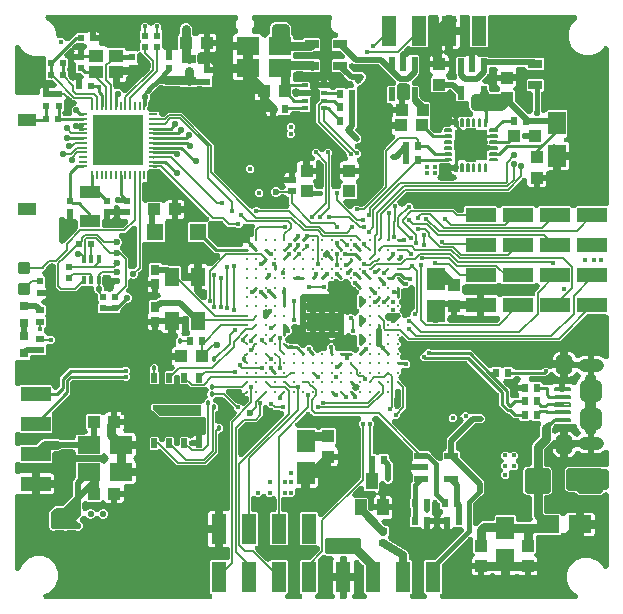
<source format=gbr>
G04 EAGLE Gerber RS-274X export*
G75*
%MOMM*%
%FSLAX34Y34*%
%LPD*%
%INTop Copper*%
%IPPOS*%
%AMOC8*
5,1,8,0,0,1.08239X$1,22.5*%
G01*
%ADD10R,1.500000X1.000000*%
%ADD11R,0.600000X0.600000*%
%ADD12R,1.080000X1.050000*%
%ADD13R,1.950000X1.500000*%
%ADD14R,1.500000X1.950000*%
%ADD15R,1.050000X1.080000*%
%ADD16R,2.540000X1.270000*%
%ADD17R,1.270000X2.540000*%
%ADD18R,1.400000X1.400000*%
%ADD19C,0.300000*%
%ADD20C,0.492200*%
%ADD21R,1.200000X0.800000*%
%ADD22R,0.500000X0.350000*%
%ADD23R,1.186400X0.597100*%
%ADD24R,0.600000X1.200000*%
%ADD25R,0.800000X0.800000*%
%ADD26R,0.300000X0.660000*%
%ADD27R,0.600000X0.700000*%
%ADD28R,0.700000X0.600000*%
%ADD29R,1.000000X1.400000*%
%ADD30C,0.600000*%
%ADD31C,0.225000*%
%ADD32R,0.500000X0.850000*%
%ADD33C,0.140400*%
%ADD34R,2.700000X2.600000*%
%ADD35R,0.800000X0.230000*%
%ADD36R,0.230000X0.800000*%
%ADD37R,4.300000X4.300000*%
%ADD38R,0.550000X1.200000*%
%ADD39R,1.200000X1.100000*%
%ADD40R,1.800000X1.000000*%
%ADD41R,1.250000X1.600000*%
%ADD42C,0.200000*%
%ADD43C,0.700000*%
%ADD44C,0.950000*%
%ADD45C,1.066800*%
%ADD46R,0.740000X0.925000*%
%ADD47C,0.508000*%
%ADD48C,0.127000*%
%ADD49C,0.406400*%
%ADD50C,0.457200*%
%ADD51C,0.762000*%
%ADD52C,0.254000*%
%ADD53C,0.381000*%
%ADD54C,0.553200*%
%ADD55C,0.431800*%
%ADD56C,0.403200*%
%ADD57C,0.203200*%
%ADD58C,0.177800*%
%ADD59C,0.635000*%

G36*
X166128Y1346D02*
X166128Y1346D01*
X166258Y1348D01*
X166352Y1366D01*
X166447Y1374D01*
X166572Y1408D01*
X166700Y1433D01*
X166789Y1468D01*
X166881Y1493D01*
X166998Y1548D01*
X167120Y1595D01*
X167202Y1645D01*
X167288Y1686D01*
X167393Y1762D01*
X167505Y1829D01*
X167576Y1893D01*
X167654Y1948D01*
X167745Y2041D01*
X167842Y2127D01*
X167901Y2202D01*
X167968Y2271D01*
X168041Y2379D01*
X168122Y2481D01*
X168167Y2565D01*
X168220Y2644D01*
X168273Y2763D01*
X168334Y2877D01*
X168364Y2968D01*
X168402Y3056D01*
X168433Y3182D01*
X168473Y3306D01*
X168486Y3400D01*
X168509Y3493D01*
X168517Y3623D01*
X168535Y3752D01*
X168531Y3847D01*
X168537Y3943D01*
X168522Y4072D01*
X168516Y4202D01*
X168496Y4295D01*
X168485Y4390D01*
X168447Y4514D01*
X168419Y4641D01*
X168382Y4729D01*
X168354Y4821D01*
X168295Y4937D01*
X168245Y5057D01*
X168193Y5137D01*
X168150Y5222D01*
X168071Y5326D01*
X168001Y5435D01*
X167915Y5532D01*
X167878Y5581D01*
X167845Y5611D01*
X167794Y5669D01*
X166369Y7094D01*
X166369Y33546D01*
X167114Y34291D01*
X180980Y34291D01*
X181015Y34294D01*
X181049Y34292D01*
X181239Y34314D01*
X181429Y34331D01*
X181462Y34340D01*
X181496Y34344D01*
X181679Y34399D01*
X181863Y34449D01*
X181894Y34464D01*
X181927Y34474D01*
X182098Y34561D01*
X182270Y34643D01*
X182298Y34663D01*
X182329Y34678D01*
X182481Y34794D01*
X182636Y34905D01*
X182660Y34930D01*
X182687Y34950D01*
X182816Y35090D01*
X182950Y35227D01*
X182969Y35256D01*
X182993Y35282D01*
X183095Y35443D01*
X183202Y35600D01*
X183216Y35632D01*
X183234Y35661D01*
X183307Y35838D01*
X183384Y36012D01*
X183392Y36046D01*
X183405Y36078D01*
X183446Y36265D01*
X183491Y36450D01*
X183493Y36484D01*
X183500Y36518D01*
X183519Y36830D01*
X183519Y43180D01*
X183516Y43215D01*
X183518Y43249D01*
X183496Y43438D01*
X183479Y43629D01*
X183470Y43662D01*
X183466Y43696D01*
X183411Y43879D01*
X183361Y44063D01*
X183346Y44094D01*
X183336Y44127D01*
X183249Y44298D01*
X183168Y44470D01*
X183147Y44498D01*
X183132Y44529D01*
X183016Y44681D01*
X182905Y44836D01*
X182881Y44860D01*
X182860Y44887D01*
X182720Y45016D01*
X182583Y45150D01*
X182554Y45169D01*
X182529Y45193D01*
X182368Y45295D01*
X182210Y45402D01*
X182178Y45416D01*
X182149Y45434D01*
X181972Y45507D01*
X181798Y45584D01*
X181764Y45592D01*
X181732Y45605D01*
X181546Y45645D01*
X181360Y45691D01*
X181326Y45693D01*
X181292Y45700D01*
X180980Y45719D01*
X177164Y45719D01*
X177164Y60325D01*
X177161Y60359D01*
X177163Y60394D01*
X177141Y60583D01*
X177124Y60773D01*
X177115Y60807D01*
X177111Y60841D01*
X177075Y60960D01*
X177090Y61030D01*
X177136Y61215D01*
X177138Y61249D01*
X177145Y61283D01*
X177164Y61595D01*
X177164Y76201D01*
X180980Y76201D01*
X181015Y76204D01*
X181049Y76202D01*
X181239Y76224D01*
X181429Y76241D01*
X181462Y76250D01*
X181496Y76254D01*
X181680Y76309D01*
X181863Y76359D01*
X181894Y76374D01*
X181927Y76384D01*
X182098Y76471D01*
X182270Y76553D01*
X182298Y76573D01*
X182329Y76588D01*
X182481Y76704D01*
X182636Y76815D01*
X182660Y76839D01*
X182687Y76860D01*
X182817Y77001D01*
X182950Y77137D01*
X182969Y77166D01*
X182993Y77192D01*
X183095Y77353D01*
X183202Y77510D01*
X183216Y77542D01*
X183234Y77571D01*
X183307Y77748D01*
X183384Y77922D01*
X183392Y77956D01*
X183405Y77988D01*
X183446Y78175D01*
X183491Y78360D01*
X183493Y78394D01*
X183500Y78428D01*
X183519Y78740D01*
X183519Y119859D01*
X183514Y119916D01*
X183514Y123469D01*
X183519Y123551D01*
X183519Y152695D01*
X188446Y157622D01*
X188468Y157649D01*
X188494Y157672D01*
X188612Y157820D01*
X188735Y157967D01*
X188752Y157997D01*
X188774Y158025D01*
X188864Y158193D01*
X188958Y158358D01*
X188970Y158391D01*
X188986Y158422D01*
X189045Y158602D01*
X189109Y158783D01*
X189115Y158817D01*
X189126Y158850D01*
X189152Y159039D01*
X189183Y159227D01*
X189182Y159261D01*
X189187Y159296D01*
X189179Y159487D01*
X189177Y159677D01*
X189170Y159711D01*
X189169Y159746D01*
X189127Y159932D01*
X189091Y160119D01*
X189079Y160151D01*
X189071Y160185D01*
X188997Y160361D01*
X188929Y160539D01*
X188911Y160569D01*
X188897Y160601D01*
X188794Y160761D01*
X188695Y160924D01*
X188672Y160950D01*
X188653Y160979D01*
X188446Y161213D01*
X187165Y162494D01*
X187163Y162503D01*
X187157Y162564D01*
X187114Y162723D01*
X187078Y162884D01*
X187055Y162940D01*
X187039Y162999D01*
X186968Y163147D01*
X186905Y163299D01*
X186872Y163350D01*
X186845Y163405D01*
X186750Y163539D01*
X186660Y163677D01*
X186609Y163735D01*
X186583Y163771D01*
X186540Y163814D01*
X186454Y163911D01*
X178220Y172145D01*
X178094Y172250D01*
X177973Y172362D01*
X177922Y172394D01*
X177875Y172434D01*
X177732Y172515D01*
X177593Y172603D01*
X177537Y172627D01*
X177484Y172657D01*
X177329Y172712D01*
X177177Y172774D01*
X177117Y172787D01*
X177060Y172808D01*
X176897Y172835D01*
X176737Y172869D01*
X176660Y172874D01*
X176615Y172881D01*
X176554Y172880D01*
X176425Y172888D01*
X172033Y172888D01*
X171869Y172874D01*
X171705Y172867D01*
X171646Y172854D01*
X171585Y172848D01*
X171426Y172805D01*
X171266Y172770D01*
X171209Y172746D01*
X171150Y172730D01*
X171002Y172659D01*
X170850Y172596D01*
X170799Y172563D01*
X170744Y172537D01*
X170610Y172441D01*
X170472Y172352D01*
X170414Y172301D01*
X170378Y172274D01*
X170335Y172231D01*
X170238Y172145D01*
X169751Y171658D01*
X169698Y171595D01*
X169638Y171538D01*
X169554Y171422D01*
X169462Y171313D01*
X169421Y171241D01*
X169372Y171174D01*
X169310Y171046D01*
X169239Y170922D01*
X169211Y170844D01*
X169175Y170770D01*
X169136Y170632D01*
X169088Y170497D01*
X169074Y170416D01*
X169052Y170337D01*
X169038Y170194D01*
X169014Y170053D01*
X169015Y169971D01*
X169007Y169889D01*
X169018Y169746D01*
X169020Y169603D01*
X169036Y169522D01*
X169042Y169440D01*
X169079Y169302D01*
X169106Y169161D01*
X169136Y169084D01*
X169156Y169004D01*
X169217Y168874D01*
X169268Y168741D01*
X169311Y168670D01*
X169346Y168596D01*
X169428Y168478D01*
X169502Y168356D01*
X169557Y168294D01*
X169604Y168227D01*
X169705Y168126D01*
X169800Y168019D01*
X169865Y167967D01*
X169923Y167909D01*
X170041Y167828D01*
X170153Y167739D01*
X170226Y167700D01*
X170294Y167653D01*
X170515Y167545D01*
X170550Y167527D01*
X170560Y167523D01*
X170575Y167516D01*
X172195Y166845D01*
X173195Y165845D01*
X173737Y164537D01*
X173737Y163123D01*
X173195Y161815D01*
X172154Y160774D01*
X172001Y160696D01*
X171991Y160688D01*
X171979Y160682D01*
X171811Y160552D01*
X171643Y160424D01*
X171634Y160415D01*
X171623Y160407D01*
X171481Y160249D01*
X171337Y160093D01*
X171330Y160082D01*
X171322Y160072D01*
X171210Y159893D01*
X171096Y159713D01*
X171091Y159701D01*
X171084Y159690D01*
X171005Y159494D01*
X170925Y159297D01*
X170922Y159284D01*
X170917Y159272D01*
X170875Y159065D01*
X170830Y158857D01*
X170829Y158841D01*
X170827Y158831D01*
X170826Y158792D01*
X170811Y158545D01*
X170811Y152464D01*
X170814Y152429D01*
X170812Y152395D01*
X170834Y152205D01*
X170851Y152015D01*
X170860Y151982D01*
X170864Y151947D01*
X170919Y151764D01*
X170969Y151581D01*
X170984Y151550D01*
X170994Y151516D01*
X171081Y151346D01*
X171162Y151174D01*
X171183Y151146D01*
X171198Y151115D01*
X171314Y150963D01*
X171425Y150808D01*
X171449Y150784D01*
X171470Y150756D01*
X171610Y150627D01*
X171747Y150494D01*
X171776Y150475D01*
X171801Y150451D01*
X171962Y150349D01*
X172120Y150242D01*
X172152Y150228D01*
X172181Y150209D01*
X172358Y150137D01*
X172532Y150060D01*
X172566Y150051D01*
X172598Y150038D01*
X172784Y149998D01*
X172970Y149953D01*
X173004Y149951D01*
X173038Y149944D01*
X173350Y149924D01*
X175015Y149924D01*
X176322Y149383D01*
X177323Y148382D01*
X177864Y147075D01*
X177864Y145660D01*
X177323Y144353D01*
X176322Y143352D01*
X174923Y142773D01*
X174735Y142675D01*
X174546Y142579D01*
X174536Y142571D01*
X174524Y142565D01*
X174355Y142434D01*
X174188Y142307D01*
X174179Y142297D01*
X174168Y142289D01*
X174026Y142131D01*
X173882Y141975D01*
X173875Y141964D01*
X173867Y141955D01*
X173755Y141776D01*
X173641Y141596D01*
X173636Y141583D01*
X173629Y141572D01*
X173549Y141373D01*
X173470Y141179D01*
X173467Y141166D01*
X173462Y141154D01*
X173419Y140945D01*
X173375Y140739D01*
X173374Y140723D01*
X173372Y140713D01*
X173371Y140673D01*
X173356Y140427D01*
X173356Y125391D01*
X171496Y123531D01*
X164769Y116805D01*
X164769Y116804D01*
X162909Y114944D01*
X138544Y114944D01*
X125733Y127755D01*
X125706Y127777D01*
X125684Y127803D01*
X125534Y127921D01*
X125388Y128044D01*
X125358Y128061D01*
X125330Y128083D01*
X125162Y128173D01*
X124997Y128267D01*
X124964Y128279D01*
X124934Y128295D01*
X124752Y128354D01*
X124573Y128418D01*
X124538Y128424D01*
X124505Y128434D01*
X124317Y128460D01*
X124128Y128492D01*
X124094Y128491D01*
X124059Y128496D01*
X123869Y128488D01*
X123678Y128485D01*
X123644Y128479D01*
X123609Y128477D01*
X123424Y128436D01*
X123236Y128400D01*
X123204Y128387D01*
X123170Y128380D01*
X122994Y128306D01*
X122816Y128238D01*
X122786Y128220D01*
X122754Y128206D01*
X122594Y128103D01*
X122457Y128019D01*
X116354Y128019D01*
X115609Y128764D01*
X115609Y138316D01*
X116354Y139061D01*
X122406Y139061D01*
X123151Y138316D01*
X123151Y136779D01*
X123165Y136616D01*
X123172Y136452D01*
X123185Y136392D01*
X123191Y136331D01*
X123234Y136172D01*
X123269Y136012D01*
X123293Y135956D01*
X123309Y135896D01*
X123380Y135749D01*
X123443Y135597D01*
X123476Y135545D01*
X123503Y135490D01*
X123598Y135357D01*
X123687Y135218D01*
X123738Y135160D01*
X123765Y135124D01*
X123808Y135081D01*
X123894Y134984D01*
X123974Y134904D01*
X124074Y134821D01*
X124167Y134730D01*
X124246Y134676D01*
X124319Y134615D01*
X124433Y134550D01*
X124540Y134478D01*
X124628Y134439D01*
X124710Y134392D01*
X124833Y134348D01*
X124952Y134295D01*
X125045Y134273D01*
X125135Y134241D01*
X125263Y134220D01*
X125390Y134189D01*
X125485Y134183D01*
X125579Y134167D01*
X125709Y134169D01*
X125839Y134161D01*
X125934Y134172D01*
X126029Y134173D01*
X126157Y134198D01*
X126286Y134213D01*
X126378Y134241D01*
X126471Y134259D01*
X126592Y134306D01*
X126717Y134343D01*
X126802Y134387D01*
X126891Y134421D01*
X127003Y134489D01*
X127119Y134548D01*
X127194Y134605D01*
X127276Y134655D01*
X127374Y134741D01*
X127477Y134820D01*
X127542Y134890D01*
X127613Y134953D01*
X127694Y135055D01*
X127783Y135151D01*
X127834Y135231D01*
X127893Y135306D01*
X127954Y135421D01*
X128024Y135531D01*
X128061Y135619D01*
X128106Y135703D01*
X128146Y135827D01*
X128195Y135947D01*
X128215Y136040D01*
X128245Y136131D01*
X128263Y136260D01*
X128290Y136387D01*
X128298Y136517D01*
X128306Y136577D01*
X128305Y136622D01*
X128309Y136699D01*
X128309Y138316D01*
X129054Y139061D01*
X135106Y139061D01*
X135851Y138316D01*
X135851Y133516D01*
X135865Y133352D01*
X135872Y133188D01*
X135885Y133128D01*
X135891Y133068D01*
X135934Y132909D01*
X135970Y132748D01*
X135993Y132692D01*
X136009Y132633D01*
X136080Y132485D01*
X136143Y132333D01*
X136176Y132282D01*
X136203Y132227D01*
X136298Y132093D01*
X136388Y131955D01*
X136439Y131897D01*
X136465Y131861D01*
X136508Y131818D01*
X136594Y131721D01*
X136674Y131641D01*
X136774Y131557D01*
X136867Y131466D01*
X136947Y131413D01*
X137020Y131352D01*
X137133Y131287D01*
X137240Y131214D01*
X137328Y131176D01*
X137411Y131128D01*
X137533Y131085D01*
X137652Y131032D01*
X137745Y131010D01*
X137835Y130978D01*
X137964Y130956D01*
X138090Y130926D01*
X138185Y130920D01*
X138279Y130904D01*
X138410Y130906D01*
X138539Y130898D01*
X138634Y130909D01*
X138730Y130910D01*
X138857Y130935D01*
X138986Y130950D01*
X139078Y130978D01*
X139172Y130996D01*
X139293Y131043D01*
X139417Y131080D01*
X139502Y131124D01*
X139592Y131158D01*
X139703Y131226D01*
X139819Y131285D01*
X139895Y131342D01*
X139976Y131392D01*
X140074Y131478D01*
X140177Y131557D01*
X140242Y131627D01*
X140314Y131690D01*
X140394Y131792D01*
X140483Y131888D01*
X140534Y131968D01*
X140593Y132043D01*
X140654Y132158D01*
X140724Y132267D01*
X140761Y132356D01*
X140806Y132440D01*
X140846Y132564D01*
X140895Y132684D01*
X140915Y132778D01*
X140945Y132868D01*
X140963Y132997D01*
X140990Y133124D01*
X140998Y133254D01*
X141006Y133314D01*
X141005Y133359D01*
X141009Y133436D01*
X141009Y138316D01*
X141754Y139061D01*
X147806Y139061D01*
X148619Y138248D01*
X148728Y138157D01*
X148830Y138059D01*
X148900Y138013D01*
X148965Y137959D01*
X149088Y137888D01*
X149206Y137810D01*
X149283Y137777D01*
X149356Y137735D01*
X149489Y137688D01*
X149619Y137632D01*
X149701Y137613D01*
X149780Y137585D01*
X149920Y137561D01*
X150058Y137529D01*
X150141Y137525D01*
X150224Y137511D01*
X150366Y137513D01*
X150507Y137506D01*
X150590Y137516D01*
X150675Y137517D01*
X150814Y137544D01*
X150954Y137562D01*
X151034Y137587D01*
X151117Y137603D01*
X151249Y137654D01*
X151384Y137696D01*
X151458Y137735D01*
X151537Y137765D01*
X151658Y137839D01*
X151783Y137904D01*
X151850Y137955D01*
X151921Y137999D01*
X152027Y138093D01*
X152139Y138179D01*
X152196Y138242D01*
X152259Y138297D01*
X152346Y138408D01*
X152442Y138513D01*
X152503Y138606D01*
X152538Y138650D01*
X152562Y138695D01*
X152614Y138774D01*
X152947Y139350D01*
X153420Y139823D01*
X153999Y140158D01*
X154645Y140331D01*
X154941Y140331D01*
X154941Y136079D01*
X151090Y136079D01*
X151055Y136076D01*
X151021Y136078D01*
X150832Y136056D01*
X150641Y136039D01*
X150608Y136030D01*
X150574Y136026D01*
X150391Y135971D01*
X150207Y135921D01*
X150176Y135906D01*
X150143Y135896D01*
X149972Y135809D01*
X149800Y135728D01*
X149772Y135707D01*
X149741Y135692D01*
X149589Y135576D01*
X149434Y135465D01*
X149410Y135441D01*
X149383Y135420D01*
X149254Y135280D01*
X149120Y135143D01*
X149101Y135114D01*
X149077Y135089D01*
X148975Y134928D01*
X148868Y134770D01*
X148854Y134738D01*
X148836Y134709D01*
X148763Y134532D01*
X148686Y134358D01*
X148678Y134324D01*
X148665Y134292D01*
X148625Y134106D01*
X148579Y133920D01*
X148577Y133886D01*
X148570Y133852D01*
X148551Y133540D01*
X148554Y133505D01*
X148552Y133471D01*
X148574Y133281D01*
X148591Y133091D01*
X148600Y133058D01*
X148604Y133024D01*
X148659Y132841D01*
X148709Y132657D01*
X148724Y132626D01*
X148734Y132593D01*
X148821Y132422D01*
X148903Y132250D01*
X148923Y132222D01*
X148938Y132191D01*
X149054Y132039D01*
X149165Y131884D01*
X149190Y131860D01*
X149210Y131832D01*
X149350Y131703D01*
X149487Y131570D01*
X149516Y131551D01*
X149542Y131527D01*
X149703Y131425D01*
X149860Y131318D01*
X149892Y131304D01*
X149921Y131285D01*
X150098Y131213D01*
X150272Y131136D01*
X150306Y131128D01*
X150338Y131115D01*
X150525Y131074D01*
X150710Y131029D01*
X150744Y131027D01*
X150778Y131020D01*
X151090Y131001D01*
X157480Y131001D01*
X157514Y131004D01*
X157549Y131002D01*
X157738Y131024D01*
X157928Y131040D01*
X157962Y131050D01*
X157996Y131054D01*
X158179Y131109D01*
X158363Y131159D01*
X158394Y131174D01*
X158427Y131184D01*
X158598Y131271D01*
X158769Y131352D01*
X158797Y131373D01*
X158828Y131388D01*
X158980Y131503D01*
X159135Y131615D01*
X159159Y131639D01*
X159187Y131660D01*
X159187Y131661D01*
X159316Y131800D01*
X159449Y131937D01*
X159450Y131938D01*
X159469Y131966D01*
X159493Y131992D01*
X159595Y132153D01*
X159702Y132311D01*
X159716Y132342D01*
X159734Y132372D01*
X159807Y132548D01*
X159884Y132723D01*
X159892Y132756D01*
X159905Y132788D01*
X159946Y132975D01*
X159991Y133160D01*
X159993Y133194D01*
X160000Y133228D01*
X160019Y133540D01*
X160019Y140331D01*
X160649Y140331D01*
X160675Y140333D01*
X160724Y140330D01*
X160804Y140339D01*
X160884Y140339D01*
X161017Y140364D01*
X161097Y140371D01*
X161115Y140376D01*
X161171Y140382D01*
X161248Y140405D01*
X161327Y140419D01*
X161463Y140470D01*
X161469Y140472D01*
X161532Y140489D01*
X161542Y140494D01*
X161602Y140512D01*
X161674Y140549D01*
X161749Y140577D01*
X161874Y140651D01*
X161910Y140669D01*
X161938Y140683D01*
X161943Y140686D01*
X162004Y140717D01*
X162067Y140765D01*
X162136Y140806D01*
X162247Y140901D01*
X162302Y140943D01*
X162304Y140945D01*
X162305Y140945D01*
X162362Y140989D01*
X162417Y141048D01*
X162477Y141100D01*
X162569Y141213D01*
X162668Y141320D01*
X162711Y141387D01*
X162761Y141449D01*
X162831Y141577D01*
X162909Y141700D01*
X162940Y141774D01*
X162978Y141844D01*
X163025Y141982D01*
X163080Y142116D01*
X163097Y142194D01*
X163123Y142270D01*
X163144Y142414D01*
X163175Y142556D01*
X163181Y142661D01*
X163190Y142715D01*
X163188Y142769D01*
X163194Y142868D01*
X163194Y153473D01*
X163183Y153603D01*
X163181Y153733D01*
X163163Y153827D01*
X163154Y153922D01*
X163120Y154048D01*
X163095Y154175D01*
X163061Y154264D01*
X163036Y154356D01*
X162980Y154474D01*
X162933Y154595D01*
X162883Y154677D01*
X162842Y154763D01*
X162767Y154869D01*
X162699Y154980D01*
X162636Y155051D01*
X162580Y155129D01*
X162487Y155220D01*
X162401Y155317D01*
X162326Y155376D01*
X162258Y155443D01*
X162150Y155516D01*
X162048Y155597D01*
X161964Y155642D01*
X161885Y155695D01*
X161766Y155748D01*
X161651Y155809D01*
X161560Y155839D01*
X161473Y155877D01*
X161346Y155908D01*
X161223Y155948D01*
X161128Y155961D01*
X161035Y155984D01*
X160906Y155992D01*
X160777Y156010D01*
X160681Y156006D01*
X160586Y156012D01*
X160457Y155997D01*
X160327Y155991D01*
X160234Y155971D01*
X160139Y155960D01*
X160014Y155922D01*
X159887Y155894D01*
X159799Y155857D01*
X159708Y155829D01*
X159592Y155770D01*
X159472Y155720D01*
X159392Y155668D01*
X159306Y155625D01*
X159203Y155546D01*
X159094Y155476D01*
X159086Y155469D01*
X123800Y155469D01*
X122166Y157104D01*
X118544Y160725D01*
X118544Y160726D01*
X116909Y162360D01*
X116909Y166220D01*
X117800Y167111D01*
X159334Y167111D01*
X159546Y167130D01*
X159757Y167146D01*
X159770Y167149D01*
X159783Y167151D01*
X159988Y167207D01*
X160192Y167260D01*
X160204Y167266D01*
X160217Y167269D01*
X160408Y167360D01*
X160601Y167449D01*
X160612Y167457D01*
X160624Y167463D01*
X160795Y167585D01*
X160970Y167708D01*
X160979Y167717D01*
X160990Y167725D01*
X161138Y167876D01*
X161287Y168027D01*
X161295Y168038D01*
X161304Y168047D01*
X161422Y168222D01*
X161543Y168397D01*
X161550Y168412D01*
X161556Y168420D01*
X161572Y168456D01*
X161680Y168678D01*
X162085Y169655D01*
X163098Y170668D01*
X163220Y170736D01*
X163389Y170824D01*
X163416Y170845D01*
X163446Y170862D01*
X163594Y170983D01*
X163745Y171100D01*
X163768Y171126D01*
X163795Y171148D01*
X163919Y171293D01*
X164046Y171434D01*
X164065Y171464D01*
X164087Y171490D01*
X164184Y171655D01*
X164284Y171816D01*
X164297Y171848D01*
X164315Y171879D01*
X164380Y172058D01*
X164451Y172235D01*
X164458Y172269D01*
X164470Y172301D01*
X164503Y172489D01*
X164541Y172676D01*
X164542Y172711D01*
X164548Y172745D01*
X164547Y172935D01*
X164552Y173126D01*
X164547Y173160D01*
X164546Y173195D01*
X164512Y173382D01*
X164483Y173571D01*
X164472Y173604D01*
X164465Y173638D01*
X164364Y173933D01*
X164300Y174087D01*
X164300Y175502D01*
X164860Y176851D01*
X164900Y176911D01*
X164961Y176985D01*
X165026Y177098D01*
X165099Y177205D01*
X165137Y177293D01*
X165185Y177376D01*
X165228Y177498D01*
X165281Y177617D01*
X165304Y177710D01*
X165336Y177800D01*
X165357Y177928D01*
X165388Y178055D01*
X165393Y178150D01*
X165409Y178244D01*
X165407Y178374D01*
X165415Y178504D01*
X165404Y178599D01*
X165403Y178694D01*
X165378Y178822D01*
X165363Y178951D01*
X165336Y179043D01*
X165317Y179136D01*
X165271Y179258D01*
X165233Y179382D01*
X165190Y179467D01*
X165155Y179556D01*
X165088Y179668D01*
X165029Y179784D01*
X164971Y179859D01*
X164921Y179941D01*
X164835Y180039D01*
X164757Y180142D01*
X164686Y180207D01*
X164623Y180279D01*
X164521Y180359D01*
X164425Y180448D01*
X164345Y180499D01*
X164270Y180558D01*
X164155Y180619D01*
X164046Y180689D01*
X163957Y180726D01*
X163873Y180771D01*
X163750Y180811D01*
X163629Y180860D01*
X163536Y180880D01*
X163445Y180910D01*
X163316Y180928D01*
X163189Y180955D01*
X163059Y180963D01*
X162999Y180971D01*
X162954Y180970D01*
X162877Y180974D01*
X150151Y180974D01*
X148349Y182776D01*
X148223Y182881D01*
X148102Y182993D01*
X148051Y183025D01*
X148004Y183064D01*
X147861Y183146D01*
X147722Y183234D01*
X147666Y183258D01*
X147613Y183288D01*
X147458Y183343D01*
X147306Y183405D01*
X147246Y183418D01*
X147189Y183439D01*
X147026Y183465D01*
X146866Y183500D01*
X146789Y183505D01*
X146745Y183512D01*
X146683Y183511D01*
X146554Y183519D01*
X141754Y183519D01*
X141009Y184264D01*
X141009Y189144D01*
X140998Y189273D01*
X140996Y189404D01*
X140978Y189497D01*
X140969Y189592D01*
X140935Y189718D01*
X140910Y189846D01*
X140876Y189935D01*
X140851Y190027D01*
X140795Y190144D01*
X140748Y190266D01*
X140698Y190347D01*
X140657Y190433D01*
X140582Y190539D01*
X140514Y190651D01*
X140451Y190722D01*
X140395Y190799D01*
X140302Y190890D01*
X140216Y190988D01*
X140141Y191047D01*
X140073Y191114D01*
X139965Y191187D01*
X139863Y191267D01*
X139779Y191312D01*
X139700Y191366D01*
X139580Y191418D01*
X139466Y191480D01*
X139375Y191509D01*
X139288Y191548D01*
X139161Y191579D01*
X139037Y191619D01*
X138943Y191632D01*
X138850Y191654D01*
X138720Y191663D01*
X138591Y191680D01*
X138496Y191676D01*
X138401Y191682D01*
X138272Y191667D01*
X138141Y191662D01*
X138048Y191641D01*
X137954Y191630D01*
X137829Y191592D01*
X137702Y191564D01*
X137614Y191527D01*
X137523Y191500D01*
X137407Y191441D01*
X137286Y191390D01*
X137206Y191339D01*
X137121Y191295D01*
X137018Y191217D01*
X136908Y191146D01*
X136811Y191060D01*
X136763Y191023D01*
X136732Y190990D01*
X136674Y190939D01*
X136594Y190859D01*
X136489Y190733D01*
X136377Y190612D01*
X136345Y190561D01*
X136305Y190514D01*
X136224Y190371D01*
X136136Y190232D01*
X136112Y190176D01*
X136082Y190123D01*
X136027Y189968D01*
X135965Y189816D01*
X135952Y189756D01*
X135931Y189698D01*
X135904Y189536D01*
X135870Y189376D01*
X135865Y189298D01*
X135858Y189254D01*
X135859Y189193D01*
X135851Y189064D01*
X135851Y184264D01*
X135106Y183519D01*
X129054Y183519D01*
X128309Y184264D01*
X128309Y193816D01*
X129054Y194561D01*
X133854Y194561D01*
X134018Y194575D01*
X134182Y194582D01*
X134241Y194595D01*
X134302Y194601D01*
X134461Y194644D01*
X134621Y194680D01*
X134678Y194703D01*
X134737Y194719D01*
X134885Y194790D01*
X135037Y194853D01*
X135088Y194886D01*
X135143Y194913D01*
X135277Y195008D01*
X135415Y195097D01*
X135473Y195149D01*
X135509Y195175D01*
X135552Y195218D01*
X135649Y195304D01*
X135989Y195644D01*
X136080Y195752D01*
X136178Y195855D01*
X136224Y195925D01*
X136278Y195989D01*
X136348Y196112D01*
X136426Y196230D01*
X136459Y196307D01*
X136501Y196380D01*
X136549Y196514D01*
X136605Y196644D01*
X136624Y196725D01*
X136652Y196804D01*
X136675Y196944D01*
X136707Y197082D01*
X136712Y197166D01*
X136725Y197249D01*
X136724Y197390D01*
X136731Y197532D01*
X136721Y197615D01*
X136719Y197699D01*
X136692Y197838D01*
X136675Y197978D01*
X136650Y198058D01*
X136634Y198141D01*
X136583Y198273D01*
X136541Y198408D01*
X136502Y198483D01*
X136472Y198561D01*
X136398Y198682D01*
X136333Y198808D01*
X136281Y198874D01*
X136238Y198946D01*
X136144Y199052D01*
X136057Y199164D01*
X135995Y199220D01*
X135940Y199283D01*
X135829Y199371D01*
X135724Y199466D01*
X135631Y199527D01*
X135586Y199563D01*
X135582Y199565D01*
X135097Y200050D01*
X134762Y200629D01*
X134589Y201275D01*
X134589Y204386D01*
X142295Y204386D01*
X142329Y204389D01*
X142364Y204387D01*
X142553Y204409D01*
X142743Y204426D01*
X142777Y204435D01*
X142811Y204439D01*
X142994Y204494D01*
X143178Y204544D01*
X143209Y204559D01*
X143242Y204569D01*
X143413Y204656D01*
X143584Y204738D01*
X143612Y204758D01*
X143643Y204773D01*
X143795Y204889D01*
X143950Y205000D01*
X143975Y205025D01*
X144002Y205045D01*
X144131Y205185D01*
X144264Y205322D01*
X144284Y205351D01*
X144307Y205377D01*
X144410Y205538D01*
X144517Y205695D01*
X144531Y205727D01*
X144549Y205756D01*
X144622Y205933D01*
X144699Y206107D01*
X144707Y206141D01*
X144720Y206173D01*
X144760Y206359D01*
X144805Y206545D01*
X144808Y206579D01*
X144815Y206613D01*
X144834Y206925D01*
X144834Y207095D01*
X144831Y207130D01*
X144833Y207164D01*
X144811Y207353D01*
X144794Y207544D01*
X144785Y207577D01*
X144781Y207611D01*
X144726Y207794D01*
X144676Y207978D01*
X144661Y208009D01*
X144651Y208042D01*
X144564Y208213D01*
X144482Y208385D01*
X144462Y208413D01*
X144446Y208444D01*
X144331Y208596D01*
X144220Y208751D01*
X144195Y208775D01*
X144174Y208802D01*
X144034Y208931D01*
X143897Y209065D01*
X143869Y209084D01*
X143843Y209108D01*
X143682Y209210D01*
X143524Y209317D01*
X143493Y209331D01*
X143463Y209349D01*
X143287Y209422D01*
X143113Y209499D01*
X143079Y209507D01*
X143047Y209520D01*
X142860Y209560D01*
X142675Y209606D01*
X142641Y209608D01*
X142607Y209615D01*
X142295Y209634D01*
X134589Y209634D01*
X134589Y212745D01*
X134762Y213391D01*
X135097Y213970D01*
X135570Y214443D01*
X136188Y214800D01*
X136254Y214824D01*
X136443Y214889D01*
X136465Y214901D01*
X136488Y214910D01*
X136662Y215011D01*
X136837Y215108D01*
X136856Y215124D01*
X136877Y215137D01*
X137030Y215267D01*
X137185Y215394D01*
X137201Y215413D01*
X137220Y215429D01*
X137347Y215583D01*
X137477Y215736D01*
X137490Y215757D01*
X137506Y215777D01*
X137604Y215951D01*
X137705Y216125D01*
X137713Y216148D01*
X137725Y216170D01*
X137791Y216358D01*
X137860Y216547D01*
X137864Y216572D01*
X137872Y216595D01*
X137903Y216793D01*
X137938Y216991D01*
X137938Y217016D01*
X137942Y217040D01*
X137937Y217240D01*
X137937Y217441D01*
X137932Y217465D01*
X137932Y217490D01*
X137892Y217686D01*
X137856Y217884D01*
X137846Y217912D01*
X137842Y217931D01*
X137822Y217982D01*
X137754Y218180D01*
X137413Y219002D01*
X137413Y220417D01*
X137955Y221725D01*
X138760Y222529D01*
X138843Y222629D01*
X138934Y222722D01*
X138987Y222802D01*
X139048Y222875D01*
X139113Y222988D01*
X139186Y223096D01*
X139224Y223183D01*
X139272Y223266D01*
X139315Y223388D01*
X139368Y223507D01*
X139391Y223600D01*
X139423Y223690D01*
X139444Y223818D01*
X139475Y223945D01*
X139480Y224040D01*
X139496Y224134D01*
X139494Y224264D01*
X139502Y224394D01*
X139491Y224489D01*
X139490Y224585D01*
X139465Y224712D01*
X139450Y224841D01*
X139423Y224933D01*
X139404Y225027D01*
X139357Y225148D01*
X139320Y225272D01*
X139277Y225357D01*
X139242Y225447D01*
X139174Y225558D01*
X139116Y225674D01*
X139058Y225750D01*
X139008Y225831D01*
X138922Y225929D01*
X138844Y226032D01*
X138773Y226097D01*
X138710Y226169D01*
X138608Y226249D01*
X138512Y226338D01*
X138432Y226389D01*
X138357Y226448D01*
X138242Y226509D01*
X138133Y226579D01*
X138044Y226616D01*
X137960Y226661D01*
X137836Y226701D01*
X137716Y226750D01*
X137623Y226770D01*
X137539Y226798D01*
X137539Y234281D01*
X143206Y234281D01*
X143206Y229070D01*
X143033Y228424D01*
X142671Y227798D01*
X142621Y227690D01*
X142562Y227587D01*
X142526Y227486D01*
X142481Y227389D01*
X142451Y227274D01*
X142411Y227163D01*
X142394Y227057D01*
X142366Y226954D01*
X142357Y226835D01*
X142338Y226719D01*
X142339Y226612D01*
X142331Y226505D01*
X142342Y226387D01*
X142344Y226268D01*
X142364Y226163D01*
X142375Y226057D01*
X142407Y225943D01*
X142429Y225826D01*
X142468Y225727D01*
X142497Y225623D01*
X142549Y225517D01*
X142592Y225406D01*
X142647Y225315D01*
X142694Y225219D01*
X142764Y225123D01*
X142826Y225022D01*
X142897Y224941D01*
X142960Y224855D01*
X143045Y224773D01*
X143124Y224684D01*
X143208Y224618D01*
X143285Y224544D01*
X143384Y224478D01*
X143477Y224405D01*
X143571Y224354D01*
X143660Y224295D01*
X143769Y224248D01*
X143874Y224192D01*
X143976Y224159D01*
X144074Y224117D01*
X144189Y224090D01*
X144302Y224053D01*
X144408Y224038D01*
X144512Y224014D01*
X144631Y224008D01*
X144748Y223992D01*
X144855Y223996D01*
X144962Y223990D01*
X145080Y224005D01*
X145198Y224010D01*
X145302Y224033D01*
X145409Y224047D01*
X145522Y224082D01*
X145638Y224108D01*
X145736Y224149D01*
X145838Y224181D01*
X145944Y224235D01*
X146053Y224281D01*
X146143Y224339D01*
X146238Y224389D01*
X146331Y224461D01*
X146362Y224481D01*
X147162Y224481D01*
X147292Y224492D01*
X147421Y224494D01*
X147515Y224512D01*
X147610Y224521D01*
X147736Y224555D01*
X147864Y224580D01*
X147953Y224614D01*
X148045Y224639D01*
X148162Y224695D01*
X148284Y224742D01*
X148365Y224792D01*
X148451Y224833D01*
X148557Y224908D01*
X148668Y224976D01*
X148740Y225039D01*
X148817Y225095D01*
X148908Y225188D01*
X149006Y225274D01*
X149065Y225349D01*
X149132Y225417D01*
X149204Y225525D01*
X149285Y225627D01*
X149330Y225711D01*
X149384Y225790D01*
X149436Y225909D01*
X149498Y226024D01*
X149527Y226115D01*
X149566Y226202D01*
X149597Y226328D01*
X149637Y226452D01*
X149650Y226547D01*
X149672Y226640D01*
X149680Y226769D01*
X149698Y226898D01*
X149694Y226994D01*
X149700Y227089D01*
X149685Y227218D01*
X149680Y227348D01*
X149659Y227441D01*
X149648Y227536D01*
X149610Y227661D01*
X149582Y227788D01*
X149545Y227876D01*
X149518Y227967D01*
X149459Y228083D01*
X149409Y228203D01*
X149357Y228283D01*
X149313Y228369D01*
X149235Y228472D01*
X149164Y228581D01*
X149078Y228679D01*
X149041Y228727D01*
X149009Y228758D01*
X148957Y228816D01*
X148894Y228879D01*
X148894Y238485D01*
X148880Y238648D01*
X148873Y238813D01*
X148860Y238872D01*
X148854Y238933D01*
X148811Y239092D01*
X148775Y239252D01*
X148752Y239309D01*
X148736Y239368D01*
X148665Y239516D01*
X148602Y239668D01*
X148569Y239719D01*
X148542Y239774D01*
X148447Y239908D01*
X148357Y240046D01*
X148306Y240104D01*
X148280Y240140D01*
X148237Y240183D01*
X148151Y240280D01*
X147541Y240890D01*
X147441Y240974D01*
X147348Y241064D01*
X147268Y241118D01*
X147195Y241179D01*
X147082Y241244D01*
X146975Y241317D01*
X146887Y241355D01*
X146804Y241403D01*
X146682Y241446D01*
X146563Y241499D01*
X146470Y241521D01*
X146380Y241553D01*
X146251Y241575D01*
X146125Y241605D01*
X146030Y241611D01*
X145936Y241627D01*
X145805Y241625D01*
X145676Y241633D01*
X145581Y241622D01*
X145485Y241621D01*
X145358Y241596D01*
X145229Y241581D01*
X145137Y241553D01*
X145043Y241535D01*
X144922Y241488D01*
X144798Y241451D01*
X144713Y241407D01*
X144623Y241373D01*
X144512Y241305D01*
X144396Y241246D01*
X144320Y241189D01*
X144239Y241139D01*
X144141Y241053D01*
X144038Y240974D01*
X143973Y240904D01*
X143901Y240841D01*
X143821Y240739D01*
X143732Y240643D01*
X143681Y240562D01*
X143655Y240529D01*
X135000Y240529D01*
X134966Y240526D01*
X134931Y240528D01*
X134742Y240506D01*
X134552Y240489D01*
X134518Y240480D01*
X134484Y240476D01*
X134301Y240421D01*
X134117Y240371D01*
X134086Y240356D01*
X134053Y240346D01*
X133882Y240259D01*
X133711Y240177D01*
X133683Y240157D01*
X133652Y240142D01*
X133500Y240026D01*
X133345Y239915D01*
X133320Y239890D01*
X133293Y239870D01*
X133164Y239730D01*
X133031Y239593D01*
X133011Y239564D01*
X132988Y239538D01*
X132885Y239377D01*
X132778Y239220D01*
X132764Y239188D01*
X132746Y239159D01*
X132719Y239092D01*
X132712Y239089D01*
X132540Y239007D01*
X132512Y238987D01*
X132481Y238971D01*
X132329Y238856D01*
X132174Y238745D01*
X132150Y238720D01*
X132123Y238699D01*
X131994Y238559D01*
X131860Y238422D01*
X131841Y238394D01*
X131817Y238368D01*
X131715Y238207D01*
X131608Y238049D01*
X131594Y238018D01*
X131576Y237988D01*
X131503Y237812D01*
X131426Y237638D01*
X131418Y237604D01*
X131405Y237572D01*
X131364Y237385D01*
X131319Y237200D01*
X131317Y237166D01*
X131310Y237132D01*
X131291Y236820D01*
X131291Y226864D01*
X127830Y226864D01*
X127184Y227037D01*
X126605Y227372D01*
X126132Y227845D01*
X125965Y228135D01*
X125938Y228172D01*
X125917Y228214D01*
X125809Y228356D01*
X125706Y228503D01*
X125673Y228536D01*
X125645Y228572D01*
X125513Y228694D01*
X125386Y228820D01*
X125348Y228846D01*
X125314Y228878D01*
X125163Y228974D01*
X125015Y229075D01*
X124973Y229095D01*
X124934Y229119D01*
X124769Y229187D01*
X124605Y229261D01*
X124560Y229273D01*
X124518Y229290D01*
X124343Y229328D01*
X124169Y229372D01*
X124123Y229375D01*
X124077Y229385D01*
X123766Y229404D01*
X122554Y229404D01*
X122554Y236570D01*
X122551Y236604D01*
X122553Y236639D01*
X122531Y236828D01*
X122514Y237018D01*
X122505Y237052D01*
X122501Y237086D01*
X122446Y237268D01*
X122396Y237453D01*
X122381Y237484D01*
X122371Y237517D01*
X122284Y237688D01*
X122203Y237859D01*
X122182Y237887D01*
X122167Y237918D01*
X122051Y238070D01*
X121940Y238225D01*
X121940Y238226D01*
X121916Y238250D01*
X121895Y238277D01*
X121894Y238277D01*
X121754Y238407D01*
X121617Y238540D01*
X121589Y238559D01*
X121563Y238583D01*
X121402Y238685D01*
X121244Y238792D01*
X121213Y238806D01*
X121183Y238824D01*
X121007Y238897D01*
X120832Y238974D01*
X120799Y238982D01*
X120767Y238995D01*
X120580Y239036D01*
X120395Y239081D01*
X120361Y239083D01*
X120327Y239090D01*
X120015Y239109D01*
X113774Y239109D01*
X113774Y241530D01*
X113947Y242176D01*
X114282Y242755D01*
X114301Y242774D01*
X114406Y242900D01*
X114518Y243021D01*
X114550Y243072D01*
X114589Y243119D01*
X114671Y243262D01*
X114759Y243401D01*
X114783Y243457D01*
X114813Y243510D01*
X114868Y243665D01*
X114930Y243817D01*
X114943Y243877D01*
X114964Y243934D01*
X114990Y244097D01*
X115025Y244257D01*
X115030Y244334D01*
X115037Y244379D01*
X115036Y244440D01*
X115044Y244569D01*
X115044Y253721D01*
X115789Y254466D01*
X119470Y254466D01*
X119633Y254480D01*
X119798Y254487D01*
X119857Y254500D01*
X119918Y254506D01*
X120077Y254549D01*
X120237Y254585D01*
X120294Y254608D01*
X120353Y254624D01*
X120501Y254695D01*
X120653Y254758D01*
X120704Y254791D01*
X120759Y254818D01*
X120893Y254913D01*
X121031Y255003D01*
X121089Y255054D01*
X121125Y255080D01*
X121168Y255123D01*
X121265Y255209D01*
X121671Y255615D01*
X123249Y256269D01*
X123407Y256351D01*
X123567Y256428D01*
X123606Y256455D01*
X123648Y256478D01*
X123789Y256586D01*
X123933Y256690D01*
X123966Y256724D01*
X124004Y256753D01*
X124123Y256885D01*
X124247Y257012D01*
X124274Y257052D01*
X124306Y257088D01*
X124399Y257238D01*
X124499Y257386D01*
X124519Y257429D01*
X124544Y257470D01*
X124610Y257635D01*
X124681Y257797D01*
X124693Y257844D01*
X124710Y257888D01*
X124746Y258063D01*
X124788Y258235D01*
X124791Y258282D01*
X124801Y258329D01*
X124805Y258507D01*
X124816Y258684D01*
X124810Y258732D01*
X124811Y258779D01*
X124784Y258955D01*
X124764Y259131D01*
X124750Y259177D01*
X124743Y259224D01*
X124685Y259393D01*
X124633Y259562D01*
X124612Y259605D01*
X124596Y259650D01*
X124509Y259806D01*
X124429Y259964D01*
X124400Y260002D01*
X124377Y260043D01*
X124264Y260181D01*
X124157Y260322D01*
X124122Y260355D01*
X124092Y260392D01*
X123956Y260507D01*
X123826Y260628D01*
X123786Y260653D01*
X123749Y260684D01*
X123596Y260774D01*
X123446Y260869D01*
X123402Y260888D01*
X123361Y260912D01*
X123194Y260973D01*
X123030Y261040D01*
X122983Y261050D01*
X122938Y261067D01*
X122763Y261098D01*
X122589Y261135D01*
X122554Y261137D01*
X122554Y268320D01*
X122551Y268354D01*
X122553Y268389D01*
X122531Y268578D01*
X122514Y268768D01*
X122505Y268802D01*
X122501Y268836D01*
X122446Y269019D01*
X122396Y269203D01*
X122381Y269234D01*
X122371Y269267D01*
X122284Y269438D01*
X122203Y269609D01*
X122182Y269637D01*
X122167Y269668D01*
X122051Y269820D01*
X121940Y269975D01*
X121940Y269976D01*
X121916Y270000D01*
X121895Y270027D01*
X121894Y270027D01*
X121754Y270157D01*
X121617Y270290D01*
X121589Y270309D01*
X121563Y270333D01*
X121402Y270435D01*
X121244Y270542D01*
X121213Y270556D01*
X121183Y270574D01*
X121007Y270647D01*
X120832Y270724D01*
X120799Y270732D01*
X120767Y270745D01*
X120580Y270786D01*
X120395Y270831D01*
X120361Y270833D01*
X120327Y270840D01*
X120015Y270859D01*
X113774Y270859D01*
X113774Y273280D01*
X113947Y273926D01*
X114282Y274505D01*
X114300Y274524D01*
X114406Y274650D01*
X114518Y274771D01*
X114550Y274822D01*
X114589Y274869D01*
X114671Y275012D01*
X114759Y275151D01*
X114783Y275207D01*
X114813Y275260D01*
X114868Y275415D01*
X114930Y275567D01*
X114943Y275627D01*
X114964Y275684D01*
X114990Y275847D01*
X115025Y276007D01*
X115030Y276084D01*
X115037Y276128D01*
X115036Y276189D01*
X115044Y276319D01*
X115044Y285471D01*
X115789Y286216D01*
X124241Y286216D01*
X125583Y284874D01*
X125709Y284769D01*
X125830Y284657D01*
X125881Y284625D01*
X125928Y284586D01*
X126071Y284504D01*
X126209Y284416D01*
X126266Y284392D01*
X126319Y284362D01*
X126474Y284307D01*
X126626Y284245D01*
X126686Y284232D01*
X126743Y284211D01*
X126905Y284185D01*
X127066Y284150D01*
X127143Y284145D01*
X127187Y284138D01*
X127248Y284139D01*
X127378Y284131D01*
X131368Y284131D01*
X132000Y283869D01*
X132111Y283834D01*
X132219Y283790D01*
X132326Y283767D01*
X132429Y283734D01*
X132545Y283720D01*
X132660Y283695D01*
X132814Y283685D01*
X132876Y283678D01*
X132912Y283679D01*
X132972Y283676D01*
X141191Y283676D01*
X141936Y282931D01*
X141936Y273630D01*
X141950Y273466D01*
X141957Y273302D01*
X141970Y273242D01*
X141976Y273181D01*
X142019Y273022D01*
X142055Y272862D01*
X142078Y272806D01*
X142094Y272747D01*
X142165Y272599D01*
X142228Y272447D01*
X142261Y272395D01*
X142288Y272340D01*
X142383Y272207D01*
X142472Y272068D01*
X142523Y272011D01*
X142550Y271974D01*
X142594Y271931D01*
X142679Y271834D01*
X143289Y271224D01*
X143389Y271141D01*
X143482Y271050D01*
X143516Y271027D01*
X143522Y271021D01*
X143562Y270996D01*
X143635Y270935D01*
X143748Y270871D01*
X143855Y270798D01*
X143943Y270759D01*
X144026Y270712D01*
X144148Y270668D01*
X144267Y270616D01*
X144360Y270593D01*
X144450Y270561D01*
X144578Y270540D01*
X144705Y270509D01*
X144800Y270503D01*
X144894Y270487D01*
X145024Y270489D01*
X145154Y270481D01*
X145249Y270492D01*
X145344Y270494D01*
X145472Y270518D01*
X145601Y270533D01*
X145693Y270561D01*
X145787Y270579D01*
X145908Y270626D01*
X146032Y270664D01*
X146117Y270707D01*
X146207Y270741D01*
X146318Y270809D01*
X146434Y270868D01*
X146510Y270926D01*
X146591Y270975D01*
X146689Y271062D01*
X146792Y271140D01*
X146857Y271210D01*
X146929Y271273D01*
X146934Y271281D01*
X153291Y271281D01*
X153291Y262275D01*
X153305Y262111D01*
X153312Y261947D01*
X153325Y261887D01*
X153331Y261826D01*
X153374Y261667D01*
X153410Y261507D01*
X153433Y261451D01*
X153449Y261392D01*
X153520Y261243D01*
X153583Y261092D01*
X153616Y261040D01*
X153643Y260985D01*
X153738Y260852D01*
X153827Y260713D01*
X153879Y260656D01*
X153905Y260619D01*
X153948Y260576D01*
X154034Y260479D01*
X159269Y255244D01*
X159296Y255222D01*
X159319Y255196D01*
X159469Y255077D01*
X159615Y254955D01*
X159645Y254938D01*
X159672Y254917D01*
X159840Y254827D01*
X160006Y254732D01*
X160038Y254720D01*
X160069Y254704D01*
X160250Y254645D01*
X160430Y254581D01*
X160464Y254576D01*
X160497Y254565D01*
X160686Y254539D01*
X160874Y254508D01*
X160909Y254508D01*
X160943Y254503D01*
X161134Y254511D01*
X161324Y254514D01*
X161358Y254520D01*
X161393Y254522D01*
X161579Y254563D01*
X161766Y254599D01*
X161799Y254612D01*
X161832Y254619D01*
X162009Y254693D01*
X162186Y254762D01*
X162216Y254780D01*
X162248Y254793D01*
X162408Y254896D01*
X162571Y254996D01*
X162597Y255019D01*
X162626Y255037D01*
X162860Y255244D01*
X163615Y255999D01*
X163720Y256125D01*
X163730Y256135D01*
X163789Y256196D01*
X163797Y256209D01*
X163832Y256246D01*
X163864Y256297D01*
X163904Y256344D01*
X163984Y256485D01*
X164041Y256569D01*
X164049Y256587D01*
X164073Y256626D01*
X164097Y256682D01*
X164127Y256735D01*
X164178Y256879D01*
X164223Y256981D01*
X164229Y257004D01*
X164244Y257042D01*
X164257Y257102D01*
X164278Y257159D01*
X164301Y257301D01*
X164330Y257418D01*
X164331Y257447D01*
X164339Y257482D01*
X164344Y257559D01*
X164351Y257604D01*
X164350Y257665D01*
X164358Y257794D01*
X164358Y261325D01*
X164355Y261360D01*
X164357Y261394D01*
X164335Y261583D01*
X164318Y261774D01*
X164309Y261807D01*
X164305Y261841D01*
X164250Y262023D01*
X164200Y262208D01*
X164185Y262239D01*
X164175Y262272D01*
X164088Y262443D01*
X164007Y262615D01*
X163986Y262643D01*
X163971Y262674D01*
X163855Y262826D01*
X163744Y262981D01*
X163720Y263005D01*
X163699Y263032D01*
X163559Y263161D01*
X163422Y263295D01*
X163393Y263314D01*
X163368Y263338D01*
X163207Y263440D01*
X163049Y263547D01*
X163017Y263561D01*
X162988Y263579D01*
X162812Y263652D01*
X162637Y263729D01*
X162603Y263737D01*
X162571Y263750D01*
X162385Y263790D01*
X162199Y263836D01*
X162165Y263838D01*
X162131Y263845D01*
X161819Y263864D01*
X159539Y263864D01*
X159539Y273820D01*
X159536Y273854D01*
X159538Y273889D01*
X159516Y274078D01*
X159499Y274268D01*
X159490Y274302D01*
X159486Y274336D01*
X159463Y274413D01*
X159465Y274425D01*
X159511Y274610D01*
X159513Y274644D01*
X159520Y274678D01*
X159539Y274990D01*
X159539Y284946D01*
X163000Y284946D01*
X163646Y284773D01*
X164225Y284438D01*
X164674Y283990D01*
X164700Y283967D01*
X164723Y283941D01*
X164872Y283824D01*
X165019Y283701D01*
X165049Y283683D01*
X165076Y283662D01*
X165244Y283572D01*
X165410Y283477D01*
X165442Y283466D01*
X165473Y283449D01*
X165654Y283391D01*
X165834Y283327D01*
X165868Y283321D01*
X165901Y283310D01*
X166090Y283284D01*
X166278Y283253D01*
X166313Y283254D01*
X166347Y283249D01*
X166538Y283257D01*
X166729Y283259D01*
X166763Y283266D01*
X166797Y283267D01*
X166983Y283308D01*
X167171Y283345D01*
X167203Y283357D01*
X167237Y283365D01*
X167413Y283438D01*
X167591Y283507D01*
X167620Y283525D01*
X167652Y283538D01*
X167813Y283642D01*
X167975Y283741D01*
X168001Y283764D01*
X168030Y283783D01*
X168265Y283990D01*
X174699Y290424D01*
X174783Y290524D01*
X174874Y290617D01*
X174927Y290697D01*
X174988Y290770D01*
X175053Y290883D01*
X175126Y290990D01*
X175164Y291078D01*
X175212Y291161D01*
X175255Y291283D01*
X175308Y291402D01*
X175330Y291495D01*
X175362Y291585D01*
X175384Y291714D01*
X175414Y291840D01*
X175420Y291935D01*
X175436Y292029D01*
X175434Y292160D01*
X175442Y292289D01*
X175431Y292384D01*
X175430Y292480D01*
X175405Y292607D01*
X175390Y292736D01*
X175362Y292828D01*
X175344Y292922D01*
X175297Y293043D01*
X175260Y293167D01*
X175216Y293252D01*
X175182Y293342D01*
X175114Y293453D01*
X175055Y293569D01*
X174998Y293645D01*
X174948Y293726D01*
X174862Y293824D01*
X174783Y293927D01*
X174713Y293992D01*
X174650Y294064D01*
X174548Y294144D01*
X174452Y294233D01*
X174372Y294284D01*
X174297Y294343D01*
X174182Y294404D01*
X174073Y294474D01*
X173984Y294511D01*
X173900Y294556D01*
X173776Y294596D01*
X173656Y294645D01*
X173562Y294665D01*
X173472Y294695D01*
X173343Y294713D01*
X173216Y294740D01*
X173086Y294748D01*
X173026Y294756D01*
X172981Y294755D01*
X172904Y294759D01*
X170548Y294759D01*
X161901Y303406D01*
X161775Y303511D01*
X161654Y303623D01*
X161603Y303655D01*
X161556Y303694D01*
X161413Y303776D01*
X161274Y303864D01*
X161218Y303888D01*
X161165Y303918D01*
X161010Y303973D01*
X160858Y304035D01*
X160798Y304048D01*
X160741Y304069D01*
X160579Y304095D01*
X160418Y304130D01*
X160341Y304135D01*
X160297Y304142D01*
X160236Y304141D01*
X160106Y304149D01*
X148954Y304149D01*
X148209Y304894D01*
X148209Y319946D01*
X148954Y320691D01*
X163244Y320691D01*
X163373Y320702D01*
X163503Y320704D01*
X163597Y320722D01*
X163692Y320731D01*
X163818Y320765D01*
X163945Y320790D01*
X164035Y320824D01*
X164127Y320849D01*
X164244Y320905D01*
X164365Y320952D01*
X164447Y321002D01*
X164533Y321043D01*
X164639Y321118D01*
X164750Y321186D01*
X164822Y321249D01*
X164899Y321305D01*
X164990Y321398D01*
X165088Y321484D01*
X165147Y321559D01*
X165214Y321627D01*
X165286Y321735D01*
X165367Y321837D01*
X165412Y321921D01*
X165466Y322000D01*
X165518Y322119D01*
X165580Y322234D01*
X165609Y322325D01*
X165648Y322412D01*
X165679Y322539D01*
X165719Y322662D01*
X165732Y322757D01*
X165754Y322850D01*
X165762Y322979D01*
X165780Y323108D01*
X165776Y323204D01*
X165782Y323299D01*
X165767Y323428D01*
X165762Y323558D01*
X165741Y323651D01*
X165730Y323746D01*
X165692Y323871D01*
X165664Y323998D01*
X165628Y324086D01*
X165600Y324177D01*
X165541Y324293D01*
X165491Y324413D01*
X165439Y324494D01*
X165395Y324579D01*
X165317Y324682D01*
X165246Y324791D01*
X165160Y324889D01*
X165123Y324937D01*
X165091Y324968D01*
X165039Y325026D01*
X125339Y364726D01*
X125213Y364831D01*
X125092Y364943D01*
X125041Y364975D01*
X124994Y365014D01*
X124851Y365096D01*
X124712Y365184D01*
X124656Y365208D01*
X124603Y365238D01*
X124448Y365293D01*
X124296Y365355D01*
X124236Y365368D01*
X124179Y365389D01*
X124016Y365415D01*
X123856Y365450D01*
X123779Y365455D01*
X123735Y365462D01*
X123673Y365461D01*
X123544Y365469D01*
X123284Y365469D01*
X123121Y365455D01*
X122956Y365448D01*
X122897Y365435D01*
X122836Y365429D01*
X122677Y365386D01*
X122516Y365350D01*
X122514Y365349D01*
X116943Y365349D01*
X116928Y365355D01*
X116868Y365368D01*
X116811Y365389D01*
X116648Y365415D01*
X116488Y365450D01*
X116411Y365455D01*
X116367Y365462D01*
X116305Y365461D01*
X116176Y365469D01*
X115860Y365469D01*
X115825Y365466D01*
X115791Y365468D01*
X115602Y365446D01*
X115411Y365429D01*
X115378Y365420D01*
X115344Y365416D01*
X115161Y365361D01*
X114977Y365311D01*
X114946Y365296D01*
X114913Y365286D01*
X114742Y365199D01*
X114570Y365117D01*
X114542Y365097D01*
X114511Y365082D01*
X114359Y364966D01*
X114204Y364855D01*
X114180Y364830D01*
X114153Y364810D01*
X114024Y364670D01*
X113890Y364533D01*
X113871Y364504D01*
X113847Y364478D01*
X113745Y364317D01*
X113638Y364160D01*
X113624Y364128D01*
X113606Y364099D01*
X113533Y363922D01*
X113456Y363748D01*
X113448Y363714D01*
X113435Y363682D01*
X113395Y363495D01*
X113349Y363310D01*
X113347Y363276D01*
X113340Y363242D01*
X113321Y362930D01*
X113321Y355864D01*
X112576Y355119D01*
X111599Y355119D01*
X111564Y355116D01*
X111530Y355118D01*
X111341Y355096D01*
X111150Y355079D01*
X111117Y355070D01*
X111083Y355066D01*
X110900Y355011D01*
X110716Y354961D01*
X110685Y354946D01*
X110652Y354936D01*
X110481Y354849D01*
X110309Y354767D01*
X110281Y354747D01*
X110250Y354732D01*
X110098Y354616D01*
X109943Y354505D01*
X109919Y354480D01*
X109892Y354460D01*
X109763Y354320D01*
X109629Y354183D01*
X109610Y354154D01*
X109586Y354128D01*
X109484Y353967D01*
X109377Y353810D01*
X109363Y353778D01*
X109345Y353749D01*
X109272Y353572D01*
X109195Y353398D01*
X109187Y353364D01*
X109174Y353332D01*
X109134Y353145D01*
X109088Y352960D01*
X109086Y352926D01*
X109079Y352892D01*
X109060Y352580D01*
X109060Y339587D01*
X109071Y339457D01*
X109073Y339328D01*
X109091Y339234D01*
X109100Y339139D01*
X109134Y339013D01*
X109159Y338885D01*
X109193Y338796D01*
X109218Y338704D01*
X109274Y338587D01*
X109321Y338465D01*
X109371Y338384D01*
X109412Y338298D01*
X109487Y338192D01*
X109555Y338081D01*
X109618Y338009D01*
X109674Y337932D01*
X109767Y337841D01*
X109853Y337743D01*
X109928Y337684D01*
X109996Y337617D01*
X110104Y337545D01*
X110206Y337464D01*
X110290Y337419D01*
X110369Y337365D01*
X110488Y337313D01*
X110603Y337251D01*
X110694Y337222D01*
X110781Y337183D01*
X110908Y337152D01*
X111031Y337112D01*
X111126Y337099D01*
X111219Y337077D01*
X111348Y337069D01*
X111477Y337051D01*
X111573Y337055D01*
X111668Y337049D01*
X111797Y337064D01*
X111927Y337069D01*
X112020Y337090D01*
X112115Y337101D01*
X112240Y337139D01*
X112367Y337167D01*
X112455Y337204D01*
X112546Y337231D01*
X112662Y337290D01*
X112782Y337340D01*
X112862Y337392D01*
X112948Y337436D01*
X113051Y337514D01*
X113160Y337585D01*
X113258Y337671D01*
X113306Y337708D01*
X113337Y337741D01*
X113395Y337792D01*
X113744Y338141D01*
X125296Y338141D01*
X125666Y337771D01*
X125774Y337681D01*
X125877Y337583D01*
X125947Y337536D01*
X126011Y337483D01*
X126134Y337412D01*
X126252Y337334D01*
X126329Y337301D01*
X126402Y337259D01*
X126535Y337212D01*
X126665Y337156D01*
X126747Y337136D01*
X126826Y337108D01*
X126966Y337085D01*
X127104Y337053D01*
X127188Y337049D01*
X127270Y337035D01*
X127412Y337037D01*
X127553Y337029D01*
X127637Y337040D01*
X127721Y337041D01*
X127860Y337068D01*
X128000Y337086D01*
X128080Y337111D01*
X128163Y337127D01*
X128295Y337178D01*
X128430Y337220D01*
X128504Y337259D01*
X128583Y337289D01*
X128704Y337362D01*
X128829Y337428D01*
X128896Y337479D01*
X128967Y337523D01*
X129074Y337616D01*
X129186Y337703D01*
X129242Y337765D01*
X129305Y337821D01*
X129393Y337932D01*
X129488Y338037D01*
X129549Y338129D01*
X129584Y338174D01*
X129609Y338219D01*
X129660Y338297D01*
X129737Y338430D01*
X130210Y338903D01*
X130789Y339238D01*
X131435Y339411D01*
X134396Y339411D01*
X134396Y331555D01*
X134399Y331521D01*
X134397Y331486D01*
X134400Y331456D01*
X134396Y331385D01*
X134396Y323529D01*
X131190Y323529D01*
X131155Y323526D01*
X131121Y323528D01*
X130932Y323506D01*
X130741Y323489D01*
X130708Y323480D01*
X130674Y323476D01*
X130491Y323421D01*
X130307Y323371D01*
X130276Y323356D01*
X130243Y323346D01*
X130072Y323259D01*
X129900Y323177D01*
X129872Y323157D01*
X129841Y323142D01*
X129689Y323026D01*
X129534Y322915D01*
X129510Y322890D01*
X129483Y322870D01*
X129354Y322730D01*
X129220Y322593D01*
X129201Y322564D01*
X129177Y322538D01*
X129075Y322377D01*
X128968Y322220D01*
X128954Y322188D01*
X128936Y322159D01*
X128863Y321982D01*
X128786Y321808D01*
X128778Y321774D01*
X128765Y321742D01*
X128725Y321555D01*
X128679Y321370D01*
X128677Y321336D01*
X128670Y321302D01*
X128651Y320990D01*
X128651Y304894D01*
X127906Y304149D01*
X112578Y304149D01*
X112536Y304164D01*
X112417Y304217D01*
X112324Y304239D01*
X112234Y304271D01*
X112106Y304293D01*
X111979Y304323D01*
X111884Y304329D01*
X111790Y304345D01*
X111660Y304343D01*
X111530Y304351D01*
X111435Y304340D01*
X111340Y304339D01*
X111212Y304314D01*
X111083Y304299D01*
X110991Y304271D01*
X110898Y304253D01*
X110776Y304206D01*
X110652Y304169D01*
X110567Y304126D01*
X110478Y304091D01*
X110366Y304023D01*
X110250Y303964D01*
X110174Y303907D01*
X110093Y303857D01*
X109995Y303771D01*
X109892Y303692D01*
X109827Y303622D01*
X109755Y303559D01*
X109675Y303457D01*
X109586Y303361D01*
X109535Y303281D01*
X109476Y303206D01*
X109415Y303091D01*
X109345Y302982D01*
X109308Y302893D01*
X109263Y302809D01*
X109223Y302685D01*
X109174Y302565D01*
X109154Y302472D01*
X109124Y302381D01*
X109106Y302252D01*
X109079Y302125D01*
X109071Y301995D01*
X109063Y301935D01*
X109064Y301890D01*
X109060Y301813D01*
X109060Y281265D01*
X106380Y278586D01*
X106275Y278460D01*
X106163Y278339D01*
X106131Y278288D01*
X106092Y278241D01*
X106010Y278098D01*
X105922Y277959D01*
X105898Y277903D01*
X105868Y277850D01*
X105813Y277695D01*
X105751Y277543D01*
X105738Y277483D01*
X105717Y277426D01*
X105691Y277263D01*
X105656Y277103D01*
X105651Y277026D01*
X105644Y276981D01*
X105645Y276920D01*
X105637Y276791D01*
X105637Y276057D01*
X105022Y274573D01*
X103887Y273438D01*
X102403Y272823D01*
X100797Y272823D01*
X100667Y272877D01*
X100588Y272902D01*
X100513Y272935D01*
X100373Y272969D01*
X100237Y273012D01*
X100155Y273022D01*
X100075Y273042D01*
X99933Y273051D01*
X99790Y273069D01*
X99708Y273065D01*
X99626Y273070D01*
X99484Y273053D01*
X99341Y273046D01*
X99261Y273027D01*
X99179Y273018D01*
X99041Y272976D01*
X98902Y272944D01*
X98827Y272911D01*
X98748Y272887D01*
X98620Y272822D01*
X98489Y272766D01*
X98420Y272720D01*
X98346Y272683D01*
X98233Y272597D01*
X98113Y272517D01*
X98053Y272461D01*
X97988Y272411D01*
X97891Y272306D01*
X97787Y272207D01*
X97738Y272140D01*
X97682Y272080D01*
X97606Y271959D01*
X97521Y271843D01*
X97485Y271769D01*
X97441Y271700D01*
X97386Y271567D01*
X97323Y271439D01*
X97301Y271360D01*
X97270Y271283D01*
X97240Y271143D01*
X97200Y271006D01*
X97192Y270924D01*
X97175Y270843D01*
X97160Y270597D01*
X97156Y270558D01*
X97157Y270547D01*
X97156Y270531D01*
X97156Y265831D01*
X96177Y264852D01*
X96124Y264788D01*
X96064Y264732D01*
X95980Y264616D01*
X95888Y264506D01*
X95847Y264435D01*
X95798Y264368D01*
X95736Y264240D01*
X95665Y264115D01*
X95637Y264038D01*
X95601Y263964D01*
X95562Y263826D01*
X95514Y263691D01*
X95500Y263610D01*
X95478Y263531D01*
X95464Y263388D01*
X95440Y263247D01*
X95441Y263164D01*
X95433Y263083D01*
X95444Y262940D01*
X95446Y262797D01*
X95462Y262716D01*
X95469Y262634D01*
X95505Y262495D01*
X95532Y262355D01*
X95562Y262278D01*
X95583Y262198D01*
X95643Y262068D01*
X95694Y261935D01*
X95737Y261864D01*
X95772Y261789D01*
X95854Y261672D01*
X95928Y261550D01*
X95983Y261488D01*
X96030Y261421D01*
X96132Y261320D01*
X96226Y261213D01*
X96291Y261162D01*
X96349Y261103D01*
X96467Y261022D01*
X96579Y260933D01*
X96652Y260894D01*
X96720Y260847D01*
X96941Y260739D01*
X96976Y260720D01*
X96986Y260717D01*
X97001Y260710D01*
X98807Y259962D01*
X99942Y258827D01*
X100557Y257343D01*
X100557Y255737D01*
X99942Y254253D01*
X98807Y253118D01*
X97323Y252503D01*
X97128Y252503D01*
X96965Y252489D01*
X96800Y252482D01*
X96741Y252469D01*
X96680Y252463D01*
X96521Y252420D01*
X96360Y252384D01*
X96304Y252361D01*
X96245Y252345D01*
X96097Y252274D01*
X95945Y252211D01*
X95894Y252178D01*
X95839Y252151D01*
X95705Y252056D01*
X95567Y251966D01*
X95509Y251915D01*
X95473Y251889D01*
X95430Y251846D01*
X95333Y251760D01*
X91374Y247801D01*
X91269Y247675D01*
X91157Y247554D01*
X91125Y247503D01*
X91086Y247456D01*
X91004Y247313D01*
X90916Y247174D01*
X90892Y247118D01*
X90862Y247065D01*
X90807Y246910D01*
X90745Y246758D01*
X90732Y246698D01*
X90711Y246641D01*
X90685Y246478D01*
X90650Y246318D01*
X90645Y246241D01*
X90638Y246197D01*
X90639Y246135D01*
X90631Y246006D01*
X90631Y244204D01*
X89886Y243459D01*
X82786Y243459D01*
X82730Y243506D01*
X82700Y243523D01*
X82673Y243545D01*
X82505Y243635D01*
X82339Y243730D01*
X82307Y243741D01*
X82276Y243758D01*
X82095Y243817D01*
X81915Y243880D01*
X81881Y243886D01*
X81848Y243897D01*
X81659Y243923D01*
X81471Y243954D01*
X81436Y243953D01*
X81402Y243958D01*
X81211Y243950D01*
X81021Y243948D01*
X80987Y243941D01*
X80952Y243940D01*
X80766Y243899D01*
X80579Y243862D01*
X80546Y243850D01*
X80512Y243842D01*
X80336Y243769D01*
X80159Y243700D01*
X80129Y243682D01*
X80097Y243669D01*
X79936Y243565D01*
X79774Y243466D01*
X79766Y243459D01*
X72674Y243459D01*
X71929Y244204D01*
X71929Y251330D01*
X71935Y251337D01*
X71993Y251445D01*
X72024Y251490D01*
X72047Y251544D01*
X72120Y251671D01*
X72131Y251703D01*
X72148Y251734D01*
X72193Y251872D01*
X72206Y251902D01*
X72214Y251937D01*
X72270Y252095D01*
X72276Y252129D01*
X72287Y252162D01*
X72310Y252328D01*
X72312Y252340D01*
X72313Y252354D01*
X72344Y252539D01*
X72343Y252574D01*
X72348Y252608D01*
X72340Y252798D01*
X72338Y252990D01*
X72331Y253024D01*
X72330Y253058D01*
X72289Y253244D01*
X72252Y253432D01*
X72240Y253464D01*
X72232Y253498D01*
X72159Y253673D01*
X72090Y253852D01*
X72072Y253881D01*
X72059Y253913D01*
X71955Y254073D01*
X71929Y254116D01*
X71929Y258254D01*
X71915Y258418D01*
X71908Y258582D01*
X71895Y258641D01*
X71889Y258702D01*
X71846Y258861D01*
X71810Y259022D01*
X71787Y259078D01*
X71771Y259137D01*
X71700Y259285D01*
X71637Y259437D01*
X71604Y259488D01*
X71577Y259543D01*
X71482Y259677D01*
X71392Y259815D01*
X71341Y259873D01*
X71315Y259909D01*
X71272Y259952D01*
X71186Y260049D01*
X71027Y260208D01*
X70937Y260283D01*
X70854Y260366D01*
X70765Y260427D01*
X70681Y260497D01*
X70580Y260555D01*
X70483Y260622D01*
X70345Y260689D01*
X70290Y260721D01*
X70260Y260731D01*
X69118Y261873D01*
X68503Y263357D01*
X68503Y264360D01*
X68500Y264395D01*
X68502Y264429D01*
X68480Y264618D01*
X68463Y264809D01*
X68454Y264842D01*
X68450Y264876D01*
X68395Y265059D01*
X68345Y265243D01*
X68330Y265274D01*
X68320Y265307D01*
X68233Y265478D01*
X68151Y265650D01*
X68131Y265678D01*
X68116Y265709D01*
X68000Y265861D01*
X67889Y266016D01*
X67864Y266040D01*
X67844Y266067D01*
X67704Y266196D01*
X67567Y266330D01*
X67538Y266349D01*
X67512Y266373D01*
X67351Y266475D01*
X67194Y266582D01*
X67162Y266596D01*
X67133Y266614D01*
X66956Y266687D01*
X66782Y266764D01*
X66748Y266772D01*
X66716Y266785D01*
X66529Y266825D01*
X66344Y266871D01*
X66310Y266873D01*
X66276Y266880D01*
X65964Y266899D01*
X63689Y266899D01*
X63604Y266927D01*
X63425Y266990D01*
X63391Y266996D01*
X63358Y267007D01*
X63169Y267033D01*
X62981Y267064D01*
X62946Y267063D01*
X62912Y267068D01*
X62721Y267060D01*
X62530Y267058D01*
X62496Y267051D01*
X62462Y267050D01*
X62276Y267009D01*
X62088Y266972D01*
X62056Y266960D01*
X62022Y266952D01*
X61895Y266899D01*
X58716Y266899D01*
X58552Y266885D01*
X58388Y266878D01*
X58329Y266865D01*
X58268Y266859D01*
X58109Y266816D01*
X57948Y266780D01*
X57892Y266757D01*
X57833Y266741D01*
X57685Y266670D01*
X57533Y266607D01*
X57482Y266574D01*
X57427Y266547D01*
X57293Y266452D01*
X57155Y266362D01*
X57097Y266311D01*
X57061Y266285D01*
X57018Y266242D01*
X56921Y266156D01*
X53019Y262254D01*
X39851Y262254D01*
X36194Y265911D01*
X36194Y283210D01*
X36192Y283237D01*
X36193Y283260D01*
X36193Y283267D01*
X36193Y283279D01*
X36171Y283468D01*
X36154Y283659D01*
X36145Y283692D01*
X36141Y283726D01*
X36086Y283909D01*
X36036Y284093D01*
X36021Y284124D01*
X36011Y284157D01*
X35924Y284328D01*
X35842Y284500D01*
X35822Y284528D01*
X35807Y284559D01*
X35691Y284711D01*
X35580Y284866D01*
X35555Y284890D01*
X35535Y284917D01*
X35395Y285046D01*
X35258Y285180D01*
X35229Y285199D01*
X35203Y285223D01*
X35042Y285325D01*
X34885Y285432D01*
X34853Y285446D01*
X34824Y285464D01*
X34647Y285537D01*
X34473Y285614D01*
X34439Y285622D01*
X34407Y285635D01*
X34220Y285675D01*
X34035Y285721D01*
X34001Y285723D01*
X33967Y285730D01*
X33655Y285749D01*
X32441Y285749D01*
X32277Y285735D01*
X32113Y285728D01*
X32054Y285715D01*
X31993Y285709D01*
X31834Y285666D01*
X31673Y285630D01*
X31617Y285607D01*
X31558Y285591D01*
X31410Y285520D01*
X31258Y285457D01*
X31207Y285424D01*
X31152Y285397D01*
X31018Y285302D01*
X30880Y285212D01*
X30822Y285161D01*
X30786Y285135D01*
X30768Y285118D01*
X30767Y285116D01*
X30739Y285088D01*
X30646Y285006D01*
X28363Y282723D01*
X28258Y282597D01*
X28146Y282476D01*
X28114Y282425D01*
X28075Y282378D01*
X27993Y282235D01*
X27905Y282096D01*
X27881Y282040D01*
X27851Y281987D01*
X27796Y281832D01*
X27772Y281772D01*
X27668Y281669D01*
X25339Y279339D01*
X25317Y279313D01*
X25291Y279290D01*
X25172Y279140D01*
X25050Y278994D01*
X25033Y278964D01*
X25011Y278937D01*
X24921Y278769D01*
X24826Y278603D01*
X24815Y278570D01*
X24798Y278540D01*
X24740Y278359D01*
X24676Y278179D01*
X24670Y278145D01*
X24659Y278112D01*
X24633Y277923D01*
X24602Y277735D01*
X24603Y277700D01*
X24598Y277666D01*
X24606Y277475D01*
X24608Y277284D01*
X24615Y277250D01*
X24616Y277216D01*
X24658Y277030D01*
X24694Y276842D01*
X24706Y276810D01*
X24714Y276776D01*
X24787Y276600D01*
X24856Y276422D01*
X24874Y276393D01*
X24887Y276361D01*
X24991Y276200D01*
X25090Y276038D01*
X25113Y276012D01*
X25132Y275982D01*
X25339Y275748D01*
X26496Y274591D01*
X26496Y267439D01*
X26510Y267276D01*
X26517Y267111D01*
X26530Y267052D01*
X26536Y266991D01*
X26579Y266832D01*
X26615Y266672D01*
X26638Y266615D01*
X26654Y266556D01*
X26725Y266408D01*
X26788Y266256D01*
X26821Y266205D01*
X26848Y266150D01*
X26943Y266016D01*
X27033Y265878D01*
X27084Y265820D01*
X27110Y265784D01*
X27153Y265741D01*
X27239Y265644D01*
X27258Y265625D01*
X27593Y265046D01*
X27766Y264400D01*
X27766Y263604D01*
X22225Y263604D01*
X22191Y263601D01*
X22156Y263603D01*
X21967Y263581D01*
X21777Y263564D01*
X21743Y263555D01*
X21709Y263551D01*
X21526Y263496D01*
X21342Y263446D01*
X21311Y263431D01*
X21278Y263421D01*
X21107Y263334D01*
X20936Y263253D01*
X20908Y263232D01*
X20877Y263217D01*
X20725Y263101D01*
X20570Y262990D01*
X20546Y262966D01*
X20518Y262945D01*
X20389Y262805D01*
X20256Y262668D01*
X20236Y262639D01*
X20213Y262614D01*
X20110Y262453D01*
X20004Y262295D01*
X19990Y262263D01*
X19971Y262234D01*
X19899Y262057D01*
X19821Y261883D01*
X19813Y261849D01*
X19800Y261817D01*
X19760Y261631D01*
X19715Y261445D01*
X19713Y261411D01*
X19705Y261377D01*
X19686Y261065D01*
X19689Y261030D01*
X19687Y260996D01*
X19709Y260806D01*
X19726Y260616D01*
X19735Y260583D01*
X19739Y260549D01*
X19794Y260366D01*
X19845Y260182D01*
X19859Y260151D01*
X19869Y260118D01*
X19956Y259947D01*
X20038Y259775D01*
X20058Y259747D01*
X20074Y259716D01*
X20189Y259564D01*
X20300Y259409D01*
X20325Y259385D01*
X20346Y259357D01*
X20486Y259228D01*
X20623Y259095D01*
X20651Y259076D01*
X20677Y259052D01*
X20838Y258950D01*
X20996Y258843D01*
X21027Y258829D01*
X21057Y258810D01*
X21233Y258738D01*
X21408Y258661D01*
X21441Y258653D01*
X21473Y258640D01*
X21660Y258599D01*
X21845Y258554D01*
X21879Y258552D01*
X21913Y258545D01*
X22225Y258526D01*
X27766Y258526D01*
X27766Y257730D01*
X27593Y257084D01*
X27258Y256505D01*
X26785Y256032D01*
X26206Y255697D01*
X25703Y255563D01*
X25591Y255522D01*
X25477Y255491D01*
X25381Y255445D01*
X25280Y255408D01*
X25177Y255348D01*
X25071Y255297D01*
X24984Y255235D01*
X24891Y255181D01*
X24801Y255104D01*
X24705Y255035D01*
X24630Y254959D01*
X24548Y254889D01*
X24473Y254798D01*
X24390Y254713D01*
X24330Y254624D01*
X24263Y254541D01*
X24205Y254438D01*
X24138Y254340D01*
X24095Y254242D01*
X24043Y254148D01*
X24004Y254036D01*
X23956Y253928D01*
X23931Y253824D01*
X23896Y253723D01*
X23878Y253606D01*
X23850Y253490D01*
X23843Y253383D01*
X23826Y253278D01*
X23829Y253159D01*
X23822Y253041D01*
X23834Y252935D01*
X23837Y252828D01*
X23860Y252712D01*
X23874Y252594D01*
X23905Y252491D01*
X23926Y252386D01*
X23970Y252276D01*
X24004Y252163D01*
X24053Y252067D01*
X24092Y251968D01*
X24155Y251867D01*
X24209Y251761D01*
X24273Y251676D01*
X24330Y251585D01*
X24409Y251497D01*
X24481Y251403D01*
X24559Y251330D01*
X24631Y251251D01*
X24724Y251178D01*
X24812Y251097D01*
X24902Y251040D01*
X24986Y250974D01*
X25091Y250919D01*
X25191Y250856D01*
X25290Y250815D01*
X25385Y250765D01*
X25498Y250730D01*
X25608Y250685D01*
X25713Y250662D01*
X25815Y250630D01*
X25932Y250615D01*
X26048Y250590D01*
X26199Y250581D01*
X26261Y250573D01*
X26299Y250575D01*
X26360Y250571D01*
X26886Y250571D01*
X27631Y249826D01*
X27631Y242700D01*
X27625Y242693D01*
X27535Y242525D01*
X27440Y242359D01*
X27429Y242327D01*
X27412Y242296D01*
X27353Y242115D01*
X27290Y241935D01*
X27284Y241901D01*
X27273Y241868D01*
X27247Y241679D01*
X27216Y241491D01*
X27217Y241456D01*
X27212Y241422D01*
X27220Y241231D01*
X27222Y241041D01*
X27229Y241007D01*
X27230Y240972D01*
X27271Y240786D01*
X27308Y240599D01*
X27320Y240566D01*
X27328Y240532D01*
X27401Y240356D01*
X27470Y240179D01*
X27488Y240149D01*
X27501Y240117D01*
X27605Y239956D01*
X27631Y239914D01*
X27631Y232774D01*
X26890Y232033D01*
X26785Y231907D01*
X26673Y231786D01*
X26641Y231735D01*
X26602Y231688D01*
X26520Y231545D01*
X26432Y231407D01*
X26408Y231350D01*
X26378Y231297D01*
X26323Y231142D01*
X26261Y230990D01*
X26248Y230930D01*
X26227Y230873D01*
X26201Y230711D01*
X26166Y230550D01*
X26161Y230473D01*
X26154Y230429D01*
X26155Y230368D01*
X26147Y230238D01*
X26147Y228232D01*
X26161Y228068D01*
X26168Y227904D01*
X26181Y227844D01*
X26187Y227784D01*
X26230Y227625D01*
X26266Y227464D01*
X26289Y227408D01*
X26305Y227349D01*
X26376Y227201D01*
X26439Y227049D01*
X26472Y226998D01*
X26499Y226943D01*
X26594Y226809D01*
X26684Y226671D01*
X26735Y226613D01*
X26761Y226577D01*
X26804Y226534D01*
X26890Y226437D01*
X28317Y225010D01*
X28443Y224905D01*
X28564Y224793D01*
X28615Y224761D01*
X28662Y224722D01*
X28805Y224640D01*
X28943Y224552D01*
X29000Y224528D01*
X29053Y224498D01*
X29208Y224443D01*
X29360Y224381D01*
X29420Y224368D01*
X29477Y224347D01*
X29640Y224321D01*
X29800Y224286D01*
X29877Y224281D01*
X29921Y224274D01*
X29983Y224275D01*
X30112Y224267D01*
X33111Y224267D01*
X35037Y222341D01*
X35037Y219619D01*
X33111Y217693D01*
X30170Y217693D01*
X30135Y217690D01*
X30101Y217692D01*
X29912Y217670D01*
X29721Y217653D01*
X29688Y217644D01*
X29654Y217640D01*
X29471Y217585D01*
X29287Y217535D01*
X29256Y217520D01*
X29223Y217510D01*
X29052Y217423D01*
X28880Y217341D01*
X28852Y217321D01*
X28821Y217306D01*
X28669Y217190D01*
X28514Y217079D01*
X28490Y217054D01*
X28463Y217034D01*
X28334Y216894D01*
X28200Y216757D01*
X28181Y216728D01*
X28157Y216702D01*
X28055Y216541D01*
X27948Y216384D01*
X27934Y216352D01*
X27916Y216323D01*
X27843Y216146D01*
X27766Y215972D01*
X27758Y215938D01*
X27745Y215906D01*
X27705Y215719D01*
X27659Y215534D01*
X27657Y215500D01*
X27650Y215466D01*
X27631Y215154D01*
X27631Y208644D01*
X26886Y207899D01*
X18778Y207899D01*
X18772Y207904D01*
X18629Y207986D01*
X18490Y208074D01*
X18434Y208098D01*
X18381Y208128D01*
X18226Y208183D01*
X18074Y208245D01*
X18014Y208258D01*
X17957Y208279D01*
X17794Y208305D01*
X17634Y208340D01*
X17557Y208345D01*
X17513Y208352D01*
X17451Y208351D01*
X17322Y208359D01*
X16700Y208359D01*
X16665Y208356D01*
X16631Y208358D01*
X16442Y208336D01*
X16251Y208319D01*
X16218Y208310D01*
X16184Y208306D01*
X16001Y208251D01*
X15817Y208201D01*
X15786Y208186D01*
X15753Y208176D01*
X15582Y208089D01*
X15410Y208007D01*
X15382Y207987D01*
X15351Y207972D01*
X15199Y207856D01*
X15044Y207745D01*
X15020Y207720D01*
X14993Y207700D01*
X14864Y207560D01*
X14730Y207423D01*
X14711Y207394D01*
X14687Y207368D01*
X14585Y207207D01*
X14478Y207050D01*
X14464Y207018D01*
X14446Y206989D01*
X14373Y206812D01*
X14296Y206638D01*
X14288Y206604D01*
X14275Y206572D01*
X14235Y206385D01*
X14189Y206200D01*
X14187Y206166D01*
X14180Y206132D01*
X14161Y205820D01*
X14161Y205144D01*
X13416Y204399D01*
X3873Y204399D01*
X3839Y204396D01*
X3804Y204398D01*
X3615Y204376D01*
X3425Y204359D01*
X3392Y204350D01*
X3357Y204346D01*
X3174Y204291D01*
X2991Y204241D01*
X2959Y204226D01*
X2926Y204216D01*
X2756Y204129D01*
X2584Y204047D01*
X2556Y204027D01*
X2525Y204012D01*
X2373Y203896D01*
X2218Y203785D01*
X2194Y203760D01*
X2166Y203740D01*
X2037Y203600D01*
X1904Y203463D01*
X1884Y203434D01*
X1861Y203408D01*
X1758Y203247D01*
X1652Y203090D01*
X1638Y203058D01*
X1619Y203029D01*
X1547Y202852D01*
X1470Y202678D01*
X1461Y202644D01*
X1448Y202612D01*
X1408Y202425D01*
X1363Y202240D01*
X1361Y202206D01*
X1353Y202172D01*
X1334Y201860D01*
X1334Y184522D01*
X1346Y184392D01*
X1348Y184262D01*
X1366Y184168D01*
X1374Y184073D01*
X1408Y183948D01*
X1433Y183820D01*
X1468Y183731D01*
X1493Y183639D01*
X1548Y183521D01*
X1595Y183400D01*
X1645Y183318D01*
X1686Y183232D01*
X1762Y183127D01*
X1829Y183015D01*
X1893Y182944D01*
X1948Y182866D01*
X2042Y182775D01*
X2128Y182678D01*
X2202Y182619D01*
X2271Y182552D01*
X2379Y182479D01*
X2481Y182398D01*
X2565Y182353D01*
X2644Y182300D01*
X2763Y182247D01*
X2877Y182186D01*
X2968Y182156D01*
X3056Y182118D01*
X3182Y182087D01*
X3306Y182047D01*
X3400Y182034D01*
X3493Y182011D01*
X3623Y182003D01*
X3752Y181985D01*
X3847Y181989D01*
X3943Y181983D01*
X4072Y181998D01*
X4202Y182004D01*
X4295Y182024D01*
X4390Y182035D01*
X4514Y182073D01*
X4641Y182101D01*
X4729Y182138D01*
X4821Y182166D01*
X4937Y182225D01*
X5057Y182275D01*
X5137Y182327D01*
X5222Y182370D01*
X5326Y182449D01*
X5435Y182519D01*
X5532Y182605D01*
X5581Y182642D01*
X5611Y182675D01*
X5669Y182726D01*
X5824Y182881D01*
X32276Y182881D01*
X33021Y182136D01*
X33021Y181174D01*
X33032Y181044D01*
X33034Y180915D01*
X33052Y180821D01*
X33061Y180726D01*
X33095Y180600D01*
X33120Y180473D01*
X33154Y180383D01*
X33179Y180291D01*
X33235Y180174D01*
X33282Y180053D01*
X33332Y179971D01*
X33373Y179885D01*
X33448Y179779D01*
X33516Y179668D01*
X33579Y179596D01*
X33635Y179519D01*
X33728Y179428D01*
X33814Y179330D01*
X33889Y179271D01*
X33957Y179205D01*
X34065Y179132D01*
X34167Y179051D01*
X34251Y179006D01*
X34330Y178952D01*
X34449Y178900D01*
X34564Y178838D01*
X34655Y178809D01*
X34742Y178770D01*
X34869Y178739D01*
X34992Y178699D01*
X35087Y178686D01*
X35180Y178664D01*
X35309Y178656D01*
X35438Y178638D01*
X35534Y178642D01*
X35629Y178636D01*
X35758Y178651D01*
X35888Y178656D01*
X35981Y178677D01*
X36076Y178688D01*
X36201Y178726D01*
X36328Y178754D01*
X36416Y178791D01*
X36507Y178818D01*
X36623Y178877D01*
X36743Y178927D01*
X36823Y178979D01*
X36909Y179023D01*
X37012Y179101D01*
X37121Y179172D01*
X37219Y179258D01*
X37267Y179295D01*
X37298Y179328D01*
X37356Y179379D01*
X38626Y180649D01*
X38731Y180775D01*
X38843Y180896D01*
X38875Y180947D01*
X38914Y180994D01*
X38996Y181137D01*
X39084Y181276D01*
X39108Y181332D01*
X39138Y181385D01*
X39193Y181540D01*
X39255Y181692D01*
X39268Y181752D01*
X39289Y181809D01*
X39315Y181972D01*
X39350Y182132D01*
X39355Y182209D01*
X39362Y182254D01*
X39361Y182315D01*
X39369Y182444D01*
X39369Y189313D01*
X47483Y197428D01*
X92091Y197428D01*
X92254Y197442D01*
X92419Y197449D01*
X92478Y197462D01*
X92539Y197468D01*
X92698Y197511D01*
X92859Y197546D01*
X92915Y197570D01*
X92974Y197586D01*
X93122Y197656D01*
X93274Y197720D01*
X93325Y197753D01*
X93380Y197779D01*
X93514Y197875D01*
X93652Y197964D01*
X93710Y198015D01*
X93746Y198042D01*
X93789Y198085D01*
X93886Y198171D01*
X93889Y198174D01*
X96611Y198174D01*
X98537Y196248D01*
X98537Y193304D01*
X98533Y193298D01*
X98521Y193265D01*
X98505Y193234D01*
X98446Y193053D01*
X98382Y192873D01*
X98376Y192839D01*
X98366Y192806D01*
X98340Y192617D01*
X98309Y192429D01*
X98309Y192394D01*
X98304Y192360D01*
X98312Y192170D01*
X98315Y191979D01*
X98321Y191945D01*
X98323Y191910D01*
X98364Y191724D01*
X98400Y191537D01*
X98413Y191504D01*
X98420Y191471D01*
X98494Y191295D01*
X98537Y191184D01*
X98537Y188229D01*
X96611Y186303D01*
X93889Y186303D01*
X93886Y186305D01*
X93760Y186411D01*
X93639Y186522D01*
X93588Y186555D01*
X93541Y186594D01*
X93398Y186676D01*
X93259Y186764D01*
X93203Y186788D01*
X93150Y186818D01*
X92995Y186873D01*
X92843Y186935D01*
X92783Y186948D01*
X92726Y186969D01*
X92563Y186995D01*
X92403Y187030D01*
X92326Y187035D01*
X92282Y187042D01*
X92220Y187041D01*
X92091Y187049D01*
X50800Y187049D01*
X50765Y187046D01*
X50731Y187048D01*
X50542Y187026D01*
X50351Y187009D01*
X50318Y187000D01*
X50284Y186996D01*
X50101Y186941D01*
X49917Y186891D01*
X49886Y186876D01*
X49853Y186866D01*
X49682Y186779D01*
X49510Y186697D01*
X49482Y186677D01*
X49451Y186662D01*
X49299Y186546D01*
X49144Y186435D01*
X49120Y186410D01*
X49093Y186390D01*
X48964Y186249D01*
X48830Y186113D01*
X48811Y186084D01*
X48787Y186058D01*
X48685Y185897D01*
X48578Y185739D01*
X48564Y185708D01*
X48546Y185679D01*
X48473Y185502D01*
X48396Y185328D01*
X48388Y185294D01*
X48375Y185262D01*
X48335Y185075D01*
X48289Y184890D01*
X48287Y184856D01*
X48280Y184822D01*
X48261Y184510D01*
X48261Y175478D01*
X46029Y173246D01*
X33066Y160283D01*
X33043Y160256D01*
X33017Y160233D01*
X32899Y160084D01*
X32777Y159937D01*
X32759Y159907D01*
X32738Y159880D01*
X32648Y159712D01*
X32553Y159546D01*
X32542Y159514D01*
X32525Y159483D01*
X32466Y159301D01*
X32403Y159122D01*
X32397Y159088D01*
X32386Y159055D01*
X32360Y158866D01*
X32329Y158678D01*
X32330Y158643D01*
X32325Y158609D01*
X32333Y158418D01*
X32335Y158227D01*
X32342Y158193D01*
X32343Y158159D01*
X32384Y157973D01*
X32421Y157785D01*
X32433Y157753D01*
X32441Y157719D01*
X32514Y157543D01*
X32583Y157365D01*
X32601Y157336D01*
X32614Y157304D01*
X32718Y157144D01*
X32817Y156981D01*
X32840Y156955D01*
X32859Y156926D01*
X33021Y156742D01*
X33021Y142984D01*
X32276Y142239D01*
X5824Y142239D01*
X5669Y142394D01*
X5569Y142477D01*
X5476Y142568D01*
X5397Y142622D01*
X5324Y142683D01*
X5211Y142747D01*
X5103Y142820D01*
X5016Y142859D01*
X4933Y142906D01*
X4810Y142950D01*
X4691Y143002D01*
X4598Y143025D01*
X4508Y143057D01*
X4380Y143078D01*
X4254Y143109D01*
X4158Y143115D01*
X4064Y143130D01*
X3934Y143129D01*
X3804Y143137D01*
X3710Y143126D01*
X3614Y143124D01*
X3486Y143100D01*
X3357Y143085D01*
X3266Y143057D01*
X3172Y143039D01*
X3051Y142992D01*
X2926Y142954D01*
X2841Y142911D01*
X2752Y142877D01*
X2641Y142809D01*
X2525Y142750D01*
X2449Y142692D01*
X2367Y142643D01*
X2270Y142557D01*
X2166Y142478D01*
X2101Y142408D01*
X2030Y142344D01*
X1949Y142243D01*
X1861Y142147D01*
X1810Y142066D01*
X1750Y141991D01*
X1689Y141877D01*
X1619Y141767D01*
X1583Y141679D01*
X1538Y141594D01*
X1498Y141471D01*
X1448Y141350D01*
X1428Y141257D01*
X1399Y141166D01*
X1381Y141038D01*
X1353Y140910D01*
X1345Y140780D01*
X1337Y140720D01*
X1339Y140676D01*
X1334Y140598D01*
X1334Y133722D01*
X1346Y133592D01*
X1348Y133462D01*
X1366Y133368D01*
X1374Y133273D01*
X1408Y133148D01*
X1433Y133020D01*
X1468Y132931D01*
X1493Y132839D01*
X1548Y132721D01*
X1595Y132600D01*
X1645Y132518D01*
X1686Y132432D01*
X1762Y132327D01*
X1829Y132215D01*
X1893Y132144D01*
X1948Y132066D01*
X2042Y131975D01*
X2128Y131878D01*
X2202Y131819D01*
X2271Y131752D01*
X2379Y131679D01*
X2481Y131598D01*
X2565Y131553D01*
X2644Y131500D01*
X2763Y131447D01*
X2877Y131386D01*
X2968Y131356D01*
X3056Y131318D01*
X3182Y131287D01*
X3306Y131247D01*
X3400Y131234D01*
X3493Y131211D01*
X3623Y131203D01*
X3752Y131185D01*
X3847Y131189D01*
X3943Y131183D01*
X4072Y131198D01*
X4202Y131204D01*
X4295Y131224D01*
X4390Y131235D01*
X4514Y131273D01*
X4641Y131301D01*
X4729Y131338D01*
X4821Y131366D01*
X4937Y131425D01*
X5057Y131475D01*
X5137Y131527D01*
X5222Y131570D01*
X5326Y131649D01*
X5435Y131719D01*
X5532Y131805D01*
X5581Y131842D01*
X5611Y131875D01*
X5669Y131926D01*
X5824Y132081D01*
X18434Y132081D01*
X18597Y132095D01*
X18762Y132102D01*
X18821Y132115D01*
X18882Y132121D01*
X19041Y132164D01*
X19201Y132200D01*
X19258Y132223D01*
X19317Y132239D01*
X19465Y132310D01*
X19617Y132373D01*
X19668Y132406D01*
X19723Y132433D01*
X19857Y132528D01*
X19995Y132618D01*
X20053Y132669D01*
X20089Y132695D01*
X20132Y132738D01*
X20229Y132824D01*
X23792Y136387D01*
X25659Y137161D01*
X37841Y137161D01*
X39804Y136348D01*
X39806Y136346D01*
X39949Y136264D01*
X40088Y136176D01*
X40144Y136152D01*
X40197Y136122D01*
X40352Y136067D01*
X40504Y136005D01*
X40564Y135992D01*
X40621Y135971D01*
X40784Y135945D01*
X40944Y135910D01*
X41021Y135905D01*
X41066Y135898D01*
X41127Y135899D01*
X41256Y135891D01*
X50160Y135891D01*
X50195Y135894D01*
X50229Y135892D01*
X50418Y135914D01*
X50609Y135931D01*
X50642Y135940D01*
X50676Y135944D01*
X50859Y135999D01*
X51043Y136049D01*
X51074Y136064D01*
X51107Y136074D01*
X51278Y136161D01*
X51450Y136243D01*
X51478Y136263D01*
X51509Y136278D01*
X51661Y136394D01*
X51816Y136505D01*
X51840Y136530D01*
X51867Y136550D01*
X51996Y136690D01*
X52130Y136827D01*
X52149Y136856D01*
X52173Y136882D01*
X52275Y137043D01*
X52382Y137200D01*
X52396Y137232D01*
X52414Y137261D01*
X52487Y137438D01*
X52564Y137612D01*
X52572Y137646D01*
X52585Y137678D01*
X52625Y137865D01*
X52671Y138050D01*
X52673Y138084D01*
X52680Y138118D01*
X52699Y138430D01*
X52699Y140106D01*
X53444Y140851D01*
X60422Y140851D01*
X60552Y140862D01*
X60681Y140864D01*
X60775Y140882D01*
X60870Y140891D01*
X60996Y140925D01*
X61123Y140950D01*
X61213Y140984D01*
X61305Y141009D01*
X61422Y141065D01*
X61544Y141112D01*
X61625Y141162D01*
X61711Y141203D01*
X61817Y141278D01*
X61928Y141346D01*
X62000Y141409D01*
X62077Y141465D01*
X62168Y141558D01*
X62266Y141644D01*
X62325Y141719D01*
X62392Y141787D01*
X62464Y141895D01*
X62545Y141997D01*
X62590Y142081D01*
X62644Y142160D01*
X62696Y142279D01*
X62758Y142394D01*
X62787Y142485D01*
X62826Y142572D01*
X62857Y142699D01*
X62897Y142822D01*
X62910Y142917D01*
X62932Y143010D01*
X62940Y143139D01*
X62958Y143268D01*
X62954Y143364D01*
X62960Y143459D01*
X62945Y143588D01*
X62940Y143718D01*
X62919Y143811D01*
X62908Y143906D01*
X62870Y144031D01*
X62842Y144158D01*
X62805Y144246D01*
X62778Y144337D01*
X62719Y144453D01*
X62669Y144573D01*
X62617Y144653D01*
X62573Y144739D01*
X62495Y144842D01*
X62424Y144951D01*
X62338Y145049D01*
X62301Y145097D01*
X62269Y145128D01*
X62217Y145186D01*
X61564Y145839D01*
X61564Y157691D01*
X62309Y158436D01*
X73861Y158436D01*
X74231Y158066D01*
X74339Y157976D01*
X74442Y157878D01*
X74512Y157831D01*
X74576Y157778D01*
X74699Y157707D01*
X74817Y157629D01*
X74894Y157596D01*
X74967Y157554D01*
X75100Y157507D01*
X75230Y157451D01*
X75312Y157431D01*
X75391Y157403D01*
X75531Y157380D01*
X75669Y157348D01*
X75753Y157344D01*
X75835Y157330D01*
X75977Y157332D01*
X76118Y157324D01*
X76202Y157335D01*
X76286Y157336D01*
X76425Y157363D01*
X76565Y157381D01*
X76645Y157406D01*
X76728Y157422D01*
X76860Y157473D01*
X76995Y157515D01*
X77069Y157554D01*
X77148Y157584D01*
X77269Y157657D01*
X77394Y157723D01*
X77461Y157774D01*
X77532Y157818D01*
X77639Y157911D01*
X77751Y157998D01*
X77807Y158060D01*
X77870Y158116D01*
X77958Y158227D01*
X78053Y158332D01*
X78114Y158424D01*
X78149Y158469D01*
X78174Y158514D01*
X78225Y158592D01*
X78302Y158725D01*
X78775Y159198D01*
X79354Y159533D01*
X80000Y159706D01*
X82961Y159706D01*
X82961Y151850D01*
X82964Y151816D01*
X82962Y151781D01*
X82984Y151592D01*
X83001Y151402D01*
X83010Y151368D01*
X83014Y151334D01*
X83069Y151151D01*
X83119Y150967D01*
X83134Y150936D01*
X83144Y150903D01*
X83231Y150732D01*
X83313Y150561D01*
X83333Y150533D01*
X83348Y150502D01*
X83464Y150350D01*
X83575Y150195D01*
X83600Y150170D01*
X83620Y150143D01*
X83737Y150035D01*
X83745Y150024D01*
X83770Y150000D01*
X83791Y149973D01*
X83931Y149844D01*
X84068Y149710D01*
X84096Y149691D01*
X84122Y149667D01*
X84283Y149565D01*
X84441Y149458D01*
X84472Y149444D01*
X84502Y149426D01*
X84678Y149353D01*
X84852Y149276D01*
X84886Y149268D01*
X84918Y149255D01*
X85105Y149214D01*
X85290Y149169D01*
X85324Y149167D01*
X85358Y149160D01*
X85670Y149141D01*
X93376Y149141D01*
X93376Y146030D01*
X93185Y145317D01*
X93160Y145178D01*
X93127Y145040D01*
X93122Y144957D01*
X93107Y144874D01*
X93108Y144732D01*
X93099Y144591D01*
X93109Y144508D01*
X93109Y144423D01*
X93135Y144284D01*
X93151Y144144D01*
X93175Y144063D01*
X93191Y143981D01*
X93240Y143848D01*
X93281Y143713D01*
X93320Y143638D01*
X93349Y143559D01*
X93422Y143437D01*
X93486Y143311D01*
X93537Y143244D01*
X93580Y143172D01*
X93672Y143065D01*
X93758Y142953D01*
X93820Y142896D01*
X93875Y142832D01*
X93985Y142743D01*
X94089Y142647D01*
X94160Y142602D01*
X94225Y142550D01*
X94349Y142482D01*
X94469Y142406D01*
X94546Y142374D01*
X94620Y142333D01*
X94754Y142288D01*
X94885Y142235D01*
X94967Y142217D01*
X95047Y142190D01*
X95187Y142170D01*
X95325Y142140D01*
X95436Y142133D01*
X95493Y142125D01*
X95544Y142126D01*
X95637Y142121D01*
X101305Y142121D01*
X101951Y141948D01*
X102530Y141613D01*
X103003Y141140D01*
X103338Y140561D01*
X103511Y139915D01*
X103511Y135829D01*
X92430Y135829D01*
X92396Y135826D01*
X92361Y135828D01*
X92172Y135806D01*
X91982Y135789D01*
X91948Y135780D01*
X91914Y135776D01*
X91731Y135721D01*
X91547Y135671D01*
X91516Y135656D01*
X91483Y135646D01*
X91312Y135559D01*
X91141Y135477D01*
X91113Y135457D01*
X91082Y135442D01*
X90930Y135326D01*
X90775Y135215D01*
X90750Y135190D01*
X90723Y135170D01*
X90594Y135030D01*
X90461Y134893D01*
X90441Y134864D01*
X90418Y134838D01*
X90315Y134677D01*
X90208Y134520D01*
X90194Y134488D01*
X90176Y134459D01*
X90103Y134282D01*
X90026Y134108D01*
X90018Y134074D01*
X90005Y134042D01*
X89965Y133855D01*
X89920Y133670D01*
X89917Y133636D01*
X89910Y133602D01*
X89898Y133403D01*
X89752Y133386D01*
X89561Y133369D01*
X89528Y133360D01*
X89494Y133356D01*
X89311Y133301D01*
X89127Y133251D01*
X89096Y133236D01*
X89063Y133226D01*
X88892Y133139D01*
X88720Y133057D01*
X88692Y133037D01*
X88661Y133021D01*
X88509Y132906D01*
X88354Y132795D01*
X88330Y132770D01*
X88303Y132749D01*
X88174Y132609D01*
X88040Y132472D01*
X88021Y132444D01*
X87997Y132418D01*
X87895Y132257D01*
X87788Y132099D01*
X87774Y132068D01*
X87756Y132038D01*
X87683Y131862D01*
X87606Y131688D01*
X87598Y131654D01*
X87585Y131622D01*
X87544Y131435D01*
X87499Y131250D01*
X87497Y131216D01*
X87490Y131182D01*
X87471Y130870D01*
X87471Y110430D01*
X87474Y110396D01*
X87472Y110361D01*
X87494Y110172D01*
X87511Y109982D01*
X87520Y109948D01*
X87524Y109914D01*
X87579Y109731D01*
X87629Y109547D01*
X87644Y109516D01*
X87654Y109483D01*
X87741Y109312D01*
X87823Y109141D01*
X87843Y109113D01*
X87858Y109082D01*
X87974Y108929D01*
X88085Y108775D01*
X88110Y108750D01*
X88130Y108723D01*
X88270Y108594D01*
X88407Y108461D01*
X88436Y108441D01*
X88462Y108418D01*
X88623Y108315D01*
X88780Y108208D01*
X88812Y108194D01*
X88841Y108176D01*
X89018Y108103D01*
X89192Y108026D01*
X89226Y108018D01*
X89258Y108005D01*
X89444Y107965D01*
X89630Y107920D01*
X89664Y107917D01*
X89698Y107910D01*
X89897Y107898D01*
X89914Y107752D01*
X89931Y107561D01*
X89940Y107528D01*
X89944Y107494D01*
X89999Y107311D01*
X90049Y107127D01*
X90064Y107096D01*
X90074Y107063D01*
X90161Y106892D01*
X90243Y106720D01*
X90263Y106692D01*
X90279Y106661D01*
X90394Y106509D01*
X90505Y106354D01*
X90530Y106330D01*
X90551Y106303D01*
X90691Y106174D01*
X90828Y106040D01*
X90856Y106021D01*
X90882Y105997D01*
X91043Y105895D01*
X91201Y105788D01*
X91232Y105774D01*
X91262Y105756D01*
X91438Y105683D01*
X91612Y105606D01*
X91646Y105598D01*
X91678Y105585D01*
X91865Y105544D01*
X92050Y105499D01*
X92084Y105497D01*
X92118Y105490D01*
X92430Y105471D01*
X103511Y105471D01*
X103511Y101385D01*
X103338Y100739D01*
X103003Y100160D01*
X102530Y99687D01*
X101951Y99352D01*
X101305Y99179D01*
X95915Y99179D01*
X95880Y99176D01*
X95846Y99178D01*
X95657Y99156D01*
X95466Y99139D01*
X95433Y99130D01*
X95399Y99126D01*
X95216Y99071D01*
X95032Y99021D01*
X95001Y99006D01*
X94968Y98996D01*
X94797Y98909D01*
X94625Y98827D01*
X94597Y98807D01*
X94566Y98792D01*
X94414Y98676D01*
X94259Y98565D01*
X94235Y98540D01*
X94208Y98520D01*
X94079Y98380D01*
X93945Y98243D01*
X93926Y98214D01*
X93902Y98188D01*
X93800Y98027D01*
X93693Y97870D01*
X93679Y97838D01*
X93661Y97809D01*
X93588Y97632D01*
X93511Y97458D01*
X93503Y97424D01*
X93490Y97392D01*
X93450Y97205D01*
X93404Y97020D01*
X93402Y96986D01*
X93395Y96952D01*
X93376Y96640D01*
X93376Y93429D01*
X85670Y93429D01*
X85636Y93426D01*
X85601Y93428D01*
X85412Y93406D01*
X85222Y93389D01*
X85188Y93380D01*
X85154Y93376D01*
X84971Y93321D01*
X84787Y93271D01*
X84756Y93256D01*
X84723Y93246D01*
X84552Y93159D01*
X84381Y93077D01*
X84353Y93057D01*
X84322Y93042D01*
X84170Y92926D01*
X84015Y92815D01*
X83990Y92790D01*
X83963Y92770D01*
X83856Y92653D01*
X83844Y92645D01*
X83820Y92620D01*
X83793Y92599D01*
X83664Y92459D01*
X83530Y92322D01*
X83511Y92294D01*
X83487Y92268D01*
X83385Y92107D01*
X83278Y91949D01*
X83264Y91918D01*
X83246Y91888D01*
X83173Y91712D01*
X83096Y91538D01*
X83088Y91504D01*
X83075Y91472D01*
X83034Y91285D01*
X82989Y91100D01*
X82987Y91066D01*
X82980Y91032D01*
X82961Y90720D01*
X82961Y82864D01*
X80000Y82864D01*
X79354Y83037D01*
X78775Y83372D01*
X78302Y83845D01*
X78225Y83978D01*
X78144Y84093D01*
X78070Y84214D01*
X78015Y84277D01*
X77967Y84346D01*
X77866Y84446D01*
X77772Y84552D01*
X77706Y84604D01*
X77647Y84663D01*
X77530Y84743D01*
X77419Y84831D01*
X77345Y84871D01*
X77276Y84919D01*
X77147Y84977D01*
X77022Y85044D01*
X76942Y85070D01*
X76866Y85104D01*
X76729Y85139D01*
X76594Y85183D01*
X76511Y85195D01*
X76429Y85215D01*
X76288Y85225D01*
X76148Y85244D01*
X76064Y85241D01*
X75980Y85247D01*
X75840Y85232D01*
X75698Y85226D01*
X75616Y85208D01*
X75533Y85199D01*
X75397Y85159D01*
X75258Y85128D01*
X75181Y85096D01*
X75100Y85073D01*
X74974Y85009D01*
X74843Y84955D01*
X74772Y84909D01*
X74697Y84872D01*
X74584Y84787D01*
X74465Y84711D01*
X74382Y84637D01*
X74336Y84603D01*
X74301Y84566D01*
X74231Y84504D01*
X73861Y84134D01*
X62143Y84134D01*
X62102Y84152D01*
X62019Y84200D01*
X61897Y84243D01*
X61778Y84296D01*
X61685Y84318D01*
X61595Y84350D01*
X61467Y84372D01*
X61340Y84402D01*
X61245Y84408D01*
X61151Y84424D01*
X61021Y84422D01*
X60891Y84430D01*
X60796Y84419D01*
X60701Y84418D01*
X60573Y84393D01*
X60444Y84378D01*
X60352Y84350D01*
X60259Y84332D01*
X60137Y84285D01*
X60013Y84248D01*
X59928Y84204D01*
X59839Y84170D01*
X59727Y84102D01*
X59611Y84043D01*
X59535Y83986D01*
X59454Y83936D01*
X59356Y83850D01*
X59253Y83771D01*
X59188Y83701D01*
X59116Y83638D01*
X59036Y83536D01*
X58947Y83440D01*
X58896Y83360D01*
X58837Y83285D01*
X58776Y83170D01*
X58706Y83061D01*
X58669Y82972D01*
X58624Y82888D01*
X58584Y82764D01*
X58535Y82644D01*
X58515Y82550D01*
X58485Y82460D01*
X58467Y82331D01*
X58440Y82204D01*
X58432Y82074D01*
X58424Y82014D01*
X58425Y81969D01*
X58421Y81892D01*
X58421Y78515D01*
X58432Y78385D01*
X58434Y78255D01*
X58452Y78162D01*
X58461Y78066D01*
X58495Y77941D01*
X58520Y77813D01*
X58554Y77724D01*
X58579Y77632D01*
X58635Y77514D01*
X58682Y77393D01*
X58732Y77311D01*
X58773Y77225D01*
X58848Y77120D01*
X58916Y77008D01*
X58979Y76937D01*
X59035Y76859D01*
X59128Y76769D01*
X59214Y76671D01*
X59289Y76612D01*
X59357Y76545D01*
X59465Y76472D01*
X59567Y76392D01*
X59651Y76347D01*
X59730Y76293D01*
X59849Y76240D01*
X59964Y76179D01*
X60055Y76150D01*
X60142Y76111D01*
X60268Y76080D01*
X60392Y76040D01*
X60487Y76027D01*
X60580Y76004D01*
X60709Y75996D01*
X60838Y75978D01*
X60934Y75982D01*
X61029Y75977D01*
X61158Y75992D01*
X61288Y75997D01*
X61381Y76018D01*
X61476Y76029D01*
X61601Y76066D01*
X61728Y76094D01*
X61816Y76131D01*
X61907Y76159D01*
X62023Y76218D01*
X62143Y76268D01*
X62223Y76320D01*
X62309Y76363D01*
X62412Y76442D01*
X62521Y76512D01*
X62619Y76598D01*
X62667Y76635D01*
X62698Y76668D01*
X62756Y76719D01*
X63118Y77082D01*
X64602Y77697D01*
X66208Y77697D01*
X67692Y77082D01*
X69007Y75767D01*
X69034Y75745D01*
X69056Y75719D01*
X69206Y75601D01*
X69352Y75478D01*
X69382Y75461D01*
X69410Y75439D01*
X69577Y75349D01*
X69743Y75255D01*
X69776Y75243D01*
X69806Y75227D01*
X69987Y75168D01*
X70168Y75104D01*
X70202Y75098D01*
X70235Y75087D01*
X70424Y75061D01*
X70612Y75030D01*
X70646Y75031D01*
X70681Y75026D01*
X70872Y75034D01*
X71062Y75036D01*
X71096Y75043D01*
X71131Y75044D01*
X71317Y75086D01*
X71504Y75122D01*
X71536Y75134D01*
X71570Y75142D01*
X71746Y75216D01*
X71924Y75284D01*
X71954Y75302D01*
X71986Y75316D01*
X72146Y75419D01*
X72309Y75518D01*
X72335Y75541D01*
X72364Y75560D01*
X72598Y75767D01*
X73913Y77082D01*
X75397Y77697D01*
X77003Y77697D01*
X78487Y77082D01*
X79622Y75947D01*
X80237Y74463D01*
X80237Y72857D01*
X79622Y71373D01*
X78487Y70238D01*
X77003Y69623D01*
X75397Y69623D01*
X73913Y70238D01*
X72598Y71553D01*
X72571Y71575D01*
X72548Y71601D01*
X72399Y71720D01*
X72253Y71842D01*
X72223Y71859D01*
X72195Y71881D01*
X72027Y71971D01*
X71862Y72065D01*
X71829Y72077D01*
X71798Y72093D01*
X71617Y72152D01*
X71437Y72216D01*
X71403Y72222D01*
X71370Y72233D01*
X71181Y72259D01*
X70993Y72290D01*
X70959Y72289D01*
X70924Y72294D01*
X70734Y72286D01*
X70543Y72284D01*
X70509Y72277D01*
X70474Y72276D01*
X70288Y72234D01*
X70101Y72198D01*
X70069Y72186D01*
X70035Y72178D01*
X69859Y72105D01*
X69681Y72036D01*
X69651Y72018D01*
X69619Y72004D01*
X69459Y71901D01*
X69296Y71802D01*
X69270Y71779D01*
X69241Y71760D01*
X69007Y71553D01*
X67692Y70238D01*
X66208Y69623D01*
X64602Y69623D01*
X63118Y70238D01*
X61803Y71553D01*
X61776Y71576D01*
X61753Y71601D01*
X61605Y71719D01*
X61458Y71842D01*
X61427Y71859D01*
X61400Y71881D01*
X61232Y71971D01*
X61067Y72065D01*
X61034Y72077D01*
X61004Y72093D01*
X60822Y72152D01*
X60642Y72216D01*
X60608Y72222D01*
X60575Y72233D01*
X60387Y72259D01*
X60198Y72290D01*
X60164Y72289D01*
X60129Y72294D01*
X59939Y72286D01*
X59748Y72284D01*
X59714Y72277D01*
X59679Y72276D01*
X59493Y72234D01*
X59306Y72198D01*
X59274Y72186D01*
X59240Y72178D01*
X59064Y72105D01*
X58886Y72036D01*
X58856Y72018D01*
X58824Y72004D01*
X58664Y71901D01*
X58501Y71802D01*
X58475Y71779D01*
X58446Y71760D01*
X58212Y71553D01*
X57034Y70376D01*
X57012Y70349D01*
X56986Y70326D01*
X56868Y70177D01*
X56745Y70030D01*
X56728Y70000D01*
X56707Y69973D01*
X56617Y69805D01*
X56522Y69639D01*
X56511Y69607D01*
X56494Y69576D01*
X56435Y69395D01*
X56371Y69215D01*
X56366Y69181D01*
X56355Y69148D01*
X56329Y68959D01*
X56298Y68771D01*
X56298Y68736D01*
X56294Y68702D01*
X56301Y68511D01*
X56304Y68320D01*
X56310Y68286D01*
X56312Y68252D01*
X56353Y68066D01*
X56389Y67878D01*
X56402Y67846D01*
X56409Y67812D01*
X56483Y67636D01*
X56552Y67458D01*
X56570Y67429D01*
X56583Y67397D01*
X56687Y67237D01*
X56786Y67074D01*
X56809Y67048D01*
X56827Y67019D01*
X57034Y66784D01*
X58032Y65787D01*
X58647Y64303D01*
X58647Y62697D01*
X58032Y61213D01*
X56897Y60078D01*
X55413Y59463D01*
X53807Y59463D01*
X53728Y59496D01*
X53617Y59531D01*
X53508Y59575D01*
X53402Y59598D01*
X53298Y59631D01*
X53183Y59645D01*
X53068Y59670D01*
X52914Y59680D01*
X52852Y59687D01*
X52815Y59686D01*
X52756Y59689D01*
X46304Y59689D01*
X46187Y59679D01*
X46070Y59679D01*
X45964Y59659D01*
X45855Y59649D01*
X45742Y59619D01*
X45627Y59598D01*
X45481Y59547D01*
X45421Y59531D01*
X45388Y59515D01*
X45332Y59496D01*
X45253Y59463D01*
X43647Y59463D01*
X43568Y59496D01*
X43457Y59531D01*
X43348Y59575D01*
X43242Y59598D01*
X43138Y59631D01*
X43023Y59645D01*
X42908Y59670D01*
X42754Y59680D01*
X42692Y59687D01*
X42655Y59686D01*
X42596Y59689D01*
X36144Y59689D01*
X36027Y59679D01*
X35910Y59679D01*
X35804Y59659D01*
X35695Y59649D01*
X35582Y59619D01*
X35467Y59598D01*
X35321Y59547D01*
X35261Y59531D01*
X35228Y59515D01*
X35172Y59496D01*
X35093Y59463D01*
X33487Y59463D01*
X32003Y60078D01*
X30868Y61213D01*
X30253Y62697D01*
X30253Y64303D01*
X30286Y64382D01*
X30321Y64493D01*
X30365Y64602D01*
X30388Y64708D01*
X30421Y64812D01*
X30435Y64928D01*
X30460Y65042D01*
X30470Y65196D01*
X30477Y65258D01*
X30476Y65294D01*
X30479Y65354D01*
X30479Y71806D01*
X30469Y71923D01*
X30469Y72040D01*
X30449Y72146D01*
X30439Y72255D01*
X30409Y72368D01*
X30388Y72483D01*
X30337Y72629D01*
X30321Y72689D01*
X30305Y72722D01*
X30286Y72778D01*
X30253Y72857D01*
X30253Y74463D01*
X30868Y75947D01*
X32003Y77082D01*
X32321Y77214D01*
X32425Y77268D01*
X32533Y77313D01*
X32624Y77372D01*
X32720Y77422D01*
X32813Y77494D01*
X32911Y77557D01*
X33026Y77659D01*
X33076Y77698D01*
X33101Y77725D01*
X33145Y77764D01*
X33382Y78001D01*
X34811Y79431D01*
X36212Y80011D01*
X41325Y80011D01*
X41488Y80025D01*
X41653Y80032D01*
X41712Y80045D01*
X41773Y80051D01*
X41932Y80094D01*
X42092Y80130D01*
X42149Y80153D01*
X42208Y80169D01*
X42356Y80240D01*
X42508Y80303D01*
X42559Y80336D01*
X42614Y80363D01*
X42748Y80458D01*
X42886Y80548D01*
X42944Y80599D01*
X42980Y80625D01*
X43017Y80662D01*
X43021Y80665D01*
X43031Y80675D01*
X43120Y80754D01*
X49138Y86772D01*
X49139Y86773D01*
X50056Y87690D01*
X50161Y87816D01*
X50273Y87937D01*
X50305Y87988D01*
X50344Y88035D01*
X50426Y88178D01*
X50514Y88317D01*
X50538Y88373D01*
X50568Y88426D01*
X50623Y88581D01*
X50685Y88733D01*
X50698Y88793D01*
X50719Y88850D01*
X50745Y89013D01*
X50780Y89173D01*
X50785Y89250D01*
X50792Y89295D01*
X50791Y89356D01*
X50799Y89485D01*
X50799Y100868D01*
X51379Y102269D01*
X51956Y102845D01*
X52061Y102971D01*
X52173Y103092D01*
X52205Y103143D01*
X52244Y103190D01*
X52326Y103333D01*
X52414Y103472D01*
X52438Y103528D01*
X52468Y103581D01*
X52523Y103736D01*
X52585Y103888D01*
X52598Y103948D01*
X52619Y104005D01*
X52645Y104167D01*
X52680Y104328D01*
X52685Y104406D01*
X52692Y104449D01*
X52691Y104510D01*
X52699Y104640D01*
X52699Y117246D01*
X53444Y117991D01*
X73996Y117991D01*
X75000Y116987D01*
X75108Y116897D01*
X75211Y116799D01*
X75281Y116752D01*
X75345Y116699D01*
X75468Y116628D01*
X75586Y116550D01*
X75663Y116517D01*
X75736Y116475D01*
X75869Y116428D01*
X75999Y116372D01*
X76081Y116352D01*
X76160Y116324D01*
X76300Y116301D01*
X76438Y116269D01*
X76522Y116265D01*
X76604Y116251D01*
X76746Y116253D01*
X76887Y116245D01*
X76970Y116256D01*
X77055Y116257D01*
X77194Y116284D01*
X77334Y116302D01*
X77414Y116327D01*
X77497Y116343D01*
X77629Y116394D01*
X77764Y116436D01*
X77838Y116475D01*
X77917Y116505D01*
X78038Y116578D01*
X78163Y116644D01*
X78230Y116695D01*
X78302Y116739D01*
X78408Y116832D01*
X78520Y116919D01*
X78576Y116981D01*
X78639Y117037D01*
X78727Y117148D01*
X78822Y117253D01*
X78883Y117346D01*
X78918Y117390D01*
X78942Y117435D01*
X78994Y117513D01*
X79437Y118280D01*
X80011Y118854D01*
X80034Y118881D01*
X80059Y118904D01*
X80177Y119053D01*
X80300Y119200D01*
X80317Y119230D01*
X80339Y119257D01*
X80429Y119425D01*
X80524Y119591D01*
X80535Y119623D01*
X80552Y119654D01*
X80610Y119835D01*
X80674Y120015D01*
X80680Y120049D01*
X80691Y120082D01*
X80717Y120272D01*
X80748Y120459D01*
X80747Y120494D01*
X80752Y120528D01*
X80744Y120719D01*
X80742Y120909D01*
X80735Y120943D01*
X80734Y120978D01*
X80692Y121164D01*
X80656Y121352D01*
X80644Y121384D01*
X80636Y121418D01*
X80563Y121594D01*
X80494Y121772D01*
X80476Y121801D01*
X80463Y121833D01*
X80359Y121993D01*
X80339Y122027D01*
X80338Y122028D01*
X80260Y122156D01*
X80237Y122182D01*
X80218Y122211D01*
X80083Y122365D01*
X80066Y122386D01*
X80052Y122400D01*
X80011Y122446D01*
X79437Y123020D01*
X78994Y123787D01*
X78913Y123902D01*
X78839Y124023D01*
X78784Y124086D01*
X78735Y124155D01*
X78635Y124255D01*
X78541Y124361D01*
X78475Y124413D01*
X78416Y124472D01*
X78299Y124552D01*
X78188Y124640D01*
X78114Y124680D01*
X78045Y124727D01*
X77916Y124786D01*
X77791Y124853D01*
X77711Y124879D01*
X77635Y124913D01*
X77498Y124948D01*
X77363Y124992D01*
X77280Y125003D01*
X77198Y125024D01*
X77057Y125034D01*
X76917Y125053D01*
X76833Y125050D01*
X76749Y125056D01*
X76609Y125041D01*
X76467Y125035D01*
X76385Y125017D01*
X76302Y125008D01*
X76166Y124968D01*
X76027Y124937D01*
X75950Y124905D01*
X75869Y124881D01*
X75743Y124818D01*
X75612Y124764D01*
X75541Y124718D01*
X75466Y124681D01*
X75353Y124596D01*
X75234Y124520D01*
X75151Y124446D01*
X75105Y124412D01*
X75070Y124375D01*
X75000Y124313D01*
X73996Y123309D01*
X53444Y123309D01*
X52699Y124054D01*
X52699Y125730D01*
X52696Y125765D01*
X52698Y125799D01*
X52676Y125988D01*
X52659Y126179D01*
X52650Y126212D01*
X52646Y126246D01*
X52591Y126429D01*
X52541Y126613D01*
X52526Y126644D01*
X52516Y126677D01*
X52429Y126848D01*
X52347Y127020D01*
X52327Y127048D01*
X52312Y127079D01*
X52196Y127231D01*
X52085Y127386D01*
X52060Y127410D01*
X52040Y127437D01*
X51900Y127566D01*
X51763Y127700D01*
X51734Y127719D01*
X51708Y127743D01*
X51547Y127845D01*
X51390Y127952D01*
X51358Y127966D01*
X51329Y127984D01*
X51152Y128057D01*
X50978Y128134D01*
X50944Y128142D01*
X50912Y128155D01*
X50725Y128195D01*
X50540Y128241D01*
X50506Y128243D01*
X50472Y128250D01*
X50160Y128269D01*
X41256Y128269D01*
X41093Y128255D01*
X40928Y128248D01*
X40869Y128235D01*
X40808Y128229D01*
X40649Y128186D01*
X40489Y128150D01*
X40432Y128127D01*
X40373Y128111D01*
X40225Y128040D01*
X40073Y127977D01*
X40022Y127944D01*
X39967Y127917D01*
X39843Y127828D01*
X37841Y126999D01*
X35560Y126999D01*
X35525Y126996D01*
X35491Y126998D01*
X35302Y126976D01*
X35111Y126959D01*
X35078Y126950D01*
X35044Y126946D01*
X34861Y126891D01*
X34677Y126841D01*
X34646Y126826D01*
X34613Y126816D01*
X34442Y126729D01*
X34270Y126647D01*
X34242Y126627D01*
X34211Y126612D01*
X34059Y126496D01*
X33904Y126385D01*
X33880Y126360D01*
X33853Y126340D01*
X33724Y126200D01*
X33590Y126063D01*
X33571Y126034D01*
X33547Y126008D01*
X33445Y125847D01*
X33338Y125690D01*
X33324Y125658D01*
X33306Y125629D01*
X33233Y125452D01*
X33156Y125278D01*
X33148Y125244D01*
X33135Y125212D01*
X33095Y125025D01*
X33049Y124840D01*
X33047Y124806D01*
X33040Y124772D01*
X33021Y124460D01*
X33021Y117584D01*
X32276Y116839D01*
X5824Y116839D01*
X5669Y116994D01*
X5569Y117077D01*
X5476Y117168D01*
X5397Y117222D01*
X5324Y117283D01*
X5211Y117347D01*
X5103Y117420D01*
X5016Y117459D01*
X4933Y117506D01*
X4810Y117550D01*
X4691Y117602D01*
X4598Y117625D01*
X4508Y117657D01*
X4380Y117678D01*
X4254Y117709D01*
X4158Y117715D01*
X4064Y117730D01*
X3934Y117729D01*
X3804Y117737D01*
X3710Y117726D01*
X3614Y117724D01*
X3486Y117700D01*
X3357Y117685D01*
X3266Y117657D01*
X3172Y117639D01*
X3051Y117592D01*
X2926Y117554D01*
X2841Y117511D01*
X2752Y117477D01*
X2641Y117409D01*
X2525Y117350D01*
X2449Y117292D01*
X2367Y117243D01*
X2270Y117157D01*
X2166Y117078D01*
X2101Y117008D01*
X2030Y116944D01*
X1949Y116843D01*
X1861Y116747D01*
X1810Y116666D01*
X1750Y116591D01*
X1689Y116477D01*
X1619Y116367D01*
X1583Y116279D01*
X1538Y116194D01*
X1498Y116071D01*
X1448Y115950D01*
X1428Y115857D01*
X1399Y115766D01*
X1381Y115638D01*
X1353Y115510D01*
X1345Y115380D01*
X1337Y115320D01*
X1339Y115276D01*
X1334Y115198D01*
X1334Y109846D01*
X1336Y109823D01*
X1335Y109800D01*
X1356Y109599D01*
X1374Y109398D01*
X1380Y109375D01*
X1383Y109352D01*
X1439Y109159D01*
X1493Y108963D01*
X1503Y108942D01*
X1509Y108920D01*
X1599Y108739D01*
X1686Y108557D01*
X1699Y108538D01*
X1710Y108517D01*
X1831Y108354D01*
X1948Y108190D01*
X1965Y108174D01*
X1979Y108156D01*
X2126Y108017D01*
X2271Y107876D01*
X2290Y107863D01*
X2307Y107848D01*
X2476Y107738D01*
X2644Y107624D01*
X2665Y107615D01*
X2684Y107602D01*
X2871Y107524D01*
X3056Y107442D01*
X3078Y107437D01*
X3099Y107428D01*
X3297Y107383D01*
X3493Y107335D01*
X3516Y107334D01*
X3539Y107329D01*
X3741Y107320D01*
X3943Y107308D01*
X3966Y107310D01*
X3989Y107309D01*
X4188Y107336D01*
X4390Y107360D01*
X4412Y107367D01*
X4435Y107370D01*
X4627Y107431D01*
X4821Y107490D01*
X4841Y107501D01*
X4863Y107508D01*
X5143Y107647D01*
X5369Y107778D01*
X6015Y107951D01*
X15876Y107951D01*
X15876Y99695D01*
X15879Y99661D01*
X15877Y99626D01*
X15899Y99437D01*
X15916Y99247D01*
X15925Y99213D01*
X15929Y99179D01*
X15965Y99060D01*
X15949Y98990D01*
X15904Y98805D01*
X15902Y98771D01*
X15895Y98737D01*
X15876Y98425D01*
X15876Y90169D01*
X6015Y90169D01*
X5369Y90342D01*
X5143Y90473D01*
X5122Y90483D01*
X5103Y90496D01*
X4918Y90578D01*
X4735Y90663D01*
X4713Y90669D01*
X4691Y90678D01*
X4494Y90726D01*
X4299Y90777D01*
X4276Y90779D01*
X4254Y90785D01*
X4052Y90797D01*
X3850Y90813D01*
X3827Y90811D01*
X3804Y90812D01*
X3603Y90789D01*
X3402Y90769D01*
X3380Y90763D01*
X3357Y90760D01*
X3163Y90701D01*
X2969Y90647D01*
X2948Y90637D01*
X2926Y90630D01*
X2746Y90538D01*
X2564Y90450D01*
X2546Y90436D01*
X2525Y90426D01*
X2364Y90304D01*
X2200Y90184D01*
X2184Y90167D01*
X2166Y90154D01*
X2030Y90005D01*
X1889Y89859D01*
X1877Y89839D01*
X1861Y89822D01*
X1752Y89652D01*
X1641Y89483D01*
X1632Y89462D01*
X1619Y89443D01*
X1542Y89256D01*
X1462Y89070D01*
X1457Y89047D01*
X1448Y89026D01*
X1406Y88828D01*
X1360Y88632D01*
X1358Y88609D01*
X1353Y88586D01*
X1334Y88274D01*
X1334Y27971D01*
X1350Y27794D01*
X1359Y27617D01*
X1370Y27571D01*
X1374Y27523D01*
X1421Y27351D01*
X1461Y27179D01*
X1480Y27135D01*
X1493Y27088D01*
X1569Y26928D01*
X1639Y26765D01*
X1666Y26725D01*
X1686Y26682D01*
X1789Y26538D01*
X1887Y26389D01*
X1920Y26355D01*
X1948Y26316D01*
X2075Y26192D01*
X2198Y26063D01*
X2237Y26035D01*
X2271Y26002D01*
X2418Y25902D01*
X2561Y25797D01*
X2604Y25776D01*
X2644Y25750D01*
X2806Y25678D01*
X2966Y25600D01*
X3012Y25587D01*
X3056Y25567D01*
X3228Y25525D01*
X3399Y25477D01*
X3447Y25472D01*
X3493Y25461D01*
X3670Y25450D01*
X3847Y25432D01*
X3895Y25436D01*
X3943Y25433D01*
X4119Y25454D01*
X4296Y25467D01*
X4342Y25480D01*
X4390Y25485D01*
X4560Y25537D01*
X4732Y25581D01*
X4775Y25602D01*
X4821Y25615D01*
X4979Y25696D01*
X5140Y25771D01*
X5179Y25798D01*
X5222Y25820D01*
X5363Y25927D01*
X5509Y26029D01*
X5543Y26063D01*
X5581Y26092D01*
X5701Y26222D01*
X5826Y26348D01*
X5854Y26388D01*
X5886Y26423D01*
X5981Y26572D01*
X6082Y26719D01*
X6108Y26772D01*
X6128Y26803D01*
X6152Y26861D01*
X6219Y27000D01*
X7796Y30807D01*
X12373Y35384D01*
X18354Y37861D01*
X24826Y37861D01*
X30807Y35384D01*
X35384Y30807D01*
X37861Y24826D01*
X37861Y18354D01*
X35384Y12373D01*
X30807Y7796D01*
X27000Y6219D01*
X26842Y6137D01*
X26682Y6061D01*
X26643Y6033D01*
X26601Y6011D01*
X26460Y5902D01*
X26316Y5799D01*
X26282Y5765D01*
X26245Y5735D01*
X26126Y5603D01*
X26002Y5476D01*
X25975Y5436D01*
X25943Y5401D01*
X25849Y5250D01*
X25750Y5103D01*
X25730Y5059D01*
X25705Y5019D01*
X25639Y4854D01*
X25567Y4691D01*
X25556Y4645D01*
X25538Y4600D01*
X25503Y4426D01*
X25461Y4254D01*
X25458Y4206D01*
X25448Y4159D01*
X25444Y3981D01*
X25433Y3804D01*
X25439Y3757D01*
X25437Y3709D01*
X25465Y3533D01*
X25485Y3357D01*
X25499Y3311D01*
X25506Y3264D01*
X25564Y3096D01*
X25615Y2926D01*
X25637Y2883D01*
X25653Y2838D01*
X25739Y2683D01*
X25820Y2525D01*
X25849Y2487D01*
X25872Y2445D01*
X25985Y2308D01*
X26092Y2166D01*
X26127Y2134D01*
X26157Y2097D01*
X26292Y1981D01*
X26423Y1861D01*
X26463Y1835D01*
X26500Y1804D01*
X26653Y1715D01*
X26803Y1619D01*
X26847Y1601D01*
X26888Y1577D01*
X27055Y1516D01*
X27219Y1448D01*
X27266Y1438D01*
X27311Y1422D01*
X27485Y1391D01*
X27659Y1353D01*
X27719Y1350D01*
X27754Y1344D01*
X27817Y1344D01*
X27971Y1334D01*
X165998Y1334D01*
X166128Y1346D01*
G37*
G36*
X475870Y1350D02*
X475870Y1350D01*
X476047Y1359D01*
X476093Y1370D01*
X476141Y1374D01*
X476312Y1421D01*
X476485Y1461D01*
X476529Y1480D01*
X476575Y1493D01*
X476735Y1569D01*
X476899Y1639D01*
X476939Y1666D01*
X476982Y1686D01*
X477126Y1789D01*
X477275Y1887D01*
X477309Y1920D01*
X477348Y1948D01*
X477472Y2076D01*
X477601Y2198D01*
X477629Y2237D01*
X477662Y2271D01*
X477762Y2418D01*
X477867Y2561D01*
X477888Y2604D01*
X477914Y2644D01*
X477986Y2807D01*
X478064Y2966D01*
X478077Y3012D01*
X478097Y3056D01*
X478139Y3228D01*
X478187Y3399D01*
X478192Y3447D01*
X478203Y3493D01*
X478214Y3670D01*
X478232Y3847D01*
X478228Y3895D01*
X478231Y3943D01*
X478210Y4119D01*
X478196Y4296D01*
X478184Y4342D01*
X478179Y4390D01*
X478127Y4560D01*
X478082Y4732D01*
X478062Y4775D01*
X478049Y4821D01*
X477968Y4979D01*
X477893Y5140D01*
X477866Y5179D01*
X477844Y5222D01*
X477737Y5364D01*
X477635Y5509D01*
X477601Y5543D01*
X477572Y5581D01*
X477441Y5701D01*
X477316Y5826D01*
X477276Y5854D01*
X477241Y5886D01*
X477091Y5981D01*
X476945Y6082D01*
X476892Y6108D01*
X476861Y6128D01*
X476803Y6152D01*
X476664Y6219D01*
X475923Y6526D01*
X471346Y11103D01*
X468869Y17084D01*
X468869Y23556D01*
X471346Y29537D01*
X475923Y34114D01*
X481904Y36591D01*
X488376Y36591D01*
X494357Y34114D01*
X498934Y29537D01*
X499241Y28796D01*
X499323Y28638D01*
X499399Y28478D01*
X499427Y28439D01*
X499449Y28397D01*
X499558Y28256D01*
X499661Y28112D01*
X499696Y28078D01*
X499725Y28041D01*
X499856Y27922D01*
X499984Y27798D01*
X500024Y27771D01*
X500059Y27739D01*
X500210Y27645D01*
X500357Y27546D01*
X500401Y27526D01*
X500441Y27501D01*
X500606Y27435D01*
X500769Y27363D01*
X500815Y27352D01*
X500860Y27334D01*
X501034Y27299D01*
X501206Y27257D01*
X501254Y27254D01*
X501301Y27244D01*
X501479Y27240D01*
X501656Y27229D01*
X501703Y27235D01*
X501751Y27233D01*
X501926Y27261D01*
X502103Y27281D01*
X502149Y27295D01*
X502196Y27302D01*
X502364Y27360D01*
X502534Y27411D01*
X502576Y27433D01*
X502622Y27449D01*
X502777Y27535D01*
X502935Y27616D01*
X502973Y27645D01*
X503015Y27668D01*
X503153Y27781D01*
X503294Y27888D01*
X503326Y27923D01*
X503363Y27953D01*
X503478Y28088D01*
X503599Y28219D01*
X503625Y28259D01*
X503656Y28296D01*
X503745Y28448D01*
X503841Y28599D01*
X503859Y28643D01*
X503883Y28684D01*
X503944Y28851D01*
X504012Y29015D01*
X504022Y29062D01*
X504038Y29107D01*
X504069Y29282D01*
X504107Y29455D01*
X504110Y29515D01*
X504116Y29550D01*
X504116Y29613D01*
X504126Y29767D01*
X504126Y89450D01*
X504114Y89580D01*
X504112Y89710D01*
X504094Y89803D01*
X504086Y89899D01*
X504052Y90024D01*
X504027Y90152D01*
X503992Y90241D01*
X503967Y90333D01*
X503912Y90450D01*
X503865Y90572D01*
X503815Y90653D01*
X503774Y90740D01*
X503698Y90845D01*
X503631Y90956D01*
X503567Y91028D01*
X503512Y91106D01*
X503419Y91196D01*
X503333Y91294D01*
X503258Y91353D01*
X503189Y91420D01*
X503081Y91492D01*
X502979Y91573D01*
X502895Y91618D01*
X502816Y91672D01*
X502697Y91724D01*
X502583Y91786D01*
X502492Y91815D01*
X502404Y91854D01*
X502278Y91885D01*
X502154Y91925D01*
X502060Y91938D01*
X501967Y91961D01*
X501837Y91969D01*
X501708Y91986D01*
X501613Y91982D01*
X501517Y91988D01*
X501388Y91973D01*
X501258Y91968D01*
X501165Y91947D01*
X501070Y91936D01*
X500946Y91899D01*
X500819Y91870D01*
X500731Y91834D01*
X500639Y91806D01*
X500523Y91747D01*
X500403Y91697D01*
X500323Y91645D01*
X500238Y91602D01*
X500134Y91523D01*
X500025Y91452D01*
X499928Y91366D01*
X499879Y91330D01*
X499849Y91297D01*
X499791Y91246D01*
X498743Y90197D01*
X497371Y89629D01*
X479109Y89629D01*
X477737Y90197D01*
X476604Y91331D01*
X476478Y91436D01*
X476357Y91548D01*
X476305Y91580D01*
X476259Y91619D01*
X476116Y91701D01*
X475977Y91789D01*
X475921Y91813D01*
X475868Y91843D01*
X475713Y91898D01*
X475561Y91960D01*
X475501Y91973D01*
X475443Y91994D01*
X475281Y92020D01*
X475120Y92055D01*
X475043Y92060D01*
X474999Y92067D01*
X474938Y92066D01*
X474808Y92074D01*
X470286Y92074D01*
X468652Y92751D01*
X467401Y94002D01*
X466724Y95636D01*
X466724Y110104D01*
X467401Y111738D01*
X468652Y112989D01*
X470286Y113666D01*
X478475Y113666D01*
X478493Y113662D01*
X478596Y113629D01*
X478712Y113615D01*
X478827Y113590D01*
X478981Y113580D01*
X479043Y113573D01*
X479079Y113574D01*
X479139Y113571D01*
X497371Y113571D01*
X498208Y113224D01*
X498320Y113189D01*
X498428Y113145D01*
X498534Y113122D01*
X498638Y113089D01*
X498754Y113075D01*
X498868Y113050D01*
X499022Y113040D01*
X499085Y113033D01*
X499121Y113034D01*
X499180Y113031D01*
X501587Y113031D01*
X501621Y113034D01*
X501656Y113032D01*
X501845Y113054D01*
X502035Y113071D01*
X502068Y113080D01*
X502103Y113084D01*
X502286Y113139D01*
X502469Y113189D01*
X502501Y113204D01*
X502534Y113214D01*
X502704Y113301D01*
X502876Y113383D01*
X502904Y113403D01*
X502935Y113418D01*
X503087Y113534D01*
X503242Y113645D01*
X503266Y113670D01*
X503294Y113690D01*
X503423Y113830D01*
X503556Y113967D01*
X503576Y113996D01*
X503599Y114022D01*
X503702Y114183D01*
X503808Y114340D01*
X503822Y114372D01*
X503841Y114401D01*
X503913Y114578D01*
X503990Y114752D01*
X503999Y114786D01*
X504012Y114818D01*
X504052Y115005D01*
X504097Y115190D01*
X504099Y115224D01*
X504107Y115258D01*
X504126Y115570D01*
X504126Y125671D01*
X504114Y125801D01*
X504112Y125931D01*
X504094Y126024D01*
X504086Y126119D01*
X504052Y126245D01*
X504027Y126373D01*
X503992Y126462D01*
X503967Y126554D01*
X503912Y126671D01*
X503865Y126793D01*
X503815Y126874D01*
X503774Y126960D01*
X503698Y127066D01*
X503631Y127177D01*
X503567Y127249D01*
X503512Y127327D01*
X503419Y127417D01*
X503332Y127515D01*
X503258Y127574D01*
X503189Y127641D01*
X503081Y127713D01*
X502979Y127794D01*
X502895Y127839D01*
X502816Y127893D01*
X502697Y127945D01*
X502582Y128007D01*
X502492Y128036D01*
X502404Y128075D01*
X502278Y128106D01*
X502154Y128146D01*
X502060Y128159D01*
X501967Y128182D01*
X501837Y128190D01*
X501708Y128207D01*
X501613Y128203D01*
X501517Y128209D01*
X501388Y128194D01*
X501258Y128189D01*
X501165Y128168D01*
X501070Y128157D01*
X500946Y128119D01*
X500819Y128091D01*
X500731Y128055D01*
X500639Y128027D01*
X500523Y127968D01*
X500403Y127918D01*
X500323Y127866D01*
X500238Y127822D01*
X500134Y127744D01*
X500025Y127673D01*
X499928Y127587D01*
X499879Y127550D01*
X499849Y127517D01*
X499791Y127466D01*
X499668Y127343D01*
X498665Y126615D01*
X497561Y126052D01*
X496382Y125669D01*
X495158Y125475D01*
X491616Y125475D01*
X491616Y133223D01*
X491613Y133257D01*
X491615Y133292D01*
X491608Y133351D01*
X491616Y133477D01*
X491616Y141258D01*
X491689Y141265D01*
X491722Y141274D01*
X491756Y141278D01*
X491939Y141333D01*
X492123Y141383D01*
X492154Y141398D01*
X492187Y141408D01*
X492358Y141495D01*
X492530Y141577D01*
X492558Y141597D01*
X492589Y141612D01*
X492741Y141728D01*
X492896Y141839D01*
X492920Y141864D01*
X492947Y141884D01*
X493076Y142024D01*
X493210Y142161D01*
X493229Y142190D01*
X493253Y142216D01*
X493355Y142377D01*
X493462Y142534D01*
X493476Y142566D01*
X493494Y142595D01*
X493567Y142772D01*
X493644Y142946D01*
X493652Y142980D01*
X493665Y143012D01*
X493705Y143199D01*
X493751Y143384D01*
X493753Y143418D01*
X493760Y143452D01*
X493779Y143764D01*
X493779Y152160D01*
X493776Y152194D01*
X493778Y152229D01*
X493756Y152418D01*
X493739Y152608D01*
X493730Y152642D01*
X493726Y152676D01*
X493671Y152859D01*
X493621Y153043D01*
X493606Y153074D01*
X493596Y153107D01*
X493509Y153278D01*
X493427Y153449D01*
X493407Y153477D01*
X493392Y153508D01*
X493276Y153660D01*
X493165Y153815D01*
X493140Y153840D01*
X493120Y153867D01*
X492980Y153996D01*
X492843Y154129D01*
X492814Y154149D01*
X492788Y154172D01*
X492627Y154275D01*
X492485Y154371D01*
X492530Y154393D01*
X492558Y154413D01*
X492589Y154429D01*
X492741Y154544D01*
X492896Y154655D01*
X492920Y154680D01*
X492947Y154701D01*
X493076Y154840D01*
X493210Y154978D01*
X493229Y155006D01*
X493253Y155032D01*
X493355Y155193D01*
X493462Y155351D01*
X493476Y155382D01*
X493494Y155412D01*
X493567Y155588D01*
X493644Y155762D01*
X493652Y155796D01*
X493665Y155828D01*
X493705Y156015D01*
X493751Y156200D01*
X493753Y156234D01*
X493760Y156268D01*
X493779Y156580D01*
X493779Y176160D01*
X493776Y176194D01*
X493778Y176229D01*
X493756Y176418D01*
X493739Y176608D01*
X493730Y176642D01*
X493726Y176676D01*
X493671Y176859D01*
X493621Y177043D01*
X493606Y177074D01*
X493596Y177107D01*
X493509Y177278D01*
X493427Y177449D01*
X493407Y177477D01*
X493392Y177508D01*
X493276Y177660D01*
X493165Y177815D01*
X493140Y177840D01*
X493120Y177867D01*
X492980Y177996D01*
X492843Y178129D01*
X492814Y178149D01*
X492788Y178172D01*
X492627Y178275D01*
X492485Y178371D01*
X492530Y178393D01*
X492558Y178413D01*
X492589Y178429D01*
X492741Y178544D01*
X492896Y178655D01*
X492920Y178680D01*
X492947Y178701D01*
X493076Y178841D01*
X493210Y178978D01*
X493229Y179006D01*
X493253Y179032D01*
X493355Y179193D01*
X493462Y179351D01*
X493476Y179382D01*
X493494Y179412D01*
X493567Y179588D01*
X493644Y179762D01*
X493652Y179796D01*
X493665Y179828D01*
X493705Y180015D01*
X493751Y180200D01*
X493753Y180234D01*
X493760Y180268D01*
X493779Y180580D01*
X493779Y188976D01*
X493776Y189011D01*
X493778Y189045D01*
X493756Y189234D01*
X493739Y189425D01*
X493730Y189458D01*
X493726Y189492D01*
X493671Y189675D01*
X493621Y189859D01*
X493606Y189890D01*
X493596Y189923D01*
X493509Y190094D01*
X493427Y190266D01*
X493407Y190294D01*
X493392Y190325D01*
X493276Y190477D01*
X493165Y190632D01*
X493140Y190656D01*
X493120Y190683D01*
X492980Y190812D01*
X492843Y190946D01*
X492814Y190965D01*
X492788Y190989D01*
X492627Y191091D01*
X492470Y191198D01*
X492438Y191212D01*
X492409Y191230D01*
X492232Y191303D01*
X492058Y191380D01*
X492024Y191388D01*
X491992Y191401D01*
X491805Y191441D01*
X491620Y191487D01*
X491616Y191487D01*
X491616Y199263D01*
X491613Y199297D01*
X491615Y199332D01*
X491608Y199391D01*
X491616Y199517D01*
X491616Y207265D01*
X495158Y207265D01*
X496382Y207071D01*
X497561Y206688D01*
X498665Y206125D01*
X499668Y205397D01*
X499791Y205274D01*
X499891Y205190D01*
X499984Y205099D01*
X500063Y205046D01*
X500136Y204985D01*
X500249Y204920D01*
X500357Y204847D01*
X500444Y204809D01*
X500527Y204761D01*
X500650Y204718D01*
X500769Y204665D01*
X500861Y204643D01*
X500951Y204611D01*
X501080Y204589D01*
X501206Y204558D01*
X501301Y204553D01*
X501396Y204537D01*
X501526Y204539D01*
X501656Y204531D01*
X501750Y204542D01*
X501846Y204543D01*
X501973Y204568D01*
X502103Y204583D01*
X502194Y204611D01*
X502288Y204629D01*
X502409Y204675D01*
X502534Y204713D01*
X502619Y204757D01*
X502708Y204791D01*
X502819Y204858D01*
X502935Y204918D01*
X503011Y204975D01*
X503093Y205025D01*
X503190Y205111D01*
X503294Y205190D01*
X503359Y205260D01*
X503430Y205323D01*
X503511Y205425D01*
X503599Y205521D01*
X503650Y205601D01*
X503710Y205676D01*
X503771Y205791D01*
X503841Y205900D01*
X503877Y205989D01*
X503922Y206073D01*
X503962Y206197D01*
X504012Y206317D01*
X504032Y206410D01*
X504061Y206501D01*
X504079Y206630D01*
X504107Y206757D01*
X504115Y206887D01*
X504123Y206947D01*
X504121Y206992D01*
X504126Y207069D01*
X504126Y240030D01*
X504123Y240062D01*
X504125Y240093D01*
X504125Y240095D01*
X504125Y240099D01*
X504103Y240288D01*
X504086Y240479D01*
X504077Y240512D01*
X504073Y240546D01*
X504017Y240729D01*
X503967Y240913D01*
X503953Y240944D01*
X503942Y240977D01*
X503856Y241148D01*
X503774Y241320D01*
X503754Y241348D01*
X503738Y241379D01*
X503623Y241531D01*
X503512Y241686D01*
X503487Y241710D01*
X503466Y241737D01*
X503326Y241866D01*
X503189Y242000D01*
X503160Y242019D01*
X503135Y242043D01*
X502974Y242145D01*
X502816Y242252D01*
X502784Y242266D01*
X502755Y242284D01*
X502579Y242357D01*
X502404Y242434D01*
X502371Y242442D01*
X502339Y242455D01*
X502152Y242495D01*
X501967Y242541D01*
X501932Y242543D01*
X501898Y242550D01*
X501587Y242569D01*
X486346Y242569D01*
X486182Y242555D01*
X486018Y242548D01*
X485959Y242535D01*
X485898Y242529D01*
X485739Y242486D01*
X485578Y242450D01*
X485522Y242427D01*
X485463Y242411D01*
X485315Y242340D01*
X485163Y242277D01*
X485112Y242244D01*
X485057Y242217D01*
X484923Y242122D01*
X484785Y242032D01*
X484727Y241981D01*
X484691Y241955D01*
X484685Y241949D01*
X484684Y241949D01*
X484647Y241911D01*
X484551Y241826D01*
X462757Y220032D01*
X334322Y220032D01*
X332463Y221892D01*
X332462Y221892D01*
X330827Y223528D01*
X330800Y223550D01*
X330777Y223576D01*
X330628Y223693D01*
X330481Y223817D01*
X330451Y223834D01*
X330424Y223855D01*
X330256Y223945D01*
X330090Y224040D01*
X330058Y224051D01*
X330027Y224068D01*
X329846Y224127D01*
X329666Y224191D01*
X329632Y224196D01*
X329599Y224207D01*
X329411Y224233D01*
X329222Y224264D01*
X329187Y224264D01*
X329153Y224268D01*
X328962Y224261D01*
X328772Y224258D01*
X328738Y224251D01*
X328703Y224250D01*
X328517Y224209D01*
X328330Y224172D01*
X328297Y224160D01*
X328263Y224152D01*
X328088Y224079D01*
X327910Y224010D01*
X327880Y223992D01*
X327848Y223979D01*
X327688Y223875D01*
X327525Y223776D01*
X327499Y223753D01*
X327470Y223735D01*
X327236Y223528D01*
X326804Y223096D01*
X326781Y223069D01*
X326755Y223046D01*
X326638Y222897D01*
X326515Y222750D01*
X326497Y222720D01*
X326476Y222693D01*
X326386Y222525D01*
X326291Y222359D01*
X326280Y222327D01*
X326263Y222296D01*
X326204Y222115D01*
X326141Y221935D01*
X326135Y221901D01*
X326124Y221868D01*
X326098Y221679D01*
X326067Y221491D01*
X326067Y221456D01*
X326063Y221422D01*
X326071Y221231D01*
X326073Y221040D01*
X326080Y221006D01*
X326081Y220972D01*
X326122Y220786D01*
X326159Y220598D01*
X326171Y220566D01*
X326179Y220532D01*
X326252Y220356D01*
X326321Y220178D01*
X326339Y220149D01*
X326352Y220117D01*
X326456Y219957D01*
X326555Y219794D01*
X326578Y219768D01*
X326597Y219739D01*
X326804Y219504D01*
X328016Y218292D01*
X328016Y216308D01*
X326804Y215096D01*
X326781Y215069D01*
X326755Y215046D01*
X326637Y214896D01*
X326515Y214750D01*
X326497Y214720D01*
X326476Y214693D01*
X326386Y214525D01*
X326291Y214359D01*
X326280Y214327D01*
X326263Y214296D01*
X326205Y214115D01*
X326141Y213935D01*
X326135Y213901D01*
X326124Y213868D01*
X326098Y213679D01*
X326067Y213491D01*
X326067Y213456D01*
X326063Y213422D01*
X326071Y213231D01*
X326073Y213040D01*
X326080Y213006D01*
X326081Y212972D01*
X326122Y212786D01*
X326159Y212598D01*
X326171Y212566D01*
X326179Y212532D01*
X326252Y212357D01*
X326321Y212178D01*
X326339Y212149D01*
X326352Y212117D01*
X326456Y211957D01*
X326555Y211794D01*
X326578Y211768D01*
X326597Y211739D01*
X326804Y211504D01*
X328016Y210292D01*
X328016Y208308D01*
X327884Y208176D01*
X327800Y208076D01*
X327709Y207983D01*
X327656Y207903D01*
X327595Y207830D01*
X327530Y207717D01*
X327457Y207610D01*
X327419Y207522D01*
X327371Y207439D01*
X327328Y207317D01*
X327275Y207198D01*
X327252Y207105D01*
X327221Y207015D01*
X327199Y206887D01*
X327168Y206760D01*
X327163Y206665D01*
X327147Y206571D01*
X327149Y206441D01*
X327141Y206311D01*
X327152Y206216D01*
X327153Y206121D01*
X327178Y205993D01*
X327193Y205864D01*
X327221Y205772D01*
X327239Y205678D01*
X327285Y205557D01*
X327323Y205433D01*
X327367Y205348D01*
X327401Y205258D01*
X327469Y205147D01*
X327528Y205031D01*
X327585Y204955D01*
X327635Y204874D01*
X327721Y204776D01*
X327800Y204673D01*
X327870Y204608D01*
X327933Y204536D01*
X328035Y204456D01*
X328131Y204367D01*
X328211Y204316D01*
X328286Y204257D01*
X328401Y204196D01*
X328510Y204126D01*
X328599Y204089D01*
X328683Y204044D01*
X328807Y204004D01*
X328927Y203955D01*
X329020Y203935D01*
X329111Y203905D01*
X329240Y203887D01*
X329367Y203860D01*
X329497Y203852D01*
X329557Y203844D01*
X329602Y203845D01*
X329679Y203841D01*
X330198Y203841D01*
X330362Y203855D01*
X330526Y203862D01*
X330586Y203875D01*
X330647Y203881D01*
X330806Y203924D01*
X330966Y203960D01*
X330973Y203963D01*
X334108Y203963D01*
X336043Y202028D01*
X336043Y199292D01*
X334108Y197357D01*
X330555Y197357D01*
X330520Y197354D01*
X330486Y197356D01*
X330297Y197334D01*
X330106Y197317D01*
X330073Y197308D01*
X330039Y197304D01*
X329856Y197249D01*
X329672Y197199D01*
X329641Y197184D01*
X329608Y197174D01*
X329437Y197087D01*
X329265Y197005D01*
X329237Y196985D01*
X329206Y196970D01*
X329054Y196854D01*
X328899Y196743D01*
X328875Y196718D01*
X328848Y196698D01*
X328719Y196558D01*
X328585Y196421D01*
X328566Y196392D01*
X328542Y196366D01*
X328440Y196205D01*
X328333Y196048D01*
X328319Y196016D01*
X328301Y195987D01*
X328228Y195810D01*
X328151Y195636D01*
X328143Y195602D01*
X328130Y195570D01*
X328090Y195383D01*
X328044Y195198D01*
X328042Y195164D01*
X328035Y195130D01*
X328016Y194818D01*
X328016Y192308D01*
X326804Y191096D01*
X326781Y191069D01*
X326755Y191046D01*
X326637Y190897D01*
X326515Y190750D01*
X326497Y190720D01*
X326476Y190693D01*
X326386Y190525D01*
X326291Y190359D01*
X326280Y190327D01*
X326263Y190296D01*
X326205Y190115D01*
X326141Y189935D01*
X326135Y189901D01*
X326124Y189868D01*
X326098Y189679D01*
X326067Y189491D01*
X326067Y189456D01*
X326063Y189422D01*
X326071Y189231D01*
X326073Y189040D01*
X326080Y189006D01*
X326081Y188972D01*
X326122Y188786D01*
X326159Y188598D01*
X326171Y188566D01*
X326179Y188532D01*
X326252Y188357D01*
X326321Y188178D01*
X326339Y188149D01*
X326352Y188117D01*
X326456Y187957D01*
X326555Y187794D01*
X326578Y187768D01*
X326597Y187739D01*
X326804Y187504D01*
X328051Y186257D01*
X328056Y186203D01*
X328099Y186044D01*
X328135Y185883D01*
X328158Y185827D01*
X328174Y185768D01*
X328245Y185620D01*
X328308Y185468D01*
X328341Y185417D01*
X328368Y185362D01*
X328463Y185228D01*
X328553Y185090D01*
X328604Y185032D01*
X328630Y184996D01*
X328673Y184953D01*
X328759Y184856D01*
X332101Y181514D01*
X332101Y163036D01*
X327896Y158831D01*
X327791Y158705D01*
X327679Y158584D01*
X327647Y158533D01*
X327608Y158486D01*
X327526Y158343D01*
X327438Y158204D01*
X327414Y158148D01*
X327384Y158095D01*
X327329Y157940D01*
X327267Y157788D01*
X327254Y157728D01*
X327233Y157671D01*
X327207Y157508D01*
X327172Y157348D01*
X327167Y157271D01*
X327160Y157227D01*
X327161Y157165D01*
X327153Y157036D01*
X327153Y156112D01*
X325218Y154177D01*
X323033Y154177D01*
X322904Y154166D01*
X322774Y154164D01*
X322680Y154146D01*
X322585Y154137D01*
X322459Y154103D01*
X322332Y154078D01*
X322243Y154044D01*
X322150Y154019D01*
X322033Y153963D01*
X321912Y153916D01*
X321830Y153866D01*
X321744Y153825D01*
X321638Y153750D01*
X321527Y153682D01*
X321455Y153619D01*
X321378Y153563D01*
X321287Y153470D01*
X321190Y153384D01*
X321131Y153309D01*
X321064Y153241D01*
X320991Y153133D01*
X320910Y153031D01*
X320865Y152947D01*
X320812Y152868D01*
X320759Y152749D01*
X320698Y152634D01*
X320668Y152543D01*
X320629Y152456D01*
X320599Y152329D01*
X320558Y152206D01*
X320545Y152111D01*
X320523Y152018D01*
X320515Y151889D01*
X320497Y151760D01*
X320501Y151664D01*
X320495Y151569D01*
X320510Y151440D01*
X320515Y151310D01*
X320536Y151217D01*
X320547Y151122D01*
X320585Y150997D01*
X320613Y150870D01*
X320650Y150782D01*
X320677Y150691D01*
X320736Y150575D01*
X320787Y150455D01*
X320838Y150374D01*
X320882Y150289D01*
X320960Y150186D01*
X321031Y150077D01*
X321117Y149979D01*
X321154Y149931D01*
X321187Y149900D01*
X321238Y149842D01*
X343550Y127530D01*
X343677Y127424D01*
X343797Y127313D01*
X343849Y127280D01*
X343896Y127241D01*
X344038Y127160D01*
X344177Y127071D01*
X344234Y127048D01*
X344287Y127018D01*
X344442Y126963D01*
X344594Y126900D01*
X344653Y126887D01*
X344711Y126867D01*
X344873Y126840D01*
X345034Y126805D01*
X345111Y126801D01*
X345155Y126793D01*
X345216Y126794D01*
X345346Y126786D01*
X351954Y126786D01*
X352778Y125963D01*
X352782Y125947D01*
X352818Y125786D01*
X352841Y125730D01*
X352857Y125671D01*
X352928Y125523D01*
X352991Y125371D01*
X353024Y125320D01*
X353051Y125265D01*
X353146Y125131D01*
X353236Y124993D01*
X353287Y124935D01*
X353313Y124899D01*
X353356Y124856D01*
X353442Y124759D01*
X355099Y123102D01*
X358712Y119489D01*
X359246Y118955D01*
X359346Y118871D01*
X359439Y118781D01*
X359519Y118727D01*
X359592Y118666D01*
X359705Y118601D01*
X359812Y118528D01*
X359900Y118490D01*
X359983Y118442D01*
X360105Y118399D01*
X360224Y118346D01*
X360317Y118324D01*
X360407Y118292D01*
X360535Y118270D01*
X360662Y118240D01*
X360757Y118234D01*
X360851Y118218D01*
X360981Y118220D01*
X361111Y118212D01*
X361206Y118223D01*
X361301Y118224D01*
X361429Y118249D01*
X361558Y118264D01*
X361650Y118292D01*
X361744Y118310D01*
X361865Y118357D01*
X361989Y118394D01*
X362074Y118438D01*
X362164Y118472D01*
X362275Y118540D01*
X362391Y118599D01*
X362467Y118656D01*
X362548Y118706D01*
X362646Y118792D01*
X362749Y118871D01*
X362814Y118941D01*
X362886Y119004D01*
X362966Y119106D01*
X363055Y119202D01*
X363106Y119282D01*
X363165Y119357D01*
X363226Y119472D01*
X363296Y119582D01*
X363333Y119670D01*
X363378Y119754D01*
X363418Y119878D01*
X363467Y119998D01*
X363487Y120091D01*
X363517Y120182D01*
X363535Y120311D01*
X363562Y120438D01*
X363570Y120568D01*
X363578Y120628D01*
X363577Y120673D01*
X363581Y120750D01*
X363581Y126042D01*
X364326Y126786D01*
X364434Y126786D01*
X364469Y126789D01*
X364503Y126787D01*
X364692Y126809D01*
X364883Y126826D01*
X364916Y126835D01*
X364950Y126839D01*
X365133Y126895D01*
X365317Y126945D01*
X365348Y126959D01*
X365381Y126970D01*
X365552Y127056D01*
X365724Y127138D01*
X365752Y127158D01*
X365783Y127174D01*
X365935Y127289D01*
X366090Y127400D01*
X366114Y127425D01*
X366141Y127446D01*
X366270Y127586D01*
X366404Y127723D01*
X366423Y127752D01*
X366447Y127777D01*
X366549Y127938D01*
X366656Y128096D01*
X366670Y128128D01*
X366688Y128157D01*
X366761Y128333D01*
X366838Y128508D01*
X366846Y128541D01*
X366859Y128573D01*
X366899Y128760D01*
X366945Y128945D01*
X366947Y128980D01*
X366954Y129014D01*
X366973Y129325D01*
X366973Y136592D01*
X367553Y137993D01*
X380536Y150975D01*
X380558Y151002D01*
X380584Y151024D01*
X380702Y151174D01*
X380825Y151320D01*
X380842Y151350D01*
X380863Y151378D01*
X380953Y151545D01*
X381048Y151711D01*
X381060Y151744D01*
X381076Y151774D01*
X381135Y151955D01*
X381199Y152136D01*
X381205Y152170D01*
X381215Y152203D01*
X381241Y152391D01*
X381272Y152580D01*
X381272Y152615D01*
X381277Y152649D01*
X381269Y152838D01*
X381266Y153030D01*
X381260Y153064D01*
X381258Y153099D01*
X381217Y153285D01*
X381181Y153472D01*
X381168Y153504D01*
X381161Y153538D01*
X381087Y153714D01*
X381018Y153892D01*
X381000Y153922D01*
X380987Y153954D01*
X380884Y154113D01*
X380785Y154277D01*
X380762Y154303D01*
X380743Y154332D01*
X380536Y154566D01*
X379732Y155370D01*
X379632Y155454D01*
X379539Y155544D01*
X379459Y155598D01*
X379386Y155659D01*
X379273Y155724D01*
X379166Y155797D01*
X379078Y155835D01*
X378995Y155883D01*
X378873Y155926D01*
X378754Y155979D01*
X378661Y156001D01*
X378571Y156033D01*
X378443Y156055D01*
X378427Y156058D01*
X378428Y156059D01*
X378504Y156116D01*
X378585Y156166D01*
X378683Y156252D01*
X378786Y156331D01*
X378851Y156401D01*
X378923Y156464D01*
X379003Y156566D01*
X379092Y156662D01*
X379143Y156742D01*
X379202Y156817D01*
X379263Y156932D01*
X379333Y157041D01*
X379370Y157130D01*
X379415Y157214D01*
X379455Y157338D01*
X379504Y157458D01*
X379524Y157551D01*
X379554Y157642D01*
X379572Y157771D01*
X379599Y157898D01*
X379607Y158028D01*
X379615Y158088D01*
X379614Y158133D01*
X379618Y158206D01*
X381544Y160132D01*
X384266Y160132D01*
X385731Y158667D01*
X385894Y158530D01*
X386055Y158393D01*
X386067Y158386D01*
X386077Y158378D01*
X386261Y158273D01*
X386444Y158166D01*
X386456Y158161D01*
X386468Y158155D01*
X386668Y158083D01*
X386866Y158010D01*
X386879Y158008D01*
X386892Y158004D01*
X387102Y157969D01*
X387310Y157932D01*
X387323Y157932D01*
X387336Y157930D01*
X387548Y157933D01*
X387760Y157934D01*
X387773Y157936D01*
X387786Y157936D01*
X387995Y157977D01*
X388203Y158015D01*
X388218Y158020D01*
X388228Y158022D01*
X388265Y158036D01*
X388497Y158116D01*
X396363Y158116D01*
X397764Y157536D01*
X398836Y156464D01*
X399416Y155063D01*
X399416Y153547D01*
X398836Y152146D01*
X397764Y151074D01*
X396363Y150494D01*
X391885Y150494D01*
X391722Y150480D01*
X391557Y150473D01*
X391498Y150460D01*
X391437Y150454D01*
X391278Y150411D01*
X391118Y150375D01*
X391061Y150352D01*
X391002Y150336D01*
X390854Y150265D01*
X390702Y150202D01*
X390651Y150169D01*
X390596Y150142D01*
X390462Y150047D01*
X390324Y149957D01*
X390266Y149906D01*
X390230Y149880D01*
X390187Y149837D01*
X390090Y149751D01*
X375338Y134999D01*
X375233Y134873D01*
X375121Y134752D01*
X375089Y134701D01*
X375050Y134654D01*
X374968Y134511D01*
X374880Y134372D01*
X374856Y134316D01*
X374826Y134263D01*
X374771Y134108D01*
X374709Y133956D01*
X374696Y133896D01*
X374675Y133839D01*
X374649Y133676D01*
X374614Y133516D01*
X374609Y133439D01*
X374602Y133394D01*
X374603Y133333D01*
X374595Y133204D01*
X374595Y129325D01*
X374598Y129291D01*
X374596Y129256D01*
X374618Y129067D01*
X374635Y128877D01*
X374644Y128844D01*
X374648Y128809D01*
X374703Y128626D01*
X374753Y128443D01*
X374768Y128411D01*
X374778Y128378D01*
X374865Y128208D01*
X374947Y128036D01*
X374967Y128008D01*
X374982Y127977D01*
X375098Y127825D01*
X375209Y127670D01*
X375234Y127646D01*
X375254Y127618D01*
X375394Y127489D01*
X375531Y127356D01*
X375560Y127336D01*
X375586Y127313D01*
X375747Y127210D01*
X375904Y127104D01*
X375936Y127090D01*
X375965Y127071D01*
X376142Y126999D01*
X376316Y126922D01*
X376350Y126913D01*
X376382Y126900D01*
X376569Y126860D01*
X376754Y126815D01*
X376788Y126813D01*
X376822Y126805D01*
X377134Y126786D01*
X377242Y126786D01*
X377987Y126042D01*
X377987Y122484D01*
X378001Y122321D01*
X378008Y122156D01*
X378021Y122097D01*
X378027Y122036D01*
X378070Y121877D01*
X378106Y121717D01*
X378129Y121660D01*
X378145Y121601D01*
X378216Y121453D01*
X378279Y121301D01*
X378312Y121250D01*
X378339Y121195D01*
X378434Y121061D01*
X378524Y120923D01*
X378575Y120865D01*
X378601Y120829D01*
X378644Y120786D01*
X378730Y120689D01*
X398201Y101219D01*
X398781Y99818D01*
X398781Y91952D01*
X398201Y90551D01*
X397129Y89479D01*
X396062Y89038D01*
X395959Y88984D01*
X395851Y88939D01*
X395759Y88879D01*
X395663Y88829D01*
X395571Y88758D01*
X395473Y88694D01*
X395357Y88592D01*
X395307Y88553D01*
X395283Y88527D01*
X395238Y88487D01*
X389999Y83248D01*
X389894Y83122D01*
X389782Y83001D01*
X389750Y82950D01*
X389711Y82903D01*
X389629Y82760D01*
X389541Y82621D01*
X389517Y82565D01*
X389487Y82512D01*
X389432Y82357D01*
X389370Y82205D01*
X389357Y82145D01*
X389336Y82088D01*
X389310Y81925D01*
X389275Y81765D01*
X389270Y81688D01*
X389263Y81643D01*
X389264Y81582D01*
X389256Y81453D01*
X389256Y66021D01*
X389267Y65892D01*
X389269Y65762D01*
X389287Y65668D01*
X389296Y65573D01*
X389330Y65447D01*
X389355Y65320D01*
X389389Y65231D01*
X389414Y65138D01*
X389470Y65021D01*
X389517Y64900D01*
X389567Y64818D01*
X389608Y64732D01*
X389683Y64626D01*
X389751Y64515D01*
X389814Y64443D01*
X389870Y64366D01*
X389963Y64275D01*
X390049Y64178D01*
X390124Y64118D01*
X390192Y64052D01*
X390300Y63979D01*
X390402Y63898D01*
X390486Y63853D01*
X390565Y63800D01*
X390684Y63747D01*
X390799Y63685D01*
X390890Y63656D01*
X390977Y63617D01*
X391104Y63587D01*
X391227Y63546D01*
X391322Y63533D01*
X391415Y63511D01*
X391544Y63503D01*
X391673Y63485D01*
X391769Y63489D01*
X391864Y63483D01*
X391993Y63498D01*
X392123Y63503D01*
X392216Y63524D01*
X392311Y63535D01*
X392436Y63573D01*
X392563Y63601D01*
X392651Y63638D01*
X392742Y63665D01*
X392858Y63724D01*
X392978Y63775D01*
X393058Y63826D01*
X393144Y63870D01*
X393247Y63948D01*
X393356Y64019D01*
X393454Y64105D01*
X393502Y64142D01*
X393533Y64175D01*
X393591Y64226D01*
X394115Y64751D01*
X394116Y64751D01*
X395902Y66537D01*
X397769Y67311D01*
X405250Y67311D01*
X405285Y67314D01*
X405319Y67312D01*
X405508Y67334D01*
X405699Y67351D01*
X405732Y67360D01*
X405766Y67364D01*
X405949Y67419D01*
X406133Y67469D01*
X406164Y67484D01*
X406197Y67494D01*
X406368Y67581D01*
X406540Y67663D01*
X406568Y67683D01*
X406599Y67698D01*
X406751Y67814D01*
X406906Y67925D01*
X406930Y67950D01*
X406957Y67970D01*
X407086Y68110D01*
X407220Y68247D01*
X407239Y68276D01*
X407263Y68302D01*
X407365Y68463D01*
X407472Y68620D01*
X407486Y68652D01*
X407504Y68681D01*
X407577Y68858D01*
X407654Y69032D01*
X407662Y69066D01*
X407675Y69098D01*
X407715Y69285D01*
X407761Y69470D01*
X407763Y69504D01*
X407770Y69538D01*
X407789Y69850D01*
X407789Y72286D01*
X408534Y73031D01*
X424586Y73031D01*
X425331Y72286D01*
X425331Y69630D01*
X425334Y69595D01*
X425332Y69561D01*
X425354Y69372D01*
X425371Y69181D01*
X425380Y69148D01*
X425384Y69114D01*
X425439Y68931D01*
X425489Y68747D01*
X425504Y68716D01*
X425514Y68683D01*
X425601Y68512D01*
X425683Y68340D01*
X425703Y68312D01*
X425718Y68281D01*
X425834Y68129D01*
X425945Y67974D01*
X425970Y67950D01*
X425990Y67923D01*
X426130Y67794D01*
X426267Y67660D01*
X426296Y67641D01*
X426322Y67617D01*
X426483Y67515D01*
X426640Y67408D01*
X426672Y67394D01*
X426701Y67376D01*
X426878Y67303D01*
X427052Y67226D01*
X427086Y67218D01*
X427118Y67205D01*
X427305Y67165D01*
X427490Y67119D01*
X427524Y67117D01*
X427558Y67110D01*
X427870Y67091D01*
X437159Y67091D01*
X437241Y67098D01*
X437323Y67096D01*
X437464Y67118D01*
X437607Y67131D01*
X437687Y67152D01*
X437768Y67165D01*
X437903Y67211D01*
X438041Y67249D01*
X438116Y67285D01*
X438194Y67311D01*
X438319Y67381D01*
X438448Y67443D01*
X438515Y67490D01*
X438587Y67531D01*
X438698Y67621D01*
X438814Y67705D01*
X438872Y67764D01*
X438935Y67816D01*
X439028Y67925D01*
X439128Y68027D01*
X439174Y68096D01*
X439228Y68158D01*
X439300Y68282D01*
X439380Y68400D01*
X439414Y68476D01*
X439455Y68547D01*
X439505Y68681D01*
X439562Y68812D01*
X439582Y68892D01*
X439610Y68970D01*
X439635Y69111D01*
X439669Y69250D01*
X439674Y69332D01*
X439688Y69413D01*
X439688Y69556D01*
X439697Y69699D01*
X439687Y69781D01*
X439687Y69863D01*
X439661Y70004D01*
X439645Y70146D01*
X439621Y70225D01*
X439606Y70306D01*
X439526Y70540D01*
X439514Y70577D01*
X439510Y70587D01*
X439504Y70602D01*
X438859Y72159D01*
X438859Y87090D01*
X438856Y87125D01*
X438858Y87159D01*
X438836Y87348D01*
X438819Y87539D01*
X438810Y87572D01*
X438806Y87606D01*
X438751Y87789D01*
X438701Y87973D01*
X438686Y88004D01*
X438676Y88037D01*
X438589Y88208D01*
X438507Y88380D01*
X438487Y88408D01*
X438472Y88439D01*
X438356Y88591D01*
X438245Y88746D01*
X438220Y88770D01*
X438200Y88797D01*
X438060Y88926D01*
X437923Y89060D01*
X437894Y89079D01*
X437868Y89103D01*
X437707Y89205D01*
X437550Y89312D01*
X437518Y89326D01*
X437489Y89344D01*
X437312Y89417D01*
X437138Y89494D01*
X437104Y89502D01*
X437072Y89515D01*
X436885Y89555D01*
X436700Y89601D01*
X436666Y89603D01*
X436632Y89610D01*
X436320Y89629D01*
X434809Y89629D01*
X433437Y90197D01*
X432387Y91247D01*
X431819Y92619D01*
X431819Y110718D01*
X431836Y110847D01*
X431865Y111023D01*
X431864Y111071D01*
X431870Y111118D01*
X431870Y111126D01*
X431959Y111216D01*
X431986Y111255D01*
X432018Y111291D01*
X432114Y111440D01*
X432215Y111587D01*
X432241Y111640D01*
X432260Y111670D01*
X432284Y111729D01*
X432352Y111867D01*
X432387Y111953D01*
X433437Y113003D01*
X434809Y113571D01*
X436320Y113571D01*
X436355Y113574D01*
X436389Y113572D01*
X436578Y113594D01*
X436769Y113611D01*
X436802Y113620D01*
X436836Y113624D01*
X437019Y113679D01*
X437203Y113729D01*
X437234Y113744D01*
X437267Y113754D01*
X437438Y113841D01*
X437610Y113923D01*
X437638Y113943D01*
X437669Y113958D01*
X437821Y114074D01*
X437976Y114185D01*
X438000Y114210D01*
X438027Y114230D01*
X438156Y114370D01*
X438290Y114507D01*
X438309Y114536D01*
X438333Y114562D01*
X438435Y114723D01*
X438542Y114880D01*
X438556Y114912D01*
X438574Y114941D01*
X438647Y115118D01*
X438724Y115292D01*
X438732Y115326D01*
X438745Y115358D01*
X438785Y115545D01*
X438831Y115730D01*
X438833Y115764D01*
X438840Y115798D01*
X438859Y116110D01*
X438859Y131261D01*
X439633Y133128D01*
X445026Y138521D01*
X445131Y138647D01*
X445243Y138768D01*
X445275Y138819D01*
X445314Y138866D01*
X445396Y139009D01*
X445484Y139148D01*
X445508Y139204D01*
X445538Y139257D01*
X445593Y139412D01*
X445655Y139564D01*
X445668Y139624D01*
X445689Y139681D01*
X445715Y139844D01*
X445750Y140004D01*
X445755Y140081D01*
X445762Y140126D01*
X445761Y140187D01*
X445769Y140316D01*
X445769Y147061D01*
X446655Y149198D01*
X446679Y149277D01*
X446713Y149352D01*
X446747Y149491D01*
X446789Y149628D01*
X446800Y149710D01*
X446819Y149790D01*
X446828Y149932D01*
X446846Y150075D01*
X446842Y150157D01*
X446847Y150239D01*
X446830Y150381D01*
X446823Y150524D01*
X446805Y150604D01*
X446795Y150686D01*
X446753Y150824D01*
X446721Y150963D01*
X446689Y151038D01*
X446665Y151117D01*
X446600Y151245D01*
X446543Y151376D01*
X446498Y151445D01*
X446460Y151519D01*
X446374Y151633D01*
X446295Y151752D01*
X446238Y151812D01*
X446188Y151877D01*
X446083Y151974D01*
X445984Y152078D01*
X445918Y152127D01*
X445857Y152183D01*
X445736Y152260D01*
X445621Y152344D01*
X445547Y152380D01*
X445477Y152424D01*
X445345Y152479D01*
X445216Y152542D01*
X445137Y152564D01*
X445061Y152595D01*
X444921Y152625D01*
X444783Y152665D01*
X444701Y152673D01*
X444621Y152690D01*
X444375Y152705D01*
X444335Y152709D01*
X444324Y152708D01*
X444309Y152709D01*
X439550Y152709D01*
X439543Y152715D01*
X439375Y152805D01*
X439209Y152900D01*
X439177Y152911D01*
X439146Y152928D01*
X438965Y152987D01*
X438785Y153050D01*
X438751Y153056D01*
X438718Y153067D01*
X438529Y153093D01*
X438341Y153124D01*
X438306Y153123D01*
X438272Y153128D01*
X438081Y153120D01*
X437891Y153118D01*
X437857Y153111D01*
X437822Y153110D01*
X437636Y153069D01*
X437449Y153032D01*
X437416Y153020D01*
X437382Y153012D01*
X437206Y152939D01*
X437029Y152870D01*
X436999Y152852D01*
X436967Y152839D01*
X436806Y152735D01*
X436764Y152709D01*
X429624Y152709D01*
X428137Y154196D01*
X428011Y154301D01*
X427890Y154413D01*
X427839Y154445D01*
X427792Y154484D01*
X427649Y154566D01*
X427510Y154654D01*
X427454Y154678D01*
X427401Y154708D01*
X427246Y154763D01*
X427094Y154825D01*
X427034Y154838D01*
X426977Y154859D01*
X426814Y154885D01*
X426654Y154920D01*
X426577Y154925D01*
X426533Y154932D01*
X426471Y154931D01*
X426342Y154939D01*
X423518Y154939D01*
X420449Y158008D01*
X420323Y158114D01*
X420202Y158225D01*
X420150Y158258D01*
X420103Y158297D01*
X419961Y158378D01*
X419822Y158467D01*
X419765Y158490D01*
X419712Y158520D01*
X419558Y158575D01*
X419405Y158638D01*
X419346Y158651D01*
X419288Y158671D01*
X419126Y158698D01*
X418965Y158733D01*
X418888Y158737D01*
X418844Y158745D01*
X418783Y158744D01*
X418653Y158752D01*
X417742Y158752D01*
X411484Y165009D01*
X411484Y174426D01*
X411470Y174589D01*
X411463Y174754D01*
X411450Y174813D01*
X411444Y174874D01*
X411401Y175033D01*
X411365Y175194D01*
X411342Y175250D01*
X411326Y175309D01*
X411255Y175457D01*
X411192Y175609D01*
X411159Y175660D01*
X411133Y175715D01*
X411037Y175849D01*
X410948Y175987D01*
X410896Y176045D01*
X410870Y176081D01*
X410827Y176124D01*
X410741Y176221D01*
X384506Y202456D01*
X384380Y202561D01*
X384259Y202673D01*
X384208Y202705D01*
X384161Y202744D01*
X384018Y202826D01*
X383880Y202914D01*
X383823Y202938D01*
X383770Y202968D01*
X383615Y203023D01*
X383463Y203085D01*
X383403Y203098D01*
X383346Y203119D01*
X383183Y203145D01*
X383023Y203180D01*
X382946Y203185D01*
X382902Y203192D01*
X382840Y203191D01*
X382711Y203199D01*
X350615Y203199D01*
X350452Y203185D01*
X350287Y203178D01*
X350228Y203165D01*
X350167Y203159D01*
X350008Y203116D01*
X349847Y203080D01*
X349791Y203057D01*
X349732Y203041D01*
X349599Y202977D01*
X346619Y202977D01*
X344693Y204903D01*
X344693Y207625D01*
X346751Y209683D01*
X346847Y209709D01*
X346878Y209724D01*
X346911Y209734D01*
X347082Y209821D01*
X347254Y209903D01*
X347282Y209923D01*
X347313Y209938D01*
X347465Y210054D01*
X347620Y210165D01*
X347644Y210190D01*
X347671Y210210D01*
X347800Y210350D01*
X347934Y210487D01*
X347953Y210516D01*
X347977Y210542D01*
X348079Y210703D01*
X348186Y210860D01*
X348200Y210892D01*
X348218Y210921D01*
X348291Y211098D01*
X348368Y211272D01*
X348376Y211306D01*
X348389Y211338D01*
X348429Y211525D01*
X348447Y211596D01*
X350429Y213578D01*
X353151Y213578D01*
X353900Y212829D01*
X354026Y212724D01*
X354147Y212612D01*
X354198Y212580D01*
X354245Y212540D01*
X354388Y212459D01*
X354527Y212371D01*
X354583Y212347D01*
X354636Y212317D01*
X354791Y212262D01*
X354943Y212200D01*
X355003Y212187D01*
X355060Y212166D01*
X355223Y212139D01*
X355383Y212105D01*
X355460Y212100D01*
X355504Y212093D01*
X355566Y212094D01*
X355695Y212086D01*
X387444Y212086D01*
X389676Y209854D01*
X401811Y197719D01*
X401837Y197696D01*
X401860Y197670D01*
X402009Y197553D01*
X402156Y197430D01*
X402186Y197412D01*
X402213Y197391D01*
X402381Y197301D01*
X402547Y197206D01*
X402580Y197195D01*
X402610Y197178D01*
X402791Y197120D01*
X402971Y197056D01*
X403005Y197050D01*
X403038Y197039D01*
X403227Y197013D01*
X403415Y196982D01*
X403450Y196983D01*
X403484Y196978D01*
X403675Y196986D01*
X403866Y196988D01*
X403900Y196995D01*
X403934Y196996D01*
X404121Y197038D01*
X404308Y197074D01*
X404340Y197086D01*
X404374Y197094D01*
X404550Y197167D01*
X404728Y197236D01*
X404757Y197254D01*
X404789Y197267D01*
X404949Y197371D01*
X405112Y197470D01*
X405138Y197493D01*
X405167Y197512D01*
X405402Y197719D01*
X405494Y197811D01*
X412620Y197811D01*
X412627Y197805D01*
X412795Y197715D01*
X412961Y197620D01*
X412993Y197609D01*
X413024Y197592D01*
X413205Y197533D01*
X413385Y197470D01*
X413419Y197464D01*
X413452Y197453D01*
X413641Y197427D01*
X413829Y197396D01*
X413864Y197397D01*
X413898Y197392D01*
X414088Y197400D01*
X414280Y197402D01*
X414314Y197409D01*
X414348Y197410D01*
X414534Y197451D01*
X414722Y197488D01*
X414754Y197500D01*
X414788Y197508D01*
X414963Y197581D01*
X415142Y197650D01*
X415171Y197668D01*
X415203Y197681D01*
X415363Y197785D01*
X415406Y197811D01*
X422546Y197811D01*
X424033Y196324D01*
X424159Y196219D01*
X424280Y196107D01*
X424331Y196075D01*
X424378Y196036D01*
X424521Y195954D01*
X424659Y195866D01*
X424716Y195842D01*
X424769Y195812D01*
X424924Y195757D01*
X425076Y195695D01*
X425136Y195682D01*
X425193Y195661D01*
X425355Y195635D01*
X425516Y195600D01*
X425593Y195595D01*
X425637Y195588D01*
X425698Y195589D01*
X425828Y195581D01*
X446421Y195581D01*
X446584Y195595D01*
X446749Y195602D01*
X446808Y195615D01*
X446869Y195621D01*
X447028Y195664D01*
X447189Y195700D01*
X447245Y195723D01*
X447304Y195739D01*
X447452Y195810D01*
X447604Y195873D01*
X447655Y195906D01*
X447710Y195933D01*
X447844Y196028D01*
X447982Y196118D01*
X448040Y196169D01*
X448076Y196195D01*
X448119Y196238D01*
X448216Y196324D01*
X449489Y197597D01*
X452211Y197597D01*
X452674Y197134D01*
X452774Y197050D01*
X452867Y196960D01*
X452947Y196906D01*
X453020Y196845D01*
X453133Y196780D01*
X453240Y196707D01*
X453328Y196669D01*
X453411Y196621D01*
X453533Y196578D01*
X453652Y196525D01*
X453745Y196503D01*
X453835Y196471D01*
X453963Y196449D01*
X454090Y196419D01*
X454185Y196413D01*
X454279Y196397D01*
X454409Y196399D01*
X454539Y196391D01*
X454634Y196402D01*
X454729Y196403D01*
X454857Y196428D01*
X454986Y196443D01*
X455078Y196471D01*
X455172Y196489D01*
X455293Y196536D01*
X455417Y196573D01*
X455503Y196617D01*
X455592Y196651D01*
X455703Y196719D01*
X455819Y196778D01*
X455895Y196835D01*
X455953Y196871D01*
X463051Y196871D01*
X463051Y189829D01*
X462455Y189829D01*
X461288Y190061D01*
X460189Y190517D01*
X459199Y191178D01*
X458358Y192019D01*
X458014Y192534D01*
X457977Y192580D01*
X457947Y192630D01*
X457836Y192755D01*
X457732Y192885D01*
X457687Y192923D01*
X457649Y192967D01*
X457517Y193071D01*
X457392Y193180D01*
X457342Y193210D01*
X457295Y193247D01*
X457148Y193326D01*
X457005Y193411D01*
X456950Y193431D01*
X456899Y193459D01*
X456740Y193511D01*
X456584Y193570D01*
X456526Y193580D01*
X456470Y193598D01*
X456305Y193621D01*
X456141Y193651D01*
X456082Y193652D01*
X456024Y193660D01*
X455857Y193653D01*
X455691Y193654D01*
X455633Y193644D01*
X455574Y193641D01*
X455412Y193605D01*
X455247Y193577D01*
X455192Y193556D01*
X455135Y193544D01*
X454981Y193479D01*
X454824Y193422D01*
X454773Y193393D01*
X454719Y193370D01*
X454579Y193280D01*
X454435Y193196D01*
X454390Y193158D01*
X454341Y193126D01*
X454107Y192919D01*
X452211Y191023D01*
X452208Y191023D01*
X452045Y191009D01*
X451880Y191002D01*
X451821Y190989D01*
X451760Y190983D01*
X451601Y190940D01*
X451440Y190904D01*
X451384Y190881D01*
X451325Y190865D01*
X451177Y190794D01*
X451025Y190731D01*
X450974Y190698D01*
X450919Y190671D01*
X450785Y190576D01*
X450667Y190499D01*
X439174Y190499D01*
X439162Y190498D01*
X439150Y190499D01*
X438939Y190478D01*
X438725Y190459D01*
X438714Y190456D01*
X438702Y190455D01*
X438497Y190397D01*
X438291Y190341D01*
X438280Y190336D01*
X438269Y190333D01*
X438076Y190239D01*
X437884Y190147D01*
X437875Y190141D01*
X437864Y190135D01*
X437691Y190009D01*
X437518Y189885D01*
X437510Y189877D01*
X437500Y189870D01*
X437353Y189715D01*
X437204Y189563D01*
X437198Y189553D01*
X437189Y189544D01*
X437071Y189365D01*
X436952Y189190D01*
X436947Y189179D01*
X436941Y189169D01*
X436856Y188973D01*
X436770Y188778D01*
X436767Y188766D01*
X436762Y188755D01*
X436714Y188548D01*
X436663Y188340D01*
X436663Y188329D01*
X436660Y188317D01*
X436649Y188103D01*
X436636Y187891D01*
X436637Y187879D01*
X436636Y187867D01*
X436663Y187655D01*
X436688Y187444D01*
X436691Y187432D01*
X436693Y187421D01*
X436757Y187216D01*
X436818Y187013D01*
X436823Y187002D01*
X436827Y186991D01*
X436926Y186801D01*
X437022Y186611D01*
X437029Y186602D01*
X437035Y186592D01*
X437165Y186423D01*
X437294Y186253D01*
X437303Y186245D01*
X437310Y186235D01*
X437467Y186093D01*
X437625Y185948D01*
X437636Y185941D01*
X437644Y185933D01*
X437661Y185922D01*
X437729Y185854D01*
X437855Y185749D01*
X437976Y185637D01*
X438027Y185605D01*
X438074Y185566D01*
X438217Y185484D01*
X438356Y185396D01*
X438412Y185372D01*
X438465Y185342D01*
X438620Y185287D01*
X438772Y185225D01*
X438832Y185212D01*
X438889Y185191D01*
X439052Y185165D01*
X439212Y185130D01*
X439289Y185125D01*
X439334Y185118D01*
X439395Y185119D01*
X439524Y185111D01*
X446676Y185111D01*
X448163Y183624D01*
X448289Y183519D01*
X448410Y183407D01*
X448461Y183375D01*
X448508Y183336D01*
X448651Y183254D01*
X448789Y183166D01*
X448846Y183142D01*
X448899Y183112D01*
X449054Y183057D01*
X449206Y182995D01*
X449266Y182982D01*
X449323Y182961D01*
X449485Y182935D01*
X449646Y182900D01*
X449723Y182895D01*
X449767Y182888D01*
X449828Y182889D01*
X449958Y182881D01*
X453369Y182881D01*
X453433Y182844D01*
X453443Y182840D01*
X453453Y182835D01*
X453655Y182765D01*
X453857Y182693D01*
X453868Y182691D01*
X453878Y182688D01*
X454089Y182655D01*
X454302Y182620D01*
X454313Y182620D01*
X454323Y182618D01*
X454538Y182623D01*
X454752Y182626D01*
X454762Y182628D01*
X454773Y182628D01*
X454985Y182671D01*
X455194Y182711D01*
X455204Y182715D01*
X455215Y182717D01*
X455414Y182796D01*
X455614Y182873D01*
X455623Y182879D01*
X455633Y182883D01*
X455903Y183040D01*
X456603Y183508D01*
X457247Y183775D01*
X457931Y183911D01*
X462241Y183911D01*
X462241Y179370D01*
X462244Y179336D01*
X462242Y179301D01*
X462264Y179112D01*
X462280Y178922D01*
X462290Y178888D01*
X462294Y178854D01*
X462349Y178670D01*
X462399Y178487D01*
X462414Y178456D01*
X462424Y178423D01*
X462511Y178252D01*
X462592Y178081D01*
X462613Y178053D01*
X462628Y178022D01*
X462743Y177870D01*
X462855Y177715D01*
X462879Y177691D01*
X462900Y177663D01*
X463040Y177534D01*
X463177Y177401D01*
X463206Y177381D01*
X463231Y177358D01*
X463392Y177255D01*
X463550Y177149D01*
X463582Y177135D01*
X463611Y177116D01*
X463788Y177044D01*
X463962Y176966D01*
X463996Y176958D01*
X464028Y176945D01*
X464214Y176905D01*
X464399Y176860D01*
X464434Y176858D01*
X464468Y176850D01*
X464780Y176831D01*
X464815Y176834D01*
X464849Y176832D01*
X465039Y176854D01*
X465229Y176871D01*
X465262Y176880D01*
X465296Y176884D01*
X465479Y176939D01*
X465663Y176990D01*
X465694Y177004D01*
X465727Y177014D01*
X465898Y177101D01*
X466070Y177183D01*
X466098Y177203D01*
X466129Y177219D01*
X466281Y177334D01*
X466436Y177445D01*
X466460Y177470D01*
X466487Y177491D01*
X466617Y177631D01*
X466750Y177768D01*
X466769Y177796D01*
X466793Y177822D01*
X466895Y177983D01*
X467002Y178141D01*
X467016Y178172D01*
X467034Y178202D01*
X467107Y178378D01*
X467184Y178553D01*
X467192Y178586D01*
X467205Y178618D01*
X467246Y178805D01*
X467291Y178990D01*
X467293Y179024D01*
X467300Y179058D01*
X467319Y179370D01*
X467319Y183911D01*
X471629Y183911D01*
X472313Y183775D01*
X472957Y183508D01*
X473298Y183280D01*
X473371Y183240D01*
X473438Y183193D01*
X473568Y183132D01*
X473693Y183064D01*
X473772Y183038D01*
X473846Y183003D01*
X473985Y182966D01*
X474120Y182921D01*
X474202Y182909D01*
X474282Y182888D01*
X474424Y182876D01*
X474566Y182856D01*
X474648Y182858D01*
X474731Y182852D01*
X474873Y182866D01*
X475016Y182870D01*
X475097Y182888D01*
X475179Y182896D01*
X475317Y182934D01*
X475456Y182964D01*
X475533Y182995D01*
X475612Y183018D01*
X475741Y183080D01*
X475873Y183134D01*
X475943Y183179D01*
X476017Y183215D01*
X476133Y183299D01*
X476254Y183375D01*
X476314Y183431D01*
X476381Y183480D01*
X476480Y183583D01*
X476585Y183680D01*
X476635Y183746D01*
X476692Y183805D01*
X476771Y183924D01*
X476858Y184038D01*
X476896Y184112D01*
X476941Y184180D01*
X476998Y184311D01*
X477063Y184439D01*
X477087Y184518D01*
X477120Y184594D01*
X477183Y184832D01*
X477194Y184870D01*
X477196Y184880D01*
X477200Y184896D01*
X477269Y185247D01*
X477819Y186573D01*
X478617Y187768D01*
X479605Y188756D01*
X479611Y188763D01*
X479617Y188768D01*
X479753Y188933D01*
X479894Y189101D01*
X479899Y189109D01*
X479904Y189115D01*
X480009Y189303D01*
X480118Y189492D01*
X480120Y189500D01*
X480125Y189508D01*
X480195Y189711D01*
X480268Y189917D01*
X480270Y189925D01*
X480273Y189933D01*
X480306Y190145D01*
X480342Y190361D01*
X480342Y190370D01*
X480343Y190378D01*
X480339Y190593D01*
X480336Y190811D01*
X480334Y190820D01*
X480334Y190828D01*
X480291Y191041D01*
X480250Y191253D01*
X480247Y191261D01*
X480245Y191270D01*
X480166Y191471D01*
X480088Y191673D01*
X480083Y191681D01*
X480080Y191688D01*
X479967Y191871D01*
X479854Y192058D01*
X479848Y192064D01*
X479844Y192072D01*
X479698Y192234D01*
X479556Y192395D01*
X479549Y192401D01*
X479543Y192407D01*
X479302Y192606D01*
X478633Y193092D01*
X478560Y193136D01*
X478493Y193187D01*
X478368Y193251D01*
X478247Y193324D01*
X478167Y193354D01*
X478092Y193392D01*
X477958Y193433D01*
X477825Y193483D01*
X477742Y193499D01*
X477662Y193523D01*
X477522Y193540D01*
X477383Y193566D01*
X477298Y193566D01*
X477214Y193576D01*
X477074Y193568D01*
X476933Y193569D01*
X476849Y193554D01*
X476765Y193549D01*
X476628Y193516D01*
X476489Y193492D01*
X476409Y193463D01*
X476327Y193443D01*
X476198Y193387D01*
X476066Y193339D01*
X475993Y193296D01*
X475915Y193262D01*
X475798Y193183D01*
X475676Y193113D01*
X475612Y193058D01*
X475542Y193011D01*
X475440Y192912D01*
X475333Y192821D01*
X475279Y192756D01*
X475218Y192697D01*
X475074Y192507D01*
X475046Y192474D01*
X475040Y192463D01*
X475029Y192449D01*
X474742Y192019D01*
X473901Y191178D01*
X472911Y190517D01*
X471812Y190061D01*
X470645Y189829D01*
X470049Y189829D01*
X470049Y196871D01*
X477786Y196871D01*
X477812Y196859D01*
X477846Y196851D01*
X477878Y196838D01*
X478064Y196797D01*
X478250Y196752D01*
X478284Y196750D01*
X478318Y196743D01*
X478630Y196724D01*
X486284Y196724D01*
X486284Y191456D01*
X486121Y191407D01*
X485937Y191357D01*
X485906Y191342D01*
X485873Y191332D01*
X485703Y191245D01*
X485530Y191163D01*
X485502Y191143D01*
X485471Y191128D01*
X485319Y191012D01*
X485164Y190901D01*
X485140Y190877D01*
X485113Y190856D01*
X484983Y190715D01*
X484850Y190579D01*
X484831Y190550D01*
X484807Y190524D01*
X484705Y190363D01*
X484598Y190206D01*
X484584Y190174D01*
X484566Y190145D01*
X484493Y189968D01*
X484416Y189794D01*
X484408Y189760D01*
X484395Y189728D01*
X484354Y189541D01*
X484309Y189356D01*
X484307Y189322D01*
X484300Y189288D01*
X484281Y188976D01*
X484281Y180580D01*
X484284Y180546D01*
X484282Y180511D01*
X484304Y180322D01*
X484321Y180132D01*
X484330Y180098D01*
X484334Y180064D01*
X484389Y179881D01*
X484439Y179697D01*
X484454Y179666D01*
X484464Y179633D01*
X484551Y179462D01*
X484633Y179291D01*
X484653Y179263D01*
X484668Y179232D01*
X484784Y179080D01*
X484895Y178925D01*
X484920Y178900D01*
X484940Y178873D01*
X485080Y178744D01*
X485217Y178611D01*
X485246Y178591D01*
X485272Y178568D01*
X485433Y178465D01*
X485575Y178369D01*
X485530Y178347D01*
X485502Y178327D01*
X485471Y178311D01*
X485319Y178196D01*
X485164Y178085D01*
X485140Y178060D01*
X485113Y178039D01*
X484984Y177899D01*
X484850Y177762D01*
X484831Y177734D01*
X484807Y177708D01*
X484705Y177547D01*
X484598Y177389D01*
X484584Y177358D01*
X484566Y177328D01*
X484493Y177152D01*
X484416Y176978D01*
X484408Y176944D01*
X484395Y176912D01*
X484354Y176725D01*
X484309Y176540D01*
X484307Y176506D01*
X484300Y176472D01*
X484281Y176160D01*
X484281Y156580D01*
X484284Y156546D01*
X484282Y156511D01*
X484304Y156322D01*
X484321Y156132D01*
X484330Y156098D01*
X484334Y156064D01*
X484389Y155881D01*
X484439Y155697D01*
X484454Y155666D01*
X484464Y155633D01*
X484551Y155462D01*
X484633Y155291D01*
X484653Y155263D01*
X484668Y155232D01*
X484784Y155080D01*
X484895Y154925D01*
X484920Y154900D01*
X484940Y154873D01*
X485081Y154744D01*
X485217Y154611D01*
X485246Y154591D01*
X485272Y154568D01*
X485433Y154465D01*
X485575Y154369D01*
X485530Y154347D01*
X485502Y154327D01*
X485471Y154311D01*
X485319Y154196D01*
X485164Y154085D01*
X485140Y154060D01*
X485113Y154039D01*
X484984Y153899D01*
X484850Y153762D01*
X484831Y153734D01*
X484807Y153708D01*
X484705Y153547D01*
X484598Y153389D01*
X484584Y153358D01*
X484566Y153328D01*
X484493Y153152D01*
X484416Y152978D01*
X484408Y152944D01*
X484395Y152912D01*
X484354Y152725D01*
X484309Y152540D01*
X484307Y152506D01*
X484300Y152472D01*
X484281Y152160D01*
X484281Y143764D01*
X484284Y143729D01*
X484282Y143695D01*
X484304Y143506D01*
X484321Y143315D01*
X484330Y143282D01*
X484334Y143248D01*
X484389Y143065D01*
X484439Y142881D01*
X484454Y142850D01*
X484464Y142817D01*
X484551Y142646D01*
X484633Y142474D01*
X484653Y142446D01*
X484668Y142415D01*
X484784Y142263D01*
X484895Y142108D01*
X484920Y142084D01*
X484940Y142057D01*
X485080Y141928D01*
X485217Y141794D01*
X485246Y141775D01*
X485272Y141751D01*
X485433Y141649D01*
X485590Y141542D01*
X485622Y141528D01*
X485651Y141510D01*
X485828Y141437D01*
X486002Y141360D01*
X486036Y141352D01*
X486068Y141339D01*
X486254Y141299D01*
X486284Y141291D01*
X486284Y136016D01*
X478630Y136016D01*
X478595Y136013D01*
X478561Y136015D01*
X478372Y135993D01*
X478181Y135976D01*
X478148Y135967D01*
X478114Y135963D01*
X477931Y135908D01*
X477789Y135869D01*
X470049Y135869D01*
X470049Y142911D01*
X470645Y142911D01*
X471812Y142679D01*
X472911Y142223D01*
X473901Y141562D01*
X474742Y140721D01*
X475029Y140291D01*
X475082Y140226D01*
X475127Y140154D01*
X475223Y140051D01*
X475311Y139941D01*
X475375Y139885D01*
X475432Y139823D01*
X475545Y139738D01*
X475651Y139645D01*
X475724Y139602D01*
X475791Y139551D01*
X475917Y139487D01*
X476038Y139415D01*
X476117Y139385D01*
X476192Y139346D01*
X476327Y139306D01*
X476459Y139256D01*
X476543Y139240D01*
X476623Y139216D01*
X476763Y139200D01*
X476902Y139174D01*
X476987Y139174D01*
X477071Y139164D01*
X477211Y139172D01*
X477352Y139172D01*
X477436Y139186D01*
X477520Y139191D01*
X477657Y139225D01*
X477796Y139249D01*
X477875Y139278D01*
X477957Y139298D01*
X478087Y139355D01*
X478219Y139403D01*
X478292Y139446D01*
X478369Y139480D01*
X478571Y139608D01*
X478608Y139630D01*
X478617Y139638D01*
X478633Y139648D01*
X479302Y140134D01*
X479309Y140140D01*
X479316Y140144D01*
X479476Y140285D01*
X479642Y140430D01*
X479647Y140437D01*
X479654Y140442D01*
X479784Y140608D01*
X479923Y140781D01*
X479928Y140789D01*
X479933Y140796D01*
X480035Y140985D01*
X480139Y141177D01*
X480142Y141185D01*
X480146Y141192D01*
X480212Y141397D01*
X480281Y141604D01*
X480282Y141612D01*
X480285Y141621D01*
X480314Y141835D01*
X480345Y142050D01*
X480345Y142058D01*
X480346Y142067D01*
X480337Y142285D01*
X480330Y142500D01*
X480328Y142508D01*
X480328Y142517D01*
X480281Y142729D01*
X480235Y142940D01*
X480232Y142948D01*
X480230Y142956D01*
X480146Y143157D01*
X480065Y143356D01*
X480060Y143364D01*
X480057Y143372D01*
X479939Y143554D01*
X479823Y143736D01*
X479817Y143743D01*
X479812Y143750D01*
X479605Y143984D01*
X478617Y144972D01*
X477819Y146167D01*
X477269Y147493D01*
X477158Y148055D01*
X477155Y148066D01*
X477153Y148076D01*
X477091Y148283D01*
X477031Y148487D01*
X477026Y148497D01*
X477023Y148507D01*
X476926Y148698D01*
X476830Y148890D01*
X476824Y148899D01*
X476819Y148909D01*
X476691Y149077D01*
X476561Y149251D01*
X476553Y149259D01*
X476547Y149267D01*
X476389Y149412D01*
X476233Y149559D01*
X476224Y149565D01*
X476216Y149573D01*
X476034Y149688D01*
X475855Y149804D01*
X475845Y149809D01*
X475836Y149814D01*
X475637Y149896D01*
X475440Y149979D01*
X475429Y149981D01*
X475419Y149985D01*
X475210Y150030D01*
X475000Y150077D01*
X474990Y150078D01*
X474979Y150080D01*
X474667Y150099D01*
X459740Y150099D01*
X459705Y150096D01*
X459671Y150098D01*
X459482Y150076D01*
X459291Y150059D01*
X459258Y150050D01*
X459224Y150046D01*
X459041Y149991D01*
X458857Y149941D01*
X458826Y149926D01*
X458793Y149916D01*
X458622Y149829D01*
X458450Y149747D01*
X458422Y149727D01*
X458391Y149712D01*
X458239Y149596D01*
X458084Y149485D01*
X458060Y149460D01*
X458033Y149440D01*
X457903Y149299D01*
X457770Y149163D01*
X457751Y149134D01*
X457727Y149108D01*
X457625Y148947D01*
X457518Y148790D01*
X457504Y148758D01*
X457486Y148729D01*
X457413Y148552D01*
X457336Y148378D01*
X457328Y148344D01*
X457315Y148312D01*
X457275Y148125D01*
X457229Y147940D01*
X457227Y147906D01*
X457223Y147885D01*
X456612Y146411D01*
X456569Y146359D01*
X456457Y146238D01*
X456425Y146187D01*
X456386Y146140D01*
X456304Y145997D01*
X456216Y145858D01*
X456192Y145802D01*
X456162Y145749D01*
X456107Y145594D01*
X456045Y145442D01*
X456032Y145382D01*
X456011Y145325D01*
X455985Y145163D01*
X455950Y145002D01*
X455945Y144925D01*
X455938Y144881D01*
X455939Y144820D01*
X455931Y144690D01*
X455931Y144129D01*
X455940Y144023D01*
X455940Y143917D01*
X455960Y143799D01*
X455971Y143680D01*
X455999Y143578D01*
X456017Y143473D01*
X456058Y143361D01*
X456089Y143246D01*
X456135Y143150D01*
X456171Y143050D01*
X456231Y142947D01*
X456283Y142839D01*
X456344Y142753D01*
X456398Y142661D01*
X456475Y142570D01*
X456545Y142473D01*
X456621Y142399D01*
X456690Y142318D01*
X456782Y142242D01*
X456867Y142159D01*
X456955Y142100D01*
X457037Y142032D01*
X457142Y141974D01*
X457240Y141907D01*
X457338Y141864D01*
X457430Y141812D01*
X457543Y141773D01*
X457652Y141725D01*
X457756Y141700D01*
X457856Y141665D01*
X457974Y141646D01*
X458090Y141618D01*
X458196Y141612D01*
X458301Y141595D01*
X458420Y141598D01*
X458539Y141590D01*
X458645Y141603D01*
X458751Y141605D01*
X458868Y141629D01*
X458986Y141643D01*
X459088Y141673D01*
X459192Y141694D01*
X459303Y141738D01*
X459417Y141773D01*
X459512Y141821D01*
X459611Y141860D01*
X459764Y141949D01*
X459819Y141977D01*
X459841Y141995D01*
X459881Y142017D01*
X460189Y142223D01*
X461288Y142679D01*
X462455Y142911D01*
X463051Y142911D01*
X463051Y135869D01*
X457511Y135869D01*
X457300Y135850D01*
X457089Y135834D01*
X457076Y135831D01*
X457063Y135829D01*
X456858Y135773D01*
X456653Y135720D01*
X456641Y135714D01*
X456629Y135711D01*
X456439Y135621D01*
X456245Y135531D01*
X456234Y135523D01*
X456222Y135517D01*
X456051Y135395D01*
X455876Y135272D01*
X455866Y135263D01*
X455856Y135255D01*
X455707Y135102D01*
X455558Y134953D01*
X455551Y134942D01*
X455542Y134933D01*
X455423Y134756D01*
X455303Y134583D01*
X455296Y134568D01*
X455290Y134560D01*
X455274Y134523D01*
X455165Y134302D01*
X455157Y134282D01*
X454081Y133205D01*
X453997Y133106D01*
X453907Y133013D01*
X453853Y132933D01*
X453792Y132860D01*
X453727Y132747D01*
X453655Y132639D01*
X453616Y132552D01*
X453568Y132469D01*
X453530Y132362D01*
X453523Y132360D01*
X453407Y132301D01*
X453287Y132250D01*
X453207Y132199D01*
X453121Y132155D01*
X453018Y132077D01*
X452909Y132006D01*
X452811Y131920D01*
X452763Y131883D01*
X452732Y131850D01*
X452674Y131799D01*
X449764Y128889D01*
X449659Y128763D01*
X449547Y128642D01*
X449515Y128591D01*
X449476Y128544D01*
X449394Y128401D01*
X449306Y128262D01*
X449282Y128206D01*
X449252Y128153D01*
X449197Y127998D01*
X449135Y127846D01*
X449122Y127786D01*
X449101Y127729D01*
X449074Y127566D01*
X449040Y127406D01*
X449035Y127329D01*
X449028Y127284D01*
X449029Y127223D01*
X449021Y127094D01*
X449021Y116110D01*
X449024Y116075D01*
X449022Y116041D01*
X449044Y115852D01*
X449061Y115661D01*
X449070Y115628D01*
X449074Y115594D01*
X449129Y115411D01*
X449179Y115227D01*
X449194Y115196D01*
X449204Y115163D01*
X449291Y114992D01*
X449373Y114820D01*
X449393Y114792D01*
X449408Y114761D01*
X449524Y114609D01*
X449635Y114454D01*
X449660Y114430D01*
X449680Y114403D01*
X449820Y114274D01*
X449957Y114140D01*
X449986Y114121D01*
X450012Y114097D01*
X450173Y113995D01*
X450330Y113888D01*
X450362Y113874D01*
X450391Y113856D01*
X450568Y113783D01*
X450742Y113706D01*
X450776Y113698D01*
X450808Y113685D01*
X450995Y113645D01*
X451180Y113599D01*
X451214Y113597D01*
X451248Y113590D01*
X451560Y113571D01*
X453071Y113571D01*
X454443Y113003D01*
X455493Y111953D01*
X456061Y110581D01*
X456061Y92619D01*
X455493Y91247D01*
X454443Y90197D01*
X453071Y89629D01*
X451560Y89629D01*
X451525Y89626D01*
X451491Y89628D01*
X451302Y89606D01*
X451111Y89589D01*
X451078Y89580D01*
X451044Y89576D01*
X450861Y89521D01*
X450677Y89471D01*
X450646Y89456D01*
X450613Y89446D01*
X450442Y89359D01*
X450270Y89277D01*
X450242Y89257D01*
X450211Y89242D01*
X450059Y89126D01*
X449904Y89015D01*
X449880Y88990D01*
X449853Y88970D01*
X449723Y88829D01*
X449590Y88693D01*
X449571Y88664D01*
X449547Y88638D01*
X449445Y88477D01*
X449338Y88320D01*
X449324Y88288D01*
X449306Y88259D01*
X449233Y88082D01*
X449156Y87908D01*
X449148Y87874D01*
X449135Y87842D01*
X449095Y87655D01*
X449049Y87470D01*
X449047Y87436D01*
X449040Y87402D01*
X449021Y87090D01*
X449021Y76326D01*
X449035Y76162D01*
X449042Y75998D01*
X449055Y75939D01*
X449061Y75878D01*
X449104Y75719D01*
X449140Y75559D01*
X449163Y75502D01*
X449179Y75443D01*
X449250Y75295D01*
X449313Y75143D01*
X449346Y75092D01*
X449373Y75037D01*
X449468Y74903D01*
X449557Y74765D01*
X449609Y74707D01*
X449635Y74671D01*
X449678Y74628D01*
X449764Y74531D01*
X450011Y74285D01*
X450137Y74179D01*
X450258Y74067D01*
X450309Y74035D01*
X450356Y73996D01*
X450499Y73914D01*
X450638Y73826D01*
X450694Y73802D01*
X450747Y73772D01*
X450902Y73717D01*
X451054Y73655D01*
X451114Y73642D01*
X451171Y73621D01*
X451333Y73595D01*
X451494Y73560D01*
X451571Y73555D01*
X451615Y73548D01*
X451676Y73549D01*
X451806Y73541D01*
X462616Y73541D01*
X463620Y72537D01*
X463728Y72447D01*
X463831Y72349D01*
X463901Y72302D01*
X463965Y72249D01*
X464088Y72178D01*
X464206Y72100D01*
X464283Y72067D01*
X464356Y72025D01*
X464489Y71978D01*
X464619Y71922D01*
X464701Y71902D01*
X464780Y71874D01*
X464920Y71851D01*
X465058Y71819D01*
X465142Y71815D01*
X465224Y71801D01*
X465366Y71803D01*
X465507Y71795D01*
X465590Y71806D01*
X465675Y71807D01*
X465814Y71834D01*
X465954Y71852D01*
X466034Y71877D01*
X466117Y71893D01*
X466249Y71944D01*
X466384Y71986D01*
X466458Y72025D01*
X466537Y72055D01*
X466658Y72128D01*
X466783Y72194D01*
X466850Y72245D01*
X466922Y72289D01*
X467028Y72382D01*
X467140Y72469D01*
X467196Y72531D01*
X467259Y72587D01*
X467347Y72698D01*
X467442Y72803D01*
X467503Y72896D01*
X467538Y72940D01*
X467562Y72985D01*
X467614Y73063D01*
X468057Y73830D01*
X468530Y74303D01*
X469109Y74638D01*
X469755Y74811D01*
X476091Y74811D01*
X476091Y65980D01*
X476094Y65946D01*
X476092Y65911D01*
X476114Y65722D01*
X476131Y65532D01*
X476140Y65498D01*
X476144Y65464D01*
X476199Y65281D01*
X476249Y65097D01*
X476264Y65066D01*
X476274Y65033D01*
X476361Y64862D01*
X476402Y64776D01*
X476394Y64758D01*
X476376Y64728D01*
X476303Y64552D01*
X476226Y64378D01*
X476218Y64344D01*
X476205Y64312D01*
X476164Y64125D01*
X476119Y63940D01*
X476117Y63906D01*
X476110Y63872D01*
X476091Y63560D01*
X476091Y54729D01*
X469755Y54729D01*
X469109Y54902D01*
X468530Y55237D01*
X468057Y55710D01*
X467614Y56477D01*
X467533Y56592D01*
X467459Y56713D01*
X467404Y56776D01*
X467355Y56845D01*
X467255Y56945D01*
X467161Y57051D01*
X467095Y57103D01*
X467036Y57162D01*
X466919Y57242D01*
X466808Y57330D01*
X466734Y57370D01*
X466665Y57417D01*
X466536Y57476D01*
X466411Y57543D01*
X466331Y57569D01*
X466255Y57603D01*
X466118Y57638D01*
X465983Y57682D01*
X465900Y57693D01*
X465818Y57714D01*
X465677Y57724D01*
X465537Y57743D01*
X465453Y57740D01*
X465369Y57746D01*
X465229Y57731D01*
X465087Y57725D01*
X465005Y57707D01*
X464922Y57698D01*
X464786Y57658D01*
X464647Y57627D01*
X464570Y57595D01*
X464489Y57571D01*
X464363Y57508D01*
X464232Y57454D01*
X464161Y57408D01*
X464086Y57371D01*
X463973Y57286D01*
X463854Y57210D01*
X463771Y57136D01*
X463725Y57102D01*
X463690Y57065D01*
X463620Y57003D01*
X462616Y55999D01*
X444820Y55999D01*
X444785Y55996D01*
X444751Y55998D01*
X444562Y55976D01*
X444371Y55959D01*
X444338Y55950D01*
X444304Y55946D01*
X444121Y55891D01*
X443937Y55841D01*
X443906Y55826D01*
X443873Y55816D01*
X443702Y55729D01*
X443530Y55647D01*
X443502Y55627D01*
X443471Y55612D01*
X443319Y55496D01*
X443164Y55385D01*
X443140Y55360D01*
X443113Y55340D01*
X442984Y55200D01*
X442850Y55063D01*
X442831Y55034D01*
X442807Y55008D01*
X442705Y54847D01*
X442598Y54690D01*
X442584Y54658D01*
X442566Y54629D01*
X442493Y54452D01*
X442416Y54278D01*
X442408Y54244D01*
X442395Y54212D01*
X442355Y54025D01*
X442309Y53840D01*
X442307Y53806D01*
X442300Y53772D01*
X442281Y53460D01*
X442281Y41074D01*
X441911Y40704D01*
X441821Y40596D01*
X441723Y40493D01*
X441676Y40423D01*
X441623Y40359D01*
X441552Y40236D01*
X441474Y40118D01*
X441441Y40041D01*
X441399Y39968D01*
X441352Y39835D01*
X441296Y39705D01*
X441276Y39623D01*
X441248Y39544D01*
X441225Y39404D01*
X441193Y39266D01*
X441189Y39182D01*
X441175Y39100D01*
X441177Y38958D01*
X441169Y38817D01*
X441180Y38733D01*
X441181Y38649D01*
X441208Y38510D01*
X441226Y38370D01*
X441251Y38290D01*
X441267Y38207D01*
X441318Y38075D01*
X441360Y37940D01*
X441399Y37866D01*
X441429Y37787D01*
X441502Y37666D01*
X441568Y37541D01*
X441619Y37474D01*
X441663Y37403D01*
X441756Y37296D01*
X441843Y37184D01*
X441905Y37128D01*
X441961Y37065D01*
X442072Y36977D01*
X442177Y36882D01*
X442269Y36821D01*
X442314Y36786D01*
X442359Y36761D01*
X442437Y36710D01*
X442570Y36633D01*
X443043Y36160D01*
X443378Y35581D01*
X443551Y34935D01*
X443551Y31974D01*
X435695Y31974D01*
X435661Y31971D01*
X435626Y31973D01*
X435437Y31951D01*
X435247Y31934D01*
X435213Y31925D01*
X435179Y31921D01*
X434996Y31866D01*
X434812Y31816D01*
X434781Y31801D01*
X434748Y31791D01*
X434577Y31704D01*
X434406Y31622D01*
X434378Y31602D01*
X434347Y31587D01*
X434195Y31471D01*
X434040Y31360D01*
X434015Y31335D01*
X433988Y31315D01*
X433881Y31198D01*
X433869Y31190D01*
X433845Y31165D01*
X433818Y31144D01*
X433689Y31004D01*
X433555Y30867D01*
X433536Y30839D01*
X433512Y30813D01*
X433410Y30652D01*
X433303Y30494D01*
X433289Y30463D01*
X433271Y30433D01*
X433198Y30257D01*
X433121Y30083D01*
X433113Y30049D01*
X433100Y30017D01*
X433059Y29830D01*
X433014Y29645D01*
X433012Y29611D01*
X433005Y29577D01*
X432986Y29265D01*
X432986Y21559D01*
X429875Y21559D01*
X429229Y21732D01*
X428650Y22067D01*
X428500Y22217D01*
X428383Y22315D01*
X428271Y22419D01*
X428211Y22459D01*
X428155Y22505D01*
X428022Y22581D01*
X427894Y22665D01*
X427827Y22693D01*
X427764Y22729D01*
X427620Y22780D01*
X427479Y22839D01*
X427408Y22855D01*
X427340Y22880D01*
X427189Y22905D01*
X427039Y22938D01*
X426967Y22941D01*
X426896Y22953D01*
X426742Y22951D01*
X426590Y22958D01*
X426518Y22948D01*
X426445Y22947D01*
X426295Y22918D01*
X426143Y22898D01*
X426074Y22875D01*
X426003Y22862D01*
X425861Y22806D01*
X425715Y22759D01*
X425631Y22718D01*
X425583Y22699D01*
X425535Y22670D01*
X425435Y22620D01*
X425041Y22392D01*
X424395Y22219D01*
X420309Y22219D01*
X420309Y33300D01*
X420306Y33334D01*
X420308Y33369D01*
X420286Y33558D01*
X420269Y33748D01*
X420260Y33782D01*
X420256Y33816D01*
X420201Y33999D01*
X420151Y34183D01*
X420136Y34214D01*
X420126Y34247D01*
X420039Y34418D01*
X419957Y34589D01*
X419937Y34617D01*
X419922Y34648D01*
X419806Y34800D01*
X419695Y34955D01*
X419670Y34980D01*
X419650Y35007D01*
X419510Y35136D01*
X419373Y35269D01*
X419344Y35289D01*
X419318Y35312D01*
X419157Y35415D01*
X419000Y35522D01*
X418968Y35536D01*
X418939Y35554D01*
X418762Y35627D01*
X418588Y35704D01*
X418554Y35712D01*
X418522Y35725D01*
X418335Y35765D01*
X418150Y35810D01*
X418116Y35813D01*
X418082Y35820D01*
X417770Y35839D01*
X415350Y35839D01*
X415315Y35836D01*
X415281Y35838D01*
X415092Y35816D01*
X414901Y35799D01*
X414868Y35790D01*
X414834Y35786D01*
X414651Y35731D01*
X414467Y35681D01*
X414436Y35666D01*
X414403Y35656D01*
X414232Y35569D01*
X414060Y35487D01*
X414032Y35467D01*
X414001Y35451D01*
X413849Y35336D01*
X413694Y35225D01*
X413670Y35200D01*
X413643Y35179D01*
X413514Y35039D01*
X413380Y34902D01*
X413361Y34874D01*
X413337Y34848D01*
X413235Y34687D01*
X413128Y34529D01*
X413114Y34498D01*
X413096Y34468D01*
X413023Y34292D01*
X412946Y34118D01*
X412938Y34084D01*
X412925Y34052D01*
X412884Y33865D01*
X412839Y33680D01*
X412837Y33646D01*
X412830Y33612D01*
X412811Y33300D01*
X412811Y22219D01*
X408725Y22219D01*
X408079Y22392D01*
X407500Y22727D01*
X407476Y22751D01*
X407449Y22774D01*
X407426Y22800D01*
X407277Y22917D01*
X407130Y23040D01*
X407100Y23057D01*
X407073Y23079D01*
X406905Y23169D01*
X406739Y23264D01*
X406707Y23275D01*
X406676Y23292D01*
X406495Y23350D01*
X406315Y23414D01*
X406281Y23420D01*
X406248Y23431D01*
X406059Y23457D01*
X405871Y23488D01*
X405836Y23487D01*
X405802Y23492D01*
X405611Y23484D01*
X405420Y23482D01*
X405386Y23475D01*
X405352Y23474D01*
X405166Y23432D01*
X404978Y23396D01*
X404946Y23384D01*
X404912Y23376D01*
X404736Y23303D01*
X404558Y23234D01*
X404529Y23216D01*
X404497Y23203D01*
X404337Y23099D01*
X404174Y23000D01*
X404148Y22977D01*
X404119Y22958D01*
X403884Y22751D01*
X403200Y22067D01*
X402621Y21732D01*
X401975Y21559D01*
X398864Y21559D01*
X398864Y29265D01*
X398861Y29299D01*
X398863Y29334D01*
X398841Y29523D01*
X398824Y29713D01*
X398815Y29747D01*
X398811Y29781D01*
X398756Y29964D01*
X398706Y30148D01*
X398691Y30179D01*
X398681Y30212D01*
X398594Y30382D01*
X398512Y30554D01*
X398492Y30582D01*
X398477Y30613D01*
X398361Y30765D01*
X398250Y30920D01*
X398225Y30945D01*
X398205Y30972D01*
X398088Y31080D01*
X398080Y31091D01*
X398055Y31115D01*
X398034Y31142D01*
X397894Y31271D01*
X397757Y31405D01*
X397729Y31424D01*
X397703Y31448D01*
X397542Y31550D01*
X397384Y31657D01*
X397353Y31671D01*
X397323Y31689D01*
X397147Y31762D01*
X396973Y31839D01*
X396939Y31847D01*
X396907Y31860D01*
X396720Y31900D01*
X396535Y31946D01*
X396501Y31948D01*
X396467Y31955D01*
X396155Y31974D01*
X388299Y31974D01*
X388299Y34935D01*
X388472Y35581D01*
X388807Y36160D01*
X389280Y36633D01*
X389413Y36710D01*
X389528Y36791D01*
X389649Y36865D01*
X389712Y36920D01*
X389781Y36968D01*
X389881Y37069D01*
X389987Y37163D01*
X390039Y37229D01*
X390098Y37288D01*
X390178Y37405D01*
X390266Y37516D01*
X390306Y37590D01*
X390354Y37659D01*
X390412Y37788D01*
X390479Y37913D01*
X390505Y37993D01*
X390539Y38069D01*
X390574Y38206D01*
X390618Y38341D01*
X390630Y38424D01*
X390650Y38506D01*
X390660Y38647D01*
X390679Y38787D01*
X390676Y38871D01*
X390682Y38955D01*
X390667Y39095D01*
X390661Y39237D01*
X390643Y39319D01*
X390634Y39402D01*
X390594Y39538D01*
X390563Y39677D01*
X390531Y39754D01*
X390508Y39835D01*
X390444Y39961D01*
X390390Y40092D01*
X390344Y40163D01*
X390307Y40238D01*
X390222Y40351D01*
X390146Y40470D01*
X390072Y40553D01*
X390038Y40599D01*
X390001Y40634D01*
X389939Y40704D01*
X389569Y41074D01*
X389569Y51923D01*
X389558Y52052D01*
X389556Y52182D01*
X389538Y52276D01*
X389529Y52371D01*
X389495Y52497D01*
X389470Y52624D01*
X389436Y52714D01*
X389411Y52806D01*
X389355Y52923D01*
X389308Y53044D01*
X389258Y53126D01*
X389217Y53212D01*
X389142Y53318D01*
X389074Y53429D01*
X389011Y53501D01*
X388955Y53578D01*
X388862Y53669D01*
X388776Y53767D01*
X388701Y53826D01*
X388633Y53892D01*
X388525Y53965D01*
X388423Y54046D01*
X388339Y54091D01*
X388260Y54145D01*
X388141Y54197D01*
X388026Y54259D01*
X387935Y54288D01*
X387848Y54327D01*
X387721Y54358D01*
X387598Y54398D01*
X387503Y54411D01*
X387410Y54433D01*
X387281Y54441D01*
X387152Y54459D01*
X387056Y54455D01*
X386961Y54461D01*
X386832Y54446D01*
X386702Y54441D01*
X386609Y54420D01*
X386514Y54409D01*
X386389Y54371D01*
X386262Y54343D01*
X386174Y54306D01*
X386083Y54279D01*
X385967Y54220D01*
X385847Y54170D01*
X385766Y54118D01*
X385681Y54074D01*
X385578Y53996D01*
X385469Y53925D01*
X385371Y53839D01*
X385323Y53802D01*
X385292Y53770D01*
X385234Y53718D01*
X363964Y32448D01*
X363859Y32322D01*
X363747Y32201D01*
X363715Y32150D01*
X363676Y32103D01*
X363594Y31960D01*
X363506Y31821D01*
X363482Y31765D01*
X363452Y31712D01*
X363397Y31557D01*
X363335Y31405D01*
X363322Y31345D01*
X363301Y31288D01*
X363275Y31125D01*
X363240Y30965D01*
X363235Y30888D01*
X363228Y30844D01*
X363229Y30782D01*
X363221Y30653D01*
X363221Y7094D01*
X361796Y5669D01*
X361713Y5569D01*
X361622Y5476D01*
X361568Y5397D01*
X361507Y5324D01*
X361443Y5211D01*
X361370Y5103D01*
X361331Y5016D01*
X361284Y4933D01*
X361240Y4810D01*
X361188Y4691D01*
X361165Y4599D01*
X361133Y4508D01*
X361112Y4380D01*
X361081Y4254D01*
X361075Y4158D01*
X361060Y4064D01*
X361061Y3934D01*
X361053Y3804D01*
X361064Y3710D01*
X361066Y3614D01*
X361090Y3486D01*
X361105Y3357D01*
X361133Y3266D01*
X361151Y3172D01*
X361198Y3051D01*
X361236Y2926D01*
X361279Y2841D01*
X361313Y2752D01*
X361381Y2641D01*
X361440Y2525D01*
X361498Y2449D01*
X361547Y2367D01*
X361634Y2270D01*
X361712Y2166D01*
X361782Y2101D01*
X361846Y2030D01*
X361948Y1949D01*
X362043Y1861D01*
X362124Y1810D01*
X362199Y1750D01*
X362313Y1689D01*
X362423Y1619D01*
X362511Y1583D01*
X362596Y1538D01*
X362719Y1498D01*
X362840Y1448D01*
X362933Y1428D01*
X363024Y1399D01*
X363152Y1381D01*
X363280Y1353D01*
X363409Y1345D01*
X363470Y1337D01*
X363515Y1339D01*
X363592Y1334D01*
X475693Y1334D01*
X475870Y1350D01*
G37*
G36*
X285414Y331823D02*
X285414Y331823D01*
X285605Y331825D01*
X285639Y331832D01*
X285673Y331833D01*
X285859Y331874D01*
X286047Y331911D01*
X286079Y331923D01*
X286113Y331931D01*
X286288Y332004D01*
X286467Y332073D01*
X286496Y332091D01*
X286528Y332104D01*
X286688Y332208D01*
X286851Y332307D01*
X286877Y332330D01*
X286906Y332349D01*
X287141Y332556D01*
X289363Y334778D01*
X292085Y334778D01*
X292723Y334141D01*
X292849Y334035D01*
X292970Y333924D01*
X293021Y333891D01*
X293068Y333852D01*
X293211Y333770D01*
X293350Y333682D01*
X293406Y333658D01*
X293459Y333628D01*
X293614Y333573D01*
X293766Y333511D01*
X293826Y333498D01*
X293883Y333477D01*
X294046Y333451D01*
X294206Y333416D01*
X294283Y333411D01*
X294328Y333404D01*
X294389Y333405D01*
X294518Y333397D01*
X294725Y333397D01*
X294889Y333411D01*
X295053Y333418D01*
X295113Y333431D01*
X295173Y333437D01*
X295332Y333480D01*
X295493Y333516D01*
X295549Y333539D01*
X295608Y333555D01*
X295756Y333626D01*
X295908Y333689D01*
X295960Y333723D01*
X296014Y333749D01*
X296148Y333844D01*
X296286Y333934D01*
X296344Y333985D01*
X296380Y334011D01*
X296423Y334054D01*
X296520Y334141D01*
X312946Y350566D01*
X313051Y350692D01*
X313163Y350813D01*
X313195Y350864D01*
X313234Y350911D01*
X313316Y351054D01*
X313404Y351193D01*
X313428Y351249D01*
X313458Y351302D01*
X313513Y351457D01*
X313575Y351609D01*
X313588Y351669D01*
X313609Y351726D01*
X313635Y351889D01*
X313670Y352049D01*
X313675Y352126D01*
X313682Y352170D01*
X313681Y352232D01*
X313689Y352361D01*
X313689Y381789D01*
X315549Y383649D01*
X322729Y390829D01*
X322820Y390937D01*
X322917Y391040D01*
X322964Y391110D01*
X323018Y391174D01*
X323088Y391297D01*
X323166Y391415D01*
X323199Y391492D01*
X323241Y391565D01*
X323288Y391698D01*
X323344Y391828D01*
X323364Y391910D01*
X323392Y391989D01*
X323415Y392129D01*
X323447Y392267D01*
X323452Y392351D01*
X323465Y392434D01*
X323463Y392575D01*
X323471Y392716D01*
X323460Y392800D01*
X323459Y392884D01*
X323432Y393023D01*
X323415Y393163D01*
X323389Y393243D01*
X323374Y393326D01*
X323322Y393458D01*
X323280Y393593D01*
X323242Y393667D01*
X323211Y393746D01*
X323138Y393867D01*
X323072Y393992D01*
X323021Y394059D01*
X322977Y394131D01*
X322884Y394237D01*
X322797Y394349D01*
X322735Y394405D01*
X322679Y394468D01*
X322568Y394556D01*
X322463Y394651D01*
X322371Y394712D01*
X322326Y394747D01*
X322281Y394772D01*
X322203Y394823D01*
X321625Y395157D01*
X321152Y395630D01*
X320817Y396209D01*
X320644Y396855D01*
X320644Y399966D01*
X328350Y399966D01*
X328384Y399969D01*
X328419Y399967D01*
X328608Y399989D01*
X328798Y400006D01*
X328832Y400015D01*
X328866Y400019D01*
X329049Y400074D01*
X329233Y400124D01*
X329264Y400139D01*
X329297Y400149D01*
X329468Y400236D01*
X329639Y400318D01*
X329667Y400338D01*
X329698Y400353D01*
X329850Y400469D01*
X330005Y400580D01*
X330030Y400605D01*
X330057Y400625D01*
X330186Y400765D01*
X330319Y400902D01*
X330339Y400931D01*
X330362Y400957D01*
X330465Y401118D01*
X330572Y401275D01*
X330586Y401307D01*
X330604Y401336D01*
X330677Y401513D01*
X330754Y401687D01*
X330762Y401721D01*
X330775Y401753D01*
X330815Y401939D01*
X330860Y402125D01*
X330863Y402159D01*
X330870Y402193D01*
X330889Y402505D01*
X330889Y402675D01*
X330886Y402710D01*
X330888Y402744D01*
X330866Y402933D01*
X330849Y403124D01*
X330840Y403157D01*
X330836Y403191D01*
X330781Y403374D01*
X330731Y403558D01*
X330716Y403589D01*
X330706Y403622D01*
X330619Y403793D01*
X330537Y403965D01*
X330517Y403993D01*
X330501Y404024D01*
X330386Y404176D01*
X330275Y404331D01*
X330250Y404355D01*
X330229Y404382D01*
X330089Y404511D01*
X329952Y404645D01*
X329924Y404664D01*
X329898Y404688D01*
X329737Y404790D01*
X329579Y404897D01*
X329548Y404911D01*
X329518Y404929D01*
X329342Y405002D01*
X329168Y405079D01*
X329134Y405087D01*
X329102Y405100D01*
X328915Y405140D01*
X328730Y405186D01*
X328696Y405188D01*
X328662Y405195D01*
X328350Y405214D01*
X320644Y405214D01*
X320644Y408325D01*
X320817Y408971D01*
X320939Y409181D01*
X320963Y409234D01*
X320994Y409282D01*
X321058Y409438D01*
X321129Y409590D01*
X321143Y409646D01*
X321165Y409699D01*
X321201Y409863D01*
X321243Y410025D01*
X321248Y410083D01*
X321260Y410139D01*
X321279Y410451D01*
X321279Y413301D01*
X328985Y413301D01*
X329019Y413304D01*
X329054Y413302D01*
X329243Y413324D01*
X329433Y413341D01*
X329467Y413350D01*
X329501Y413354D01*
X329684Y413409D01*
X329868Y413459D01*
X329899Y413474D01*
X329932Y413484D01*
X330103Y413571D01*
X330274Y413653D01*
X330302Y413673D01*
X330333Y413688D01*
X330485Y413804D01*
X330640Y413915D01*
X330665Y413940D01*
X330692Y413960D01*
X330800Y414077D01*
X330811Y414085D01*
X330835Y414110D01*
X330862Y414131D01*
X330991Y414271D01*
X331125Y414408D01*
X331144Y414436D01*
X331168Y414462D01*
X331270Y414623D01*
X331377Y414781D01*
X331391Y414812D01*
X331409Y414842D01*
X331482Y415018D01*
X331559Y415192D01*
X331567Y415226D01*
X331580Y415258D01*
X331620Y415445D01*
X331666Y415630D01*
X331668Y415664D01*
X331675Y415698D01*
X331694Y416010D01*
X331694Y423866D01*
X333140Y423866D01*
X333175Y423869D01*
X333209Y423867D01*
X333398Y423889D01*
X333589Y423906D01*
X333622Y423915D01*
X333656Y423919D01*
X333839Y423974D01*
X334023Y424024D01*
X334054Y424039D01*
X334087Y424049D01*
X334258Y424136D01*
X334430Y424218D01*
X334458Y424238D01*
X334489Y424253D01*
X334641Y424369D01*
X334796Y424480D01*
X334820Y424505D01*
X334847Y424525D01*
X334976Y424665D01*
X335110Y424802D01*
X335129Y424831D01*
X335153Y424857D01*
X335255Y425018D01*
X335362Y425175D01*
X335376Y425207D01*
X335394Y425236D01*
X335467Y425412D01*
X335544Y425587D01*
X335552Y425621D01*
X335565Y425653D01*
X335605Y425840D01*
X335651Y426025D01*
X335653Y426059D01*
X335660Y426093D01*
X335679Y426405D01*
X335679Y435610D01*
X335676Y435645D01*
X335678Y435679D01*
X335656Y435868D01*
X335639Y436059D01*
X335630Y436092D01*
X335626Y436126D01*
X335571Y436309D01*
X335521Y436493D01*
X335506Y436524D01*
X335496Y436557D01*
X335409Y436728D01*
X335327Y436900D01*
X335307Y436928D01*
X335292Y436959D01*
X335177Y437110D01*
X335065Y437266D01*
X335040Y437290D01*
X335020Y437317D01*
X334880Y437446D01*
X334743Y437580D01*
X334714Y437599D01*
X334688Y437623D01*
X334527Y437725D01*
X334370Y437832D01*
X334338Y437846D01*
X334309Y437864D01*
X334132Y437937D01*
X333958Y438014D01*
X333924Y438022D01*
X333892Y438035D01*
X333705Y438075D01*
X333520Y438121D01*
X333486Y438123D01*
X333452Y438130D01*
X333140Y438149D01*
X327260Y438149D01*
X327225Y438146D01*
X327191Y438148D01*
X327002Y438126D01*
X326811Y438109D01*
X326778Y438100D01*
X326744Y438096D01*
X326561Y438041D01*
X326377Y437991D01*
X326346Y437976D01*
X326313Y437966D01*
X326142Y437879D01*
X325970Y437797D01*
X325942Y437777D01*
X325911Y437762D01*
X325759Y437646D01*
X325604Y437535D01*
X325580Y437510D01*
X325553Y437490D01*
X325424Y437350D01*
X325290Y437213D01*
X325271Y437184D01*
X325247Y437158D01*
X325145Y436997D01*
X325038Y436840D01*
X325024Y436808D01*
X325006Y436779D01*
X324933Y436602D01*
X324856Y436428D01*
X324848Y436394D01*
X324835Y436362D01*
X324795Y436175D01*
X324749Y435990D01*
X324747Y435956D01*
X324740Y435922D01*
X324721Y435610D01*
X324721Y426405D01*
X324724Y426370D01*
X324722Y426336D01*
X324744Y426147D01*
X324761Y425956D01*
X324770Y425923D01*
X324774Y425889D01*
X324829Y425706D01*
X324879Y425522D01*
X324894Y425491D01*
X324904Y425458D01*
X324991Y425287D01*
X325073Y425115D01*
X325093Y425087D01*
X325108Y425056D01*
X325224Y424904D01*
X325335Y424749D01*
X325360Y424725D01*
X325380Y424698D01*
X325520Y424569D01*
X325657Y424435D01*
X325686Y424416D01*
X325712Y424392D01*
X325873Y424290D01*
X326030Y424183D01*
X326062Y424169D01*
X326091Y424151D01*
X326268Y424078D01*
X326442Y424001D01*
X326446Y424000D01*
X326446Y418549D01*
X321279Y418549D01*
X321279Y419149D01*
X321276Y419184D01*
X321278Y419218D01*
X321256Y419407D01*
X321239Y419598D01*
X321230Y419631D01*
X321226Y419665D01*
X321171Y419848D01*
X321121Y420032D01*
X321106Y420063D01*
X321096Y420096D01*
X321009Y420267D01*
X320927Y420439D01*
X320907Y420467D01*
X320892Y420498D01*
X320776Y420650D01*
X320665Y420805D01*
X320640Y420829D01*
X320620Y420856D01*
X320480Y420985D01*
X320343Y421119D01*
X320314Y421138D01*
X320288Y421162D01*
X320127Y421264D01*
X319970Y421371D01*
X319938Y421385D01*
X319909Y421403D01*
X319732Y421476D01*
X319558Y421553D01*
X319524Y421561D01*
X319492Y421574D01*
X319305Y421614D01*
X319120Y421660D01*
X319086Y421662D01*
X319052Y421669D01*
X318740Y421688D01*
X317424Y421688D01*
X316679Y422433D01*
X316679Y435485D01*
X317424Y436230D01*
X321871Y436230D01*
X322000Y436241D01*
X322130Y436243D01*
X322224Y436261D01*
X322319Y436270D01*
X322445Y436304D01*
X322572Y436329D01*
X322662Y436363D01*
X322754Y436388D01*
X322871Y436444D01*
X322992Y436491D01*
X323074Y436541D01*
X323160Y436582D01*
X323266Y436657D01*
X323377Y436725D01*
X323449Y436788D01*
X323526Y436844D01*
X323617Y436937D01*
X323715Y437023D01*
X323774Y437098D01*
X323840Y437166D01*
X323913Y437274D01*
X323994Y437376D01*
X324039Y437460D01*
X324093Y437539D01*
X324145Y437658D01*
X324207Y437773D01*
X324236Y437864D01*
X324275Y437951D01*
X324306Y438078D01*
X324346Y438201D01*
X324359Y438296D01*
X324381Y438389D01*
X324389Y438518D01*
X324407Y438647D01*
X324403Y438743D01*
X324409Y438838D01*
X324394Y438967D01*
X324389Y439097D01*
X324368Y439190D01*
X324357Y439285D01*
X324319Y439410D01*
X324291Y439537D01*
X324254Y439625D01*
X324227Y439716D01*
X324168Y439832D01*
X324118Y439952D01*
X324066Y440032D01*
X324022Y440118D01*
X323944Y440221D01*
X323873Y440330D01*
X323787Y440428D01*
X323750Y440476D01*
X323717Y440507D01*
X323666Y440565D01*
X318899Y445332D01*
X310616Y453615D01*
X310490Y453720D01*
X310369Y453832D01*
X310318Y453864D01*
X310271Y453903D01*
X310128Y453985D01*
X309989Y454073D01*
X309933Y454097D01*
X309880Y454127D01*
X309725Y454182D01*
X309573Y454244D01*
X309513Y454257D01*
X309456Y454278D01*
X309293Y454304D01*
X309133Y454339D01*
X309056Y454344D01*
X309011Y454351D01*
X308950Y454350D01*
X308821Y454358D01*
X289213Y454358D01*
X287642Y455009D01*
X287563Y455034D01*
X287488Y455067D01*
X287349Y455101D01*
X287212Y455144D01*
X287130Y455154D01*
X287050Y455174D01*
X286908Y455183D01*
X286765Y455201D01*
X286683Y455196D01*
X286601Y455201D01*
X286459Y455185D01*
X286316Y455178D01*
X286236Y455159D01*
X286154Y455149D01*
X286016Y455108D01*
X285877Y455075D01*
X285802Y455043D01*
X285723Y455019D01*
X285595Y454954D01*
X285464Y454898D01*
X285395Y454852D01*
X285321Y454815D01*
X285208Y454728D01*
X285088Y454649D01*
X285028Y454592D01*
X284963Y454543D01*
X284866Y454438D01*
X284762Y454339D01*
X284713Y454272D01*
X284657Y454212D01*
X284581Y454091D01*
X284496Y453975D01*
X284460Y453901D01*
X284416Y453832D01*
X284361Y453700D01*
X284298Y453571D01*
X284276Y453491D01*
X284245Y453415D01*
X284215Y453275D01*
X284175Y453138D01*
X284167Y453056D01*
X284150Y452975D01*
X284135Y452729D01*
X284131Y452690D01*
X284132Y452679D01*
X284131Y452663D01*
X284131Y452560D01*
X284145Y452397D01*
X284152Y452232D01*
X284165Y452173D01*
X284171Y452112D01*
X284214Y451953D01*
X284250Y451793D01*
X284273Y451736D01*
X284289Y451677D01*
X284360Y451529D01*
X284423Y451377D01*
X284456Y451326D01*
X284483Y451271D01*
X284578Y451137D01*
X284668Y450999D01*
X284719Y450941D01*
X284745Y450905D01*
X284788Y450862D01*
X284874Y450765D01*
X287220Y448419D01*
X287346Y448314D01*
X287467Y448202D01*
X287518Y448170D01*
X287565Y448131D01*
X287708Y448049D01*
X287847Y447961D01*
X287903Y447937D01*
X287956Y447907D01*
X288111Y447852D01*
X288263Y447790D01*
X288323Y447777D01*
X288380Y447756D01*
X288543Y447730D01*
X288703Y447695D01*
X288780Y447690D01*
X288825Y447683D01*
X288886Y447684D01*
X289015Y447676D01*
X295398Y447676D01*
X296799Y447096D01*
X297871Y446024D01*
X298451Y444623D01*
X298451Y442472D01*
X297871Y441071D01*
X293624Y436824D01*
X292778Y436474D01*
X292590Y436376D01*
X292401Y436280D01*
X292391Y436272D01*
X292379Y436266D01*
X292210Y436135D01*
X292043Y436008D01*
X292034Y435998D01*
X292023Y435990D01*
X291880Y435831D01*
X291737Y435677D01*
X291730Y435665D01*
X291722Y435656D01*
X291610Y435477D01*
X291496Y435297D01*
X291491Y435285D01*
X291484Y435273D01*
X291405Y435076D01*
X291325Y434880D01*
X291322Y434868D01*
X291317Y434855D01*
X291274Y434647D01*
X291230Y434440D01*
X291229Y434424D01*
X291227Y434414D01*
X291226Y434375D01*
X291211Y434128D01*
X291211Y425178D01*
X291206Y425172D01*
X291124Y425029D01*
X291036Y424890D01*
X291012Y424834D01*
X290982Y424781D01*
X290927Y424626D01*
X290865Y424474D01*
X290852Y424414D01*
X290831Y424357D01*
X290805Y424194D01*
X290770Y424034D01*
X290765Y423957D01*
X290758Y423913D01*
X290759Y423851D01*
X290751Y423722D01*
X290751Y423368D01*
X290765Y423204D01*
X290772Y423040D01*
X290785Y422981D01*
X290791Y422920D01*
X290834Y422761D01*
X290870Y422600D01*
X290893Y422544D01*
X290909Y422485D01*
X290980Y422337D01*
X291043Y422185D01*
X291076Y422134D01*
X291103Y422079D01*
X291198Y421945D01*
X291211Y421926D01*
X291211Y413748D01*
X291206Y413742D01*
X291124Y413599D01*
X291036Y413460D01*
X291012Y413404D01*
X290982Y413351D01*
X290927Y413196D01*
X290865Y413044D01*
X290852Y412984D01*
X290831Y412927D01*
X290805Y412764D01*
X290770Y412604D01*
X290765Y412527D01*
X290758Y412483D01*
X290759Y412421D01*
X290751Y412292D01*
X290751Y411938D01*
X290765Y411774D01*
X290772Y411610D01*
X290785Y411551D01*
X290791Y411490D01*
X290834Y411331D01*
X290870Y411170D01*
X290893Y411114D01*
X290909Y411055D01*
X290980Y410907D01*
X291043Y410755D01*
X291076Y410704D01*
X291103Y410649D01*
X291198Y410515D01*
X291211Y410496D01*
X291211Y402371D01*
X291147Y402296D01*
X291065Y402213D01*
X291003Y402123D01*
X290933Y402040D01*
X290875Y401938D01*
X290809Y401842D01*
X290741Y401703D01*
X290710Y401649D01*
X290698Y401615D01*
X290672Y401561D01*
X290135Y400265D01*
X290106Y400230D01*
X290089Y400200D01*
X290067Y400173D01*
X289977Y400005D01*
X289883Y399839D01*
X289871Y399807D01*
X289854Y399776D01*
X289795Y399595D01*
X289732Y399415D01*
X289726Y399381D01*
X289715Y399348D01*
X289689Y399159D01*
X289658Y398971D01*
X289659Y398936D01*
X289654Y398902D01*
X289662Y398711D01*
X289664Y398521D01*
X289671Y398487D01*
X289672Y398452D01*
X289714Y398266D01*
X289750Y398079D01*
X289762Y398046D01*
X289770Y398012D01*
X289843Y397836D01*
X289912Y397659D01*
X289930Y397629D01*
X289943Y397597D01*
X290047Y397436D01*
X290146Y397274D01*
X290169Y397248D01*
X290188Y397219D01*
X290395Y396984D01*
X294061Y393319D01*
X294641Y391918D01*
X294641Y390402D01*
X294061Y389001D01*
X292989Y387929D01*
X291588Y387349D01*
X291505Y387349D01*
X291375Y387338D01*
X291243Y387336D01*
X291151Y387318D01*
X291057Y387309D01*
X290930Y387275D01*
X290801Y387250D01*
X290713Y387216D01*
X290622Y387191D01*
X290504Y387135D01*
X290382Y387087D01*
X290301Y387038D01*
X290216Y386997D01*
X290109Y386921D01*
X289997Y386853D01*
X289926Y386790D01*
X289850Y386735D01*
X289758Y386641D01*
X289660Y386554D01*
X289602Y386480D01*
X289536Y386413D01*
X289462Y386304D01*
X289381Y386201D01*
X289336Y386118D01*
X289284Y386040D01*
X289230Y385919D01*
X289169Y385804D01*
X289140Y385714D01*
X289101Y385628D01*
X289070Y385500D01*
X289030Y385375D01*
X289017Y385282D01*
X288995Y385190D01*
X288987Y385059D01*
X288969Y384929D01*
X288973Y384835D01*
X288967Y384741D01*
X288982Y384611D01*
X288988Y384480D01*
X289008Y384387D01*
X289019Y384294D01*
X289057Y384168D01*
X289086Y384040D01*
X289122Y383953D01*
X289149Y383863D01*
X289209Y383746D01*
X289260Y383625D01*
X289311Y383546D01*
X289354Y383461D01*
X289433Y383357D01*
X289504Y383247D01*
X289589Y383151D01*
X289626Y383103D01*
X289639Y383090D01*
X289642Y383086D01*
X289665Y383065D01*
X289712Y383013D01*
X289728Y382996D01*
X289853Y382892D01*
X289973Y382781D01*
X290026Y382747D01*
X290074Y382708D01*
X290215Y382627D01*
X290353Y382539D01*
X290411Y382515D01*
X290465Y382485D01*
X290619Y382430D01*
X290770Y382368D01*
X290831Y382355D01*
X290889Y382334D01*
X291050Y382308D01*
X291210Y382273D01*
X291289Y382269D01*
X291334Y382261D01*
X291394Y382262D01*
X291522Y382254D01*
X292190Y382254D01*
X294115Y380329D01*
X294115Y377606D01*
X291587Y375078D01*
X291564Y375051D01*
X291538Y375028D01*
X291420Y374878D01*
X291298Y374732D01*
X291281Y374702D01*
X291259Y374675D01*
X291169Y374507D01*
X291074Y374341D01*
X291063Y374309D01*
X291046Y374278D01*
X290987Y374097D01*
X290924Y373917D01*
X290918Y373883D01*
X290907Y373850D01*
X290881Y373660D01*
X290850Y373473D01*
X290851Y373438D01*
X290846Y373404D01*
X290854Y373213D01*
X290856Y373023D01*
X290863Y372988D01*
X290864Y372954D01*
X290905Y372768D01*
X290942Y372581D01*
X290954Y372548D01*
X290962Y372514D01*
X291036Y372338D01*
X291104Y372161D01*
X291122Y372131D01*
X291135Y372099D01*
X291239Y371938D01*
X291338Y371776D01*
X291361Y371750D01*
X291380Y371721D01*
X291587Y371487D01*
X291913Y371160D01*
X292248Y370581D01*
X292421Y369935D01*
X292421Y366974D01*
X284565Y366974D01*
X284531Y366971D01*
X284496Y366973D01*
X284466Y366970D01*
X284395Y366974D01*
X276539Y366974D01*
X276539Y369935D01*
X276712Y370581D01*
X277047Y371160D01*
X277520Y371633D01*
X278099Y371968D01*
X278745Y372141D01*
X280854Y372141D01*
X280983Y372152D01*
X281113Y372154D01*
X281207Y372172D01*
X281302Y372181D01*
X281428Y372215D01*
X281555Y372240D01*
X281645Y372274D01*
X281737Y372299D01*
X281854Y372355D01*
X281975Y372402D01*
X282057Y372452D01*
X282143Y372493D01*
X282249Y372568D01*
X282360Y372636D01*
X282432Y372699D01*
X282509Y372755D01*
X282600Y372848D01*
X282697Y372934D01*
X282757Y373009D01*
X282823Y373077D01*
X282896Y373185D01*
X282977Y373287D01*
X283022Y373371D01*
X283075Y373450D01*
X283128Y373569D01*
X283189Y373684D01*
X283219Y373775D01*
X283258Y373862D01*
X283288Y373989D01*
X283329Y374112D01*
X283342Y374207D01*
X283364Y374300D01*
X283372Y374429D01*
X283390Y374558D01*
X283386Y374654D01*
X283392Y374749D01*
X283377Y374878D01*
X283372Y375008D01*
X283351Y375101D01*
X283340Y375196D01*
X283302Y375321D01*
X283274Y375448D01*
X283237Y375536D01*
X283210Y375627D01*
X283151Y375743D01*
X283100Y375863D01*
X283049Y375943D01*
X283005Y376029D01*
X282927Y376132D01*
X282856Y376241D01*
X282770Y376339D01*
X282733Y376387D01*
X282700Y376418D01*
X282649Y376476D01*
X282245Y376880D01*
X282245Y377736D01*
X282230Y377900D01*
X282223Y378064D01*
X282210Y378124D01*
X282205Y378185D01*
X282161Y378344D01*
X282126Y378504D01*
X282102Y378560D01*
X282086Y378619D01*
X282016Y378767D01*
X281952Y378919D01*
X281919Y378971D01*
X281893Y379026D01*
X281797Y379159D01*
X281708Y379298D01*
X281657Y379355D01*
X281631Y379392D01*
X281587Y379434D01*
X281501Y379532D01*
X258465Y402567D01*
X256456Y404576D01*
X256456Y420507D01*
X258756Y422806D01*
X258861Y422932D01*
X258973Y423053D01*
X259005Y423104D01*
X259044Y423151D01*
X259126Y423294D01*
X259214Y423433D01*
X259238Y423489D01*
X259268Y423542D01*
X259323Y423697D01*
X259385Y423849D01*
X259398Y423909D01*
X259419Y423966D01*
X259445Y424129D01*
X259480Y424289D01*
X259485Y424366D01*
X259492Y424411D01*
X259491Y424472D01*
X259499Y424601D01*
X259499Y431346D01*
X259485Y431510D01*
X259478Y431674D01*
X259465Y431733D01*
X259459Y431794D01*
X259416Y431953D01*
X259380Y432114D01*
X259357Y432170D01*
X259341Y432229D01*
X259270Y432377D01*
X259207Y432529D01*
X259174Y432580D01*
X259147Y432635D01*
X259052Y432769D01*
X258962Y432907D01*
X258911Y432965D01*
X258885Y433001D01*
X258842Y433044D01*
X258755Y433141D01*
X258737Y433160D01*
X258402Y433739D01*
X258351Y433931D01*
X263270Y433931D01*
X268575Y433931D01*
X268622Y433855D01*
X268663Y433769D01*
X268738Y433663D01*
X268806Y433552D01*
X268869Y433480D01*
X268925Y433403D01*
X269018Y433312D01*
X269104Y433214D01*
X269179Y433155D01*
X269247Y433088D01*
X269355Y433016D01*
X269457Y432935D01*
X269541Y432890D01*
X269620Y432836D01*
X269739Y432784D01*
X269854Y432722D01*
X269945Y432693D01*
X270032Y432654D01*
X270159Y432623D01*
X270282Y432583D01*
X270377Y432570D01*
X270470Y432548D01*
X270599Y432540D01*
X270728Y432522D01*
X270824Y432526D01*
X270919Y432520D01*
X271048Y432535D01*
X271178Y432540D01*
X271271Y432561D01*
X271366Y432572D01*
X271491Y432610D01*
X271618Y432638D01*
X271706Y432674D01*
X271797Y432702D01*
X271913Y432761D01*
X272033Y432811D01*
X272114Y432863D01*
X272198Y432907D01*
X272302Y432985D01*
X272411Y433056D01*
X272509Y433142D01*
X272557Y433179D01*
X272588Y433211D01*
X272645Y433263D01*
X273414Y434031D01*
X280540Y434031D01*
X280547Y434025D01*
X280715Y433935D01*
X280881Y433840D01*
X280913Y433829D01*
X280944Y433812D01*
X281125Y433753D01*
X281305Y433690D01*
X281339Y433684D01*
X281372Y433673D01*
X281561Y433647D01*
X281749Y433616D01*
X281784Y433617D01*
X281818Y433612D01*
X282008Y433620D01*
X282200Y433622D01*
X282234Y433629D01*
X282268Y433630D01*
X282454Y433671D01*
X282642Y433708D01*
X282674Y433720D01*
X282708Y433728D01*
X282883Y433801D01*
X283062Y433870D01*
X283091Y433888D01*
X283123Y433901D01*
X283283Y434005D01*
X283326Y434031D01*
X286035Y434031D01*
X286118Y434038D01*
X286200Y434036D01*
X286341Y434058D01*
X286484Y434071D01*
X286564Y434092D01*
X286645Y434105D01*
X286780Y434151D01*
X286918Y434189D01*
X286993Y434225D01*
X287071Y434251D01*
X287196Y434321D01*
X287325Y434383D01*
X287392Y434430D01*
X287464Y434471D01*
X287575Y434561D01*
X287691Y434645D01*
X287748Y434704D01*
X287812Y434756D01*
X287905Y434865D01*
X288005Y434967D01*
X288051Y435036D01*
X288105Y435098D01*
X288177Y435222D01*
X288257Y435340D01*
X288290Y435416D01*
X288332Y435487D01*
X288381Y435621D01*
X288439Y435752D01*
X288459Y435832D01*
X288487Y435910D01*
X288512Y436051D01*
X288546Y436190D01*
X288551Y436272D01*
X288565Y436353D01*
X288565Y436496D01*
X288574Y436639D01*
X288564Y436721D01*
X288564Y436803D01*
X288538Y436944D01*
X288522Y437086D01*
X288498Y437165D01*
X288483Y437246D01*
X288403Y437479D01*
X288391Y437517D01*
X288386Y437527D01*
X288381Y437542D01*
X287990Y438487D01*
X287892Y438674D01*
X287795Y438864D01*
X287787Y438874D01*
X287781Y438886D01*
X287652Y439053D01*
X287523Y439222D01*
X287514Y439231D01*
X287506Y439242D01*
X287349Y439384D01*
X287192Y439528D01*
X287181Y439535D01*
X287171Y439544D01*
X286992Y439655D01*
X286813Y439769D01*
X286800Y439774D01*
X286789Y439781D01*
X286593Y439860D01*
X286396Y439940D01*
X286383Y439943D01*
X286371Y439948D01*
X286164Y439990D01*
X285956Y440035D01*
X285940Y440036D01*
X285930Y440038D01*
X285890Y440039D01*
X285644Y440054D01*
X285627Y440054D01*
X284226Y440634D01*
X280326Y444534D01*
X280237Y444610D01*
X280154Y444692D01*
X280064Y444754D01*
X279981Y444823D01*
X279879Y444881D01*
X279847Y444904D01*
X277485Y447266D01*
X277359Y447371D01*
X277238Y447483D01*
X277187Y447515D01*
X277140Y447554D01*
X276997Y447636D01*
X276858Y447724D01*
X276802Y447748D01*
X276749Y447778D01*
X276594Y447833D01*
X276442Y447895D01*
X276382Y447908D01*
X276325Y447929D01*
X276162Y447955D01*
X276002Y447990D01*
X275925Y447995D01*
X275880Y448002D01*
X275819Y448001D01*
X275690Y448009D01*
X270334Y448009D01*
X269589Y448754D01*
X269589Y457806D01*
X270334Y458551D01*
X278070Y458551D01*
X278199Y458562D01*
X278329Y458564D01*
X278423Y458582D01*
X278518Y458591D01*
X278644Y458625D01*
X278771Y458650D01*
X278861Y458684D01*
X278953Y458709D01*
X279070Y458765D01*
X279191Y458812D01*
X279273Y458862D01*
X279359Y458903D01*
X279465Y458978D01*
X279576Y459046D01*
X279648Y459109D01*
X279725Y459165D01*
X279816Y459258D01*
X279914Y459344D01*
X279973Y459419D01*
X280039Y459487D01*
X280112Y459595D01*
X280193Y459697D01*
X280238Y459781D01*
X280292Y459860D01*
X280344Y459979D01*
X280406Y460094D01*
X280435Y460185D01*
X280474Y460272D01*
X280505Y460399D01*
X280545Y460522D01*
X280558Y460617D01*
X280580Y460710D01*
X280588Y460839D01*
X280606Y460968D01*
X280602Y461064D01*
X280608Y461159D01*
X280593Y461288D01*
X280588Y461418D01*
X280567Y461511D01*
X280556Y461606D01*
X280518Y461731D01*
X280490Y461858D01*
X280453Y461946D01*
X280426Y462037D01*
X280367Y462153D01*
X280317Y462273D01*
X280265Y462353D01*
X280221Y462439D01*
X280143Y462542D01*
X280072Y462651D01*
X279986Y462749D01*
X279949Y462797D01*
X279916Y462828D01*
X279865Y462886D01*
X277485Y465266D01*
X277359Y465371D01*
X277238Y465483D01*
X277187Y465515D01*
X277140Y465554D01*
X276997Y465636D01*
X276858Y465724D01*
X276802Y465748D01*
X276749Y465778D01*
X276594Y465833D01*
X276442Y465895D01*
X276382Y465908D01*
X276325Y465929D01*
X276162Y465955D01*
X276002Y465990D01*
X275925Y465995D01*
X275880Y466002D01*
X275819Y466001D01*
X275690Y466009D01*
X270334Y466009D01*
X269589Y466754D01*
X269589Y475806D01*
X270334Y476551D01*
X272371Y476551D01*
X272548Y476566D01*
X272725Y476576D01*
X272772Y476586D01*
X272819Y476591D01*
X272991Y476637D01*
X273164Y476678D01*
X273208Y476697D01*
X273254Y476709D01*
X273414Y476785D01*
X273577Y476856D01*
X273617Y476882D01*
X273660Y476903D01*
X273805Y477006D01*
X273953Y477104D01*
X273987Y477137D01*
X274026Y477165D01*
X274151Y477292D01*
X274279Y477415D01*
X274307Y477453D01*
X274340Y477487D01*
X274440Y477635D01*
X274545Y477778D01*
X274566Y477821D01*
X274593Y477860D01*
X274664Y478023D01*
X274742Y478182D01*
X274755Y478228D01*
X274775Y478272D01*
X274817Y478445D01*
X274865Y478616D01*
X274870Y478663D01*
X274881Y478710D01*
X274892Y478887D01*
X274910Y479064D01*
X274906Y479111D01*
X274909Y479159D01*
X274889Y479336D01*
X274875Y479513D01*
X274863Y479559D01*
X274857Y479606D01*
X274806Y479777D01*
X274761Y479948D01*
X274741Y479991D01*
X274727Y480037D01*
X274646Y480196D01*
X274572Y480357D01*
X274544Y480396D01*
X274522Y480439D01*
X274415Y480580D01*
X274313Y480726D01*
X274279Y480759D01*
X274250Y480797D01*
X274120Y480918D01*
X273994Y481043D01*
X273954Y481070D01*
X273919Y481102D01*
X273769Y481198D01*
X273623Y481299D01*
X273570Y481325D01*
X273539Y481344D01*
X273481Y481368D01*
X273343Y481436D01*
X271850Y482054D01*
X269734Y484170D01*
X268589Y486934D01*
X268589Y489926D01*
X269860Y492995D01*
X269884Y493069D01*
X269911Y493131D01*
X269912Y493134D01*
X269918Y493149D01*
X269952Y493288D01*
X269995Y493424D01*
X270006Y493506D01*
X270025Y493586D01*
X270034Y493729D01*
X270052Y493871D01*
X270048Y493953D01*
X270053Y494036D01*
X270036Y494178D01*
X270029Y494321D01*
X270010Y494401D01*
X270001Y494483D01*
X269959Y494620D01*
X269927Y494759D01*
X269894Y494835D01*
X269870Y494914D01*
X269805Y495041D01*
X269749Y495173D01*
X269703Y495242D01*
X269666Y495315D01*
X269580Y495429D01*
X269501Y495549D01*
X269444Y495608D01*
X269394Y495674D01*
X269289Y495771D01*
X269190Y495875D01*
X269124Y495923D01*
X269063Y495979D01*
X268942Y496056D01*
X268827Y496140D01*
X268753Y496177D01*
X268683Y496221D01*
X268551Y496275D01*
X268422Y496338D01*
X268343Y496361D01*
X268267Y496392D01*
X268127Y496422D01*
X267989Y496461D01*
X267907Y496469D01*
X267826Y496487D01*
X267580Y496502D01*
X267541Y496506D01*
X267530Y496505D01*
X267514Y496506D01*
X204706Y496506D01*
X204623Y496498D01*
X204541Y496500D01*
X204400Y496479D01*
X204257Y496466D01*
X204177Y496444D01*
X204096Y496432D01*
X203961Y496385D01*
X203823Y496347D01*
X203748Y496312D01*
X203670Y496285D01*
X203545Y496215D01*
X203416Y496154D01*
X203349Y496106D01*
X203277Y496066D01*
X203166Y495975D01*
X203050Y495892D01*
X202992Y495833D01*
X202929Y495781D01*
X202836Y495672D01*
X202736Y495569D01*
X202690Y495501D01*
X202636Y495438D01*
X202564Y495315D01*
X202484Y495196D01*
X202450Y495121D01*
X202409Y495050D01*
X202360Y494915D01*
X202302Y494784D01*
X202282Y494704D01*
X202254Y494627D01*
X202229Y494486D01*
X202195Y494347D01*
X202190Y494265D01*
X202176Y494183D01*
X202176Y494040D01*
X202167Y493897D01*
X202177Y493816D01*
X202177Y493733D01*
X202203Y493593D01*
X202219Y493450D01*
X202243Y493371D01*
X202258Y493290D01*
X202338Y493057D01*
X202350Y493019D01*
X202354Y493010D01*
X202355Y493009D01*
X202357Y493001D01*
X202358Y493000D01*
X202360Y492995D01*
X203631Y489926D01*
X203631Y486934D01*
X202474Y484140D01*
X202417Y484083D01*
X202364Y484003D01*
X202303Y483930D01*
X202238Y483817D01*
X202165Y483710D01*
X202127Y483622D01*
X202079Y483539D01*
X202036Y483417D01*
X201983Y483298D01*
X201960Y483205D01*
X201928Y483115D01*
X201907Y482987D01*
X201876Y482860D01*
X201870Y482765D01*
X201855Y482671D01*
X201857Y482541D01*
X201849Y482411D01*
X201860Y482316D01*
X201861Y482221D01*
X201886Y482093D01*
X201901Y481964D01*
X201928Y481872D01*
X201946Y481779D01*
X201993Y481657D01*
X202031Y481533D01*
X202074Y481447D01*
X202109Y481359D01*
X202176Y481247D01*
X202235Y481131D01*
X202293Y481055D01*
X202343Y480974D01*
X202429Y480876D01*
X202507Y480773D01*
X202578Y480708D01*
X202641Y480636D01*
X202743Y480556D01*
X202838Y480467D01*
X202919Y480416D01*
X202994Y480357D01*
X203108Y480296D01*
X203218Y480226D01*
X203307Y480189D01*
X203391Y480144D01*
X203514Y480104D01*
X203635Y480055D01*
X203728Y480035D01*
X203819Y480005D01*
X203948Y479987D01*
X204075Y479960D01*
X204205Y479952D01*
X204265Y479944D01*
X204310Y479945D01*
X204387Y479941D01*
X208425Y479941D01*
X209071Y479768D01*
X209650Y479433D01*
X210123Y478960D01*
X210566Y478193D01*
X210647Y478077D01*
X210721Y477957D01*
X210776Y477894D01*
X210824Y477825D01*
X210925Y477725D01*
X211019Y477619D01*
X211085Y477567D01*
X211144Y477508D01*
X211261Y477428D01*
X211372Y477340D01*
X211446Y477300D01*
X211515Y477252D01*
X211644Y477194D01*
X211769Y477127D01*
X211849Y477101D01*
X211925Y477067D01*
X212062Y477032D01*
X212197Y476988D01*
X212280Y476976D01*
X212362Y476956D01*
X212503Y476946D01*
X212643Y476927D01*
X212727Y476930D01*
X212811Y476924D01*
X212951Y476939D01*
X213093Y476945D01*
X213175Y476963D01*
X213258Y476972D01*
X213394Y477012D01*
X213533Y477043D01*
X213610Y477075D01*
X213691Y477098D01*
X213817Y477162D01*
X213948Y477216D01*
X214019Y477262D01*
X214094Y477299D01*
X214207Y477384D01*
X214326Y477460D01*
X214409Y477534D01*
X214455Y477568D01*
X214490Y477605D01*
X214560Y477667D01*
X215912Y479019D01*
X215920Y479023D01*
X215948Y479043D01*
X215979Y479058D01*
X216131Y479174D01*
X216286Y479285D01*
X216310Y479310D01*
X216337Y479330D01*
X216466Y479470D01*
X216600Y479607D01*
X216619Y479636D01*
X216643Y479662D01*
X216745Y479823D01*
X216852Y479980D01*
X216866Y480012D01*
X216884Y480041D01*
X216957Y480218D01*
X217034Y480392D01*
X217042Y480426D01*
X217055Y480458D01*
X217095Y480645D01*
X217141Y480830D01*
X217143Y480864D01*
X217150Y480898D01*
X217169Y481210D01*
X217169Y486151D01*
X217943Y488018D01*
X219372Y489447D01*
X221239Y490221D01*
X230881Y490221D01*
X232748Y489447D01*
X234177Y488018D01*
X234951Y486151D01*
X234951Y480888D01*
X234965Y480724D01*
X234972Y480560D01*
X234985Y480500D01*
X234991Y480440D01*
X235034Y480281D01*
X235070Y480120D01*
X235093Y480064D01*
X235109Y480005D01*
X235180Y479857D01*
X235243Y479705D01*
X235276Y479654D01*
X235303Y479599D01*
X235398Y479465D01*
X235488Y479327D01*
X235539Y479269D01*
X235565Y479233D01*
X235608Y479190D01*
X235694Y479093D01*
X236861Y477926D01*
X236861Y477520D01*
X236864Y477485D01*
X236862Y477451D01*
X236884Y477262D01*
X236901Y477071D01*
X236910Y477038D01*
X236914Y477004D01*
X236969Y476821D01*
X237019Y476637D01*
X237034Y476606D01*
X237044Y476573D01*
X237131Y476402D01*
X237213Y476230D01*
X237233Y476202D01*
X237248Y476171D01*
X237364Y476019D01*
X237475Y475864D01*
X237500Y475840D01*
X237520Y475813D01*
X237660Y475684D01*
X237797Y475550D01*
X237826Y475531D01*
X237852Y475507D01*
X238013Y475405D01*
X238170Y475298D01*
X238202Y475284D01*
X238231Y475266D01*
X238408Y475193D01*
X238582Y475116D01*
X238616Y475108D01*
X238648Y475095D01*
X238835Y475055D01*
X239020Y475009D01*
X239054Y475007D01*
X239088Y475000D01*
X239400Y474981D01*
X243582Y474981D01*
X243746Y474995D01*
X243910Y475002D01*
X243970Y475015D01*
X244030Y475021D01*
X244189Y475064D01*
X244350Y475100D01*
X244406Y475123D01*
X244465Y475139D01*
X244613Y475210D01*
X244765Y475273D01*
X244816Y475306D01*
X244871Y475333D01*
X245005Y475428D01*
X245143Y475518D01*
X245201Y475569D01*
X245237Y475595D01*
X245280Y475638D01*
X245377Y475724D01*
X246204Y476551D01*
X259256Y476551D01*
X260001Y475806D01*
X260001Y466754D01*
X259256Y466009D01*
X255696Y466009D01*
X255533Y465995D01*
X255368Y465988D01*
X255309Y465975D01*
X255248Y465969D01*
X255089Y465926D01*
X254929Y465890D01*
X254872Y465867D01*
X254813Y465851D01*
X254665Y465780D01*
X254513Y465717D01*
X254488Y465700D01*
X252361Y464819D01*
X239400Y464819D01*
X239365Y464816D01*
X239331Y464818D01*
X239142Y464796D01*
X238951Y464779D01*
X238918Y464770D01*
X238884Y464766D01*
X238701Y464711D01*
X238517Y464661D01*
X238486Y464646D01*
X238453Y464636D01*
X238282Y464549D01*
X238110Y464467D01*
X238082Y464447D01*
X238051Y464432D01*
X237899Y464316D01*
X237744Y464205D01*
X237720Y464180D01*
X237693Y464160D01*
X237564Y464020D01*
X237430Y463883D01*
X237411Y463854D01*
X237387Y463828D01*
X237285Y463667D01*
X237178Y463510D01*
X237164Y463478D01*
X237146Y463449D01*
X237073Y463272D01*
X236996Y463098D01*
X236988Y463064D01*
X236975Y463032D01*
X236935Y462845D01*
X236889Y462660D01*
X236887Y462626D01*
X236880Y462592D01*
X236861Y462280D01*
X236861Y461010D01*
X236864Y460975D01*
X236862Y460941D01*
X236884Y460752D01*
X236901Y460561D01*
X236910Y460528D01*
X236914Y460494D01*
X236969Y460311D01*
X237019Y460127D01*
X237034Y460096D01*
X237044Y460063D01*
X237131Y459892D01*
X237213Y459720D01*
X237233Y459692D01*
X237248Y459661D01*
X237364Y459509D01*
X237475Y459354D01*
X237500Y459330D01*
X237520Y459303D01*
X237660Y459174D01*
X237797Y459040D01*
X237826Y459021D01*
X237852Y458997D01*
X238013Y458895D01*
X238170Y458788D01*
X238202Y458774D01*
X238231Y458756D01*
X238408Y458683D01*
X238582Y458606D01*
X238616Y458598D01*
X238648Y458585D01*
X238835Y458545D01*
X239020Y458499D01*
X239054Y458497D01*
X239088Y458490D01*
X239400Y458471D01*
X245072Y458471D01*
X245236Y458485D01*
X245400Y458492D01*
X245459Y458505D01*
X245520Y458511D01*
X245667Y458551D01*
X259256Y458551D01*
X260001Y457806D01*
X260001Y448754D01*
X259256Y448009D01*
X246044Y448009D01*
X246020Y448024D01*
X245964Y448048D01*
X245911Y448078D01*
X245756Y448133D01*
X245604Y448195D01*
X245544Y448208D01*
X245487Y448229D01*
X245324Y448255D01*
X245164Y448290D01*
X245087Y448295D01*
X245043Y448302D01*
X244981Y448301D01*
X244852Y448309D01*
X239400Y448309D01*
X239365Y448306D01*
X239331Y448308D01*
X239142Y448286D01*
X238951Y448269D01*
X238918Y448260D01*
X238884Y448256D01*
X238701Y448201D01*
X238517Y448151D01*
X238486Y448136D01*
X238453Y448126D01*
X238282Y448039D01*
X238110Y447957D01*
X238082Y447937D01*
X238051Y447922D01*
X237899Y447806D01*
X237744Y447695D01*
X237720Y447670D01*
X237693Y447650D01*
X237564Y447510D01*
X237430Y447373D01*
X237411Y447344D01*
X237387Y447318D01*
X237285Y447157D01*
X237178Y447000D01*
X237164Y446968D01*
X237146Y446939D01*
X237073Y446762D01*
X236996Y446588D01*
X236988Y446554D01*
X236975Y446522D01*
X236935Y446335D01*
X236889Y446150D01*
X236887Y446116D01*
X236880Y446082D01*
X236861Y445770D01*
X236861Y442582D01*
X236827Y442487D01*
X236774Y442368D01*
X236752Y442275D01*
X236720Y442185D01*
X236698Y442057D01*
X236668Y441930D01*
X236662Y441835D01*
X236646Y441741D01*
X236648Y441611D01*
X236640Y441481D01*
X236651Y441386D01*
X236652Y441291D01*
X236677Y441163D01*
X236692Y441034D01*
X236720Y440942D01*
X236738Y440849D01*
X236785Y440727D01*
X236822Y440603D01*
X236866Y440518D01*
X236900Y440429D01*
X236967Y440317D01*
X237027Y440201D01*
X237084Y440125D01*
X237134Y440044D01*
X237220Y439946D01*
X237299Y439843D01*
X237369Y439778D01*
X237432Y439706D01*
X237534Y439626D01*
X237630Y439537D01*
X237710Y439486D01*
X237785Y439427D01*
X237900Y439366D01*
X238009Y439296D01*
X238098Y439259D01*
X238182Y439214D01*
X238306Y439174D01*
X238426Y439125D01*
X238519Y439105D01*
X238610Y439075D01*
X238739Y439057D01*
X238866Y439030D01*
X238996Y439022D01*
X239056Y439014D01*
X239101Y439015D01*
X239178Y439011D01*
X242712Y439011D01*
X242876Y439025D01*
X243040Y439032D01*
X243099Y439045D01*
X243160Y439051D01*
X243319Y439094D01*
X243480Y439130D01*
X243536Y439153D01*
X243595Y439169D01*
X243743Y439240D01*
X243895Y439303D01*
X243946Y439336D01*
X244001Y439363D01*
X244135Y439458D01*
X244185Y439491D01*
X250296Y439491D01*
X251041Y438746D01*
X251041Y435094D01*
X251055Y434931D01*
X251062Y434766D01*
X251075
... [410552 chars truncated]
</source>
